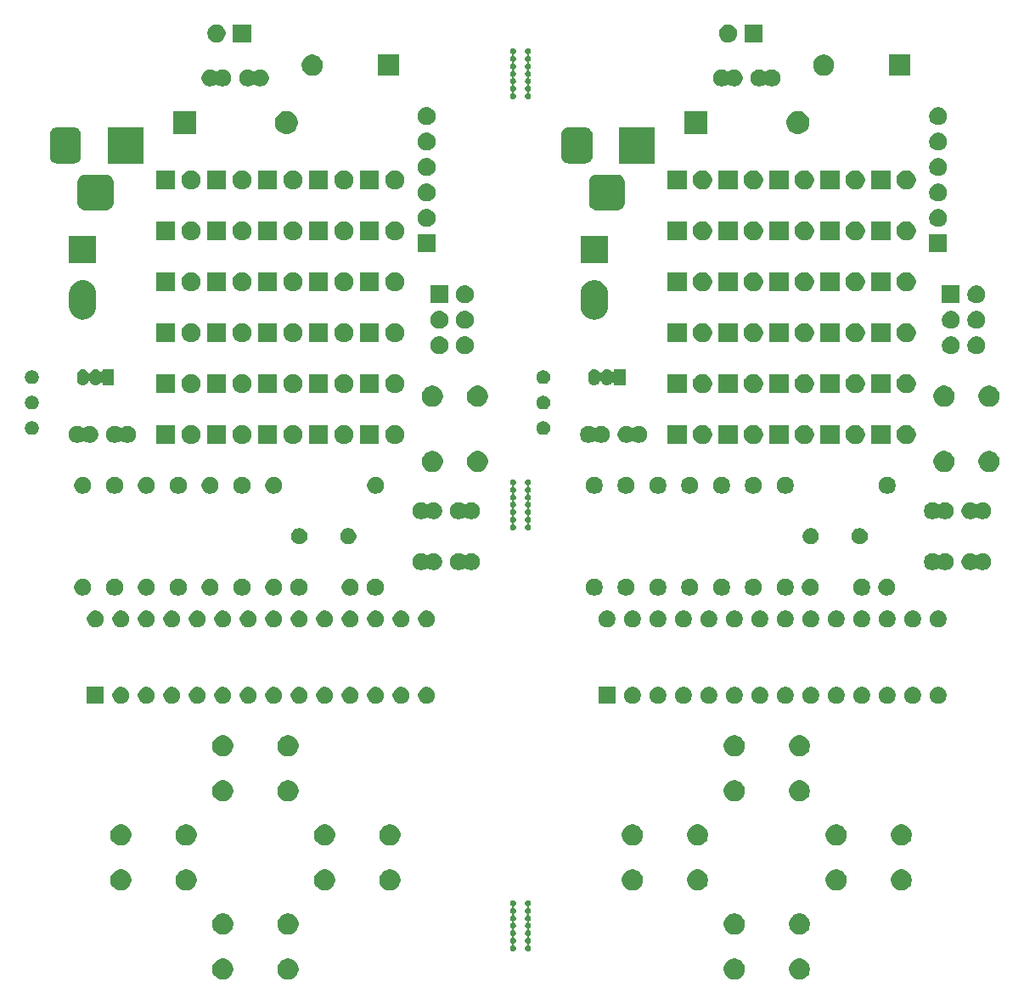
<source format=gbs>
G04 #@! TF.GenerationSoftware,KiCad,Pcbnew,(5.1.5)-3*
G04 #@! TF.CreationDate,2020-08-24T21:46:47+02:00*
G04 #@! TF.ProjectId,Panel-Snake_game,50616e65-6c2d-4536-9e61-6b655f67616d,v3.1*
G04 #@! TF.SameCoordinates,Original*
G04 #@! TF.FileFunction,Soldermask,Bot*
G04 #@! TF.FilePolarity,Negative*
%FSLAX46Y46*%
G04 Gerber Fmt 4.6, Leading zero omitted, Abs format (unit mm)*
G04 Created by KiCad (PCBNEW (5.1.5)-3) date 2020-08-24 21:46:47*
%MOMM*%
%LPD*%
G04 APERTURE LIST*
%ADD10C,0.100000*%
G04 APERTURE END LIST*
D10*
G36*
X122126564Y-134814389D02*
G01*
X122317833Y-134893615D01*
X122317835Y-134893616D01*
X122489973Y-135008635D01*
X122636365Y-135155027D01*
X122751385Y-135327167D01*
X122830611Y-135518436D01*
X122871000Y-135721484D01*
X122871000Y-135928516D01*
X122830611Y-136131564D01*
X122751385Y-136322833D01*
X122751384Y-136322835D01*
X122636365Y-136494973D01*
X122489973Y-136641365D01*
X122317835Y-136756384D01*
X122317834Y-136756385D01*
X122317833Y-136756385D01*
X122126564Y-136835611D01*
X121923516Y-136876000D01*
X121716484Y-136876000D01*
X121513436Y-136835611D01*
X121322167Y-136756385D01*
X121322166Y-136756385D01*
X121322165Y-136756384D01*
X121150027Y-136641365D01*
X121003635Y-136494973D01*
X120888616Y-136322835D01*
X120888615Y-136322833D01*
X120809389Y-136131564D01*
X120769000Y-135928516D01*
X120769000Y-135721484D01*
X120809389Y-135518436D01*
X120888615Y-135327167D01*
X121003635Y-135155027D01*
X121150027Y-135008635D01*
X121322165Y-134893616D01*
X121322167Y-134893615D01*
X121513436Y-134814389D01*
X121716484Y-134774000D01*
X121923516Y-134774000D01*
X122126564Y-134814389D01*
G37*
G36*
X115626564Y-134814389D02*
G01*
X115817833Y-134893615D01*
X115817835Y-134893616D01*
X115989973Y-135008635D01*
X116136365Y-135155027D01*
X116251385Y-135327167D01*
X116330611Y-135518436D01*
X116371000Y-135721484D01*
X116371000Y-135928516D01*
X116330611Y-136131564D01*
X116251385Y-136322833D01*
X116251384Y-136322835D01*
X116136365Y-136494973D01*
X115989973Y-136641365D01*
X115817835Y-136756384D01*
X115817834Y-136756385D01*
X115817833Y-136756385D01*
X115626564Y-136835611D01*
X115423516Y-136876000D01*
X115216484Y-136876000D01*
X115013436Y-136835611D01*
X114822167Y-136756385D01*
X114822166Y-136756385D01*
X114822165Y-136756384D01*
X114650027Y-136641365D01*
X114503635Y-136494973D01*
X114388616Y-136322835D01*
X114388615Y-136322833D01*
X114309389Y-136131564D01*
X114269000Y-135928516D01*
X114269000Y-135721484D01*
X114309389Y-135518436D01*
X114388615Y-135327167D01*
X114503635Y-135155027D01*
X114650027Y-135008635D01*
X114822165Y-134893616D01*
X114822167Y-134893615D01*
X115013436Y-134814389D01*
X115216484Y-134774000D01*
X115423516Y-134774000D01*
X115626564Y-134814389D01*
G37*
G36*
X173126564Y-134814389D02*
G01*
X173317833Y-134893615D01*
X173317835Y-134893616D01*
X173489973Y-135008635D01*
X173636365Y-135155027D01*
X173751385Y-135327167D01*
X173830611Y-135518436D01*
X173871000Y-135721484D01*
X173871000Y-135928516D01*
X173830611Y-136131564D01*
X173751385Y-136322833D01*
X173751384Y-136322835D01*
X173636365Y-136494973D01*
X173489973Y-136641365D01*
X173317835Y-136756384D01*
X173317834Y-136756385D01*
X173317833Y-136756385D01*
X173126564Y-136835611D01*
X172923516Y-136876000D01*
X172716484Y-136876000D01*
X172513436Y-136835611D01*
X172322167Y-136756385D01*
X172322166Y-136756385D01*
X172322165Y-136756384D01*
X172150027Y-136641365D01*
X172003635Y-136494973D01*
X171888616Y-136322835D01*
X171888615Y-136322833D01*
X171809389Y-136131564D01*
X171769000Y-135928516D01*
X171769000Y-135721484D01*
X171809389Y-135518436D01*
X171888615Y-135327167D01*
X172003635Y-135155027D01*
X172150027Y-135008635D01*
X172322165Y-134893616D01*
X172322167Y-134893615D01*
X172513436Y-134814389D01*
X172716484Y-134774000D01*
X172923516Y-134774000D01*
X173126564Y-134814389D01*
G37*
G36*
X166626564Y-134814389D02*
G01*
X166817833Y-134893615D01*
X166817835Y-134893616D01*
X166989973Y-135008635D01*
X167136365Y-135155027D01*
X167251385Y-135327167D01*
X167330611Y-135518436D01*
X167371000Y-135721484D01*
X167371000Y-135928516D01*
X167330611Y-136131564D01*
X167251385Y-136322833D01*
X167251384Y-136322835D01*
X167136365Y-136494973D01*
X166989973Y-136641365D01*
X166817835Y-136756384D01*
X166817834Y-136756385D01*
X166817833Y-136756385D01*
X166626564Y-136835611D01*
X166423516Y-136876000D01*
X166216484Y-136876000D01*
X166013436Y-136835611D01*
X165822167Y-136756385D01*
X165822166Y-136756385D01*
X165822165Y-136756384D01*
X165650027Y-136641365D01*
X165503635Y-136494973D01*
X165388616Y-136322835D01*
X165388615Y-136322833D01*
X165309389Y-136131564D01*
X165269000Y-135928516D01*
X165269000Y-135721484D01*
X165309389Y-135518436D01*
X165388615Y-135327167D01*
X165503635Y-135155027D01*
X165650027Y-135008635D01*
X165822165Y-134893616D01*
X165822167Y-134893615D01*
X166013436Y-134814389D01*
X166216484Y-134774000D01*
X166423516Y-134774000D01*
X166626564Y-134814389D01*
G37*
G36*
X145837797Y-128960567D02*
G01*
X145892575Y-128983257D01*
X145892577Y-128983258D01*
X145941876Y-129016198D01*
X145983802Y-129058124D01*
X146016742Y-129107423D01*
X146016743Y-129107425D01*
X146039433Y-129162203D01*
X146051000Y-129220353D01*
X146051000Y-129279647D01*
X146039433Y-129337797D01*
X146016743Y-129392575D01*
X146016742Y-129392577D01*
X145983802Y-129441876D01*
X145941876Y-129483802D01*
X145892577Y-129516742D01*
X145886104Y-129521067D01*
X145867162Y-129536612D01*
X145851617Y-129555554D01*
X145840066Y-129577165D01*
X145832953Y-129600614D01*
X145830551Y-129625000D01*
X145832953Y-129649386D01*
X145840066Y-129672835D01*
X145851617Y-129694446D01*
X145867162Y-129713388D01*
X145886104Y-129728933D01*
X145892577Y-129733258D01*
X145941876Y-129766198D01*
X145983802Y-129808124D01*
X146016742Y-129857423D01*
X146016743Y-129857425D01*
X146039433Y-129912203D01*
X146051000Y-129970353D01*
X146051000Y-130029647D01*
X146039433Y-130087797D01*
X146016743Y-130142575D01*
X146016742Y-130142577D01*
X145983802Y-130191876D01*
X145941876Y-130233802D01*
X145892577Y-130266742D01*
X145886104Y-130271067D01*
X145867162Y-130286612D01*
X145851617Y-130305554D01*
X145840066Y-130327165D01*
X145832953Y-130350614D01*
X145830551Y-130375000D01*
X145832953Y-130399386D01*
X145840066Y-130422835D01*
X145851617Y-130444446D01*
X145867162Y-130463388D01*
X145886104Y-130478933D01*
X145892577Y-130483258D01*
X145941876Y-130516198D01*
X145983802Y-130558124D01*
X146016742Y-130607423D01*
X146016743Y-130607425D01*
X146039433Y-130662203D01*
X146051000Y-130720353D01*
X146051000Y-130779647D01*
X146039433Y-130837797D01*
X146016743Y-130892575D01*
X146016742Y-130892577D01*
X145983802Y-130941876D01*
X145941876Y-130983802D01*
X145892577Y-131016742D01*
X145886104Y-131021067D01*
X145867162Y-131036612D01*
X145851617Y-131055554D01*
X145840066Y-131077165D01*
X145832953Y-131100614D01*
X145830551Y-131125000D01*
X145832953Y-131149386D01*
X145840066Y-131172835D01*
X145851617Y-131194446D01*
X145867162Y-131213388D01*
X145886104Y-131228933D01*
X145892577Y-131233258D01*
X145941876Y-131266198D01*
X145983802Y-131308124D01*
X146016742Y-131357423D01*
X146016743Y-131357425D01*
X146039433Y-131412203D01*
X146051000Y-131470353D01*
X146051000Y-131529647D01*
X146039433Y-131587797D01*
X146016743Y-131642575D01*
X146016742Y-131642577D01*
X145983802Y-131691876D01*
X145941876Y-131733802D01*
X145892577Y-131766742D01*
X145886104Y-131771067D01*
X145867162Y-131786612D01*
X145851617Y-131805554D01*
X145840066Y-131827165D01*
X145832953Y-131850614D01*
X145830551Y-131875000D01*
X145832953Y-131899386D01*
X145840066Y-131922835D01*
X145851617Y-131944446D01*
X145867162Y-131963388D01*
X145886104Y-131978933D01*
X145892577Y-131983258D01*
X145941876Y-132016198D01*
X145983802Y-132058124D01*
X146016742Y-132107423D01*
X146016743Y-132107425D01*
X146039433Y-132162203D01*
X146051000Y-132220353D01*
X146051000Y-132279647D01*
X146039433Y-132337797D01*
X146016743Y-132392575D01*
X146016742Y-132392577D01*
X145983802Y-132441876D01*
X145941876Y-132483802D01*
X145892577Y-132516742D01*
X145886104Y-132521067D01*
X145867162Y-132536612D01*
X145851617Y-132555554D01*
X145840066Y-132577165D01*
X145832953Y-132600614D01*
X145830551Y-132625000D01*
X145832953Y-132649386D01*
X145840066Y-132672835D01*
X145851617Y-132694446D01*
X145867162Y-132713388D01*
X145886104Y-132728933D01*
X145892577Y-132733258D01*
X145941876Y-132766198D01*
X145983802Y-132808124D01*
X146016742Y-132857423D01*
X146016743Y-132857425D01*
X146039433Y-132912203D01*
X146051000Y-132970353D01*
X146051000Y-133029647D01*
X146039433Y-133087797D01*
X146016743Y-133142575D01*
X146016742Y-133142577D01*
X145983802Y-133191876D01*
X145941876Y-133233802D01*
X145892577Y-133266742D01*
X145886104Y-133271067D01*
X145867162Y-133286612D01*
X145851617Y-133305554D01*
X145840066Y-133327165D01*
X145832953Y-133350614D01*
X145830551Y-133375000D01*
X145832953Y-133399386D01*
X145840066Y-133422835D01*
X145851617Y-133444446D01*
X145867162Y-133463388D01*
X145886104Y-133478933D01*
X145892577Y-133483258D01*
X145941876Y-133516198D01*
X145983802Y-133558124D01*
X146016742Y-133607423D01*
X146016743Y-133607425D01*
X146039433Y-133662203D01*
X146051000Y-133720353D01*
X146051000Y-133779647D01*
X146039433Y-133837797D01*
X146016743Y-133892575D01*
X146016742Y-133892577D01*
X145983802Y-133941876D01*
X145941876Y-133983802D01*
X145892577Y-134016742D01*
X145892576Y-134016743D01*
X145892575Y-134016743D01*
X145837797Y-134039433D01*
X145779647Y-134051000D01*
X145720353Y-134051000D01*
X145662203Y-134039433D01*
X145607425Y-134016743D01*
X145607424Y-134016743D01*
X145607423Y-134016742D01*
X145558124Y-133983802D01*
X145516198Y-133941876D01*
X145483258Y-133892577D01*
X145483257Y-133892575D01*
X145460567Y-133837797D01*
X145449000Y-133779647D01*
X145449000Y-133720353D01*
X145460567Y-133662203D01*
X145483257Y-133607425D01*
X145483258Y-133607423D01*
X145516198Y-133558124D01*
X145558124Y-133516198D01*
X145607423Y-133483258D01*
X145613896Y-133478933D01*
X145632838Y-133463388D01*
X145648383Y-133444446D01*
X145659934Y-133422835D01*
X145667047Y-133399386D01*
X145669449Y-133375000D01*
X145667047Y-133350614D01*
X145659934Y-133327165D01*
X145648383Y-133305554D01*
X145632838Y-133286612D01*
X145613896Y-133271067D01*
X145607423Y-133266742D01*
X145558124Y-133233802D01*
X145516198Y-133191876D01*
X145483258Y-133142577D01*
X145483257Y-133142575D01*
X145460567Y-133087797D01*
X145449000Y-133029647D01*
X145449000Y-132970353D01*
X145460567Y-132912203D01*
X145483257Y-132857425D01*
X145483258Y-132857423D01*
X145516198Y-132808124D01*
X145558124Y-132766198D01*
X145607423Y-132733258D01*
X145613896Y-132728933D01*
X145632838Y-132713388D01*
X145648383Y-132694446D01*
X145659934Y-132672835D01*
X145667047Y-132649386D01*
X145669449Y-132625000D01*
X145667047Y-132600614D01*
X145659934Y-132577165D01*
X145648383Y-132555554D01*
X145632838Y-132536612D01*
X145613896Y-132521067D01*
X145607423Y-132516742D01*
X145558124Y-132483802D01*
X145516198Y-132441876D01*
X145483258Y-132392577D01*
X145483257Y-132392575D01*
X145460567Y-132337797D01*
X145449000Y-132279647D01*
X145449000Y-132220353D01*
X145460567Y-132162203D01*
X145483257Y-132107425D01*
X145483258Y-132107423D01*
X145516198Y-132058124D01*
X145558124Y-132016198D01*
X145607423Y-131983258D01*
X145613896Y-131978933D01*
X145632838Y-131963388D01*
X145648383Y-131944446D01*
X145659934Y-131922835D01*
X145667047Y-131899386D01*
X145669449Y-131875000D01*
X145667047Y-131850614D01*
X145659934Y-131827165D01*
X145648383Y-131805554D01*
X145632838Y-131786612D01*
X145613896Y-131771067D01*
X145607423Y-131766742D01*
X145558124Y-131733802D01*
X145516198Y-131691876D01*
X145483258Y-131642577D01*
X145483257Y-131642575D01*
X145460567Y-131587797D01*
X145449000Y-131529647D01*
X145449000Y-131470353D01*
X145460567Y-131412203D01*
X145483257Y-131357425D01*
X145483258Y-131357423D01*
X145516198Y-131308124D01*
X145558124Y-131266198D01*
X145607423Y-131233258D01*
X145613896Y-131228933D01*
X145632838Y-131213388D01*
X145648383Y-131194446D01*
X145659934Y-131172835D01*
X145667047Y-131149386D01*
X145669449Y-131125000D01*
X145667047Y-131100614D01*
X145659934Y-131077165D01*
X145648383Y-131055554D01*
X145632838Y-131036612D01*
X145613896Y-131021067D01*
X145607423Y-131016742D01*
X145558124Y-130983802D01*
X145516198Y-130941876D01*
X145483258Y-130892577D01*
X145483257Y-130892575D01*
X145460567Y-130837797D01*
X145449000Y-130779647D01*
X145449000Y-130720353D01*
X145460567Y-130662203D01*
X145483257Y-130607425D01*
X145483258Y-130607423D01*
X145516198Y-130558124D01*
X145558124Y-130516198D01*
X145607423Y-130483258D01*
X145613896Y-130478933D01*
X145632838Y-130463388D01*
X145648383Y-130444446D01*
X145659934Y-130422835D01*
X145667047Y-130399386D01*
X145669449Y-130375000D01*
X145667047Y-130350614D01*
X145659934Y-130327165D01*
X145648383Y-130305554D01*
X145632838Y-130286612D01*
X145613896Y-130271067D01*
X145607423Y-130266742D01*
X145558124Y-130233802D01*
X145516198Y-130191876D01*
X145483258Y-130142577D01*
X145483257Y-130142575D01*
X145460567Y-130087797D01*
X145449000Y-130029647D01*
X145449000Y-129970353D01*
X145460567Y-129912203D01*
X145483257Y-129857425D01*
X145483258Y-129857423D01*
X145516198Y-129808124D01*
X145558124Y-129766198D01*
X145607423Y-129733258D01*
X145613896Y-129728933D01*
X145632838Y-129713388D01*
X145648383Y-129694446D01*
X145659934Y-129672835D01*
X145667047Y-129649386D01*
X145669449Y-129625000D01*
X145667047Y-129600614D01*
X145659934Y-129577165D01*
X145648383Y-129555554D01*
X145632838Y-129536612D01*
X145613896Y-129521067D01*
X145607423Y-129516742D01*
X145558124Y-129483802D01*
X145516198Y-129441876D01*
X145483258Y-129392577D01*
X145483257Y-129392575D01*
X145460567Y-129337797D01*
X145449000Y-129279647D01*
X145449000Y-129220353D01*
X145460567Y-129162203D01*
X145483257Y-129107425D01*
X145483258Y-129107423D01*
X145516198Y-129058124D01*
X145558124Y-129016198D01*
X145607423Y-128983258D01*
X145607425Y-128983257D01*
X145662203Y-128960567D01*
X145720353Y-128949000D01*
X145779647Y-128949000D01*
X145837797Y-128960567D01*
G37*
G36*
X144337797Y-128960567D02*
G01*
X144392575Y-128983257D01*
X144392577Y-128983258D01*
X144441876Y-129016198D01*
X144483802Y-129058124D01*
X144516742Y-129107423D01*
X144516743Y-129107425D01*
X144539433Y-129162203D01*
X144551000Y-129220353D01*
X144551000Y-129279647D01*
X144539433Y-129337797D01*
X144516743Y-129392575D01*
X144516742Y-129392577D01*
X144483802Y-129441876D01*
X144441876Y-129483802D01*
X144392577Y-129516742D01*
X144386104Y-129521067D01*
X144367162Y-129536612D01*
X144351617Y-129555554D01*
X144340066Y-129577165D01*
X144332953Y-129600614D01*
X144330551Y-129625000D01*
X144332953Y-129649386D01*
X144340066Y-129672835D01*
X144351617Y-129694446D01*
X144367162Y-129713388D01*
X144386104Y-129728933D01*
X144392577Y-129733258D01*
X144441876Y-129766198D01*
X144483802Y-129808124D01*
X144516742Y-129857423D01*
X144516743Y-129857425D01*
X144539433Y-129912203D01*
X144551000Y-129970353D01*
X144551000Y-130029647D01*
X144539433Y-130087797D01*
X144516743Y-130142575D01*
X144516742Y-130142577D01*
X144483802Y-130191876D01*
X144441876Y-130233802D01*
X144392577Y-130266742D01*
X144386104Y-130271067D01*
X144367162Y-130286612D01*
X144351617Y-130305554D01*
X144340066Y-130327165D01*
X144332953Y-130350614D01*
X144330551Y-130375000D01*
X144332953Y-130399386D01*
X144340066Y-130422835D01*
X144351617Y-130444446D01*
X144367162Y-130463388D01*
X144386104Y-130478933D01*
X144392577Y-130483258D01*
X144441876Y-130516198D01*
X144483802Y-130558124D01*
X144516742Y-130607423D01*
X144516743Y-130607425D01*
X144539433Y-130662203D01*
X144551000Y-130720353D01*
X144551000Y-130779647D01*
X144539433Y-130837797D01*
X144516743Y-130892575D01*
X144516742Y-130892577D01*
X144483802Y-130941876D01*
X144441876Y-130983802D01*
X144392577Y-131016742D01*
X144386104Y-131021067D01*
X144367162Y-131036612D01*
X144351617Y-131055554D01*
X144340066Y-131077165D01*
X144332953Y-131100614D01*
X144330551Y-131125000D01*
X144332953Y-131149386D01*
X144340066Y-131172835D01*
X144351617Y-131194446D01*
X144367162Y-131213388D01*
X144386104Y-131228933D01*
X144392577Y-131233258D01*
X144441876Y-131266198D01*
X144483802Y-131308124D01*
X144516742Y-131357423D01*
X144516743Y-131357425D01*
X144539433Y-131412203D01*
X144551000Y-131470353D01*
X144551000Y-131529647D01*
X144539433Y-131587797D01*
X144516743Y-131642575D01*
X144516742Y-131642577D01*
X144483802Y-131691876D01*
X144441876Y-131733802D01*
X144392577Y-131766742D01*
X144386104Y-131771067D01*
X144367162Y-131786612D01*
X144351617Y-131805554D01*
X144340066Y-131827165D01*
X144332953Y-131850614D01*
X144330551Y-131875000D01*
X144332953Y-131899386D01*
X144340066Y-131922835D01*
X144351617Y-131944446D01*
X144367162Y-131963388D01*
X144386104Y-131978933D01*
X144392577Y-131983258D01*
X144441876Y-132016198D01*
X144483802Y-132058124D01*
X144516742Y-132107423D01*
X144516743Y-132107425D01*
X144539433Y-132162203D01*
X144551000Y-132220353D01*
X144551000Y-132279647D01*
X144539433Y-132337797D01*
X144516743Y-132392575D01*
X144516742Y-132392577D01*
X144483802Y-132441876D01*
X144441876Y-132483802D01*
X144392577Y-132516742D01*
X144386104Y-132521067D01*
X144367162Y-132536612D01*
X144351617Y-132555554D01*
X144340066Y-132577165D01*
X144332953Y-132600614D01*
X144330551Y-132625000D01*
X144332953Y-132649386D01*
X144340066Y-132672835D01*
X144351617Y-132694446D01*
X144367162Y-132713388D01*
X144386104Y-132728933D01*
X144392577Y-132733258D01*
X144441876Y-132766198D01*
X144483802Y-132808124D01*
X144516742Y-132857423D01*
X144516743Y-132857425D01*
X144539433Y-132912203D01*
X144551000Y-132970353D01*
X144551000Y-133029647D01*
X144539433Y-133087797D01*
X144516743Y-133142575D01*
X144516742Y-133142577D01*
X144483802Y-133191876D01*
X144441876Y-133233802D01*
X144392577Y-133266742D01*
X144386104Y-133271067D01*
X144367162Y-133286612D01*
X144351617Y-133305554D01*
X144340066Y-133327165D01*
X144332953Y-133350614D01*
X144330551Y-133375000D01*
X144332953Y-133399386D01*
X144340066Y-133422835D01*
X144351617Y-133444446D01*
X144367162Y-133463388D01*
X144386104Y-133478933D01*
X144392577Y-133483258D01*
X144441876Y-133516198D01*
X144483802Y-133558124D01*
X144516742Y-133607423D01*
X144516743Y-133607425D01*
X144539433Y-133662203D01*
X144551000Y-133720353D01*
X144551000Y-133779647D01*
X144539433Y-133837797D01*
X144516743Y-133892575D01*
X144516742Y-133892577D01*
X144483802Y-133941876D01*
X144441876Y-133983802D01*
X144392577Y-134016742D01*
X144392576Y-134016743D01*
X144392575Y-134016743D01*
X144337797Y-134039433D01*
X144279647Y-134051000D01*
X144220353Y-134051000D01*
X144162203Y-134039433D01*
X144107425Y-134016743D01*
X144107424Y-134016743D01*
X144107423Y-134016742D01*
X144058124Y-133983802D01*
X144016198Y-133941876D01*
X143983258Y-133892577D01*
X143983257Y-133892575D01*
X143960567Y-133837797D01*
X143949000Y-133779647D01*
X143949000Y-133720353D01*
X143960567Y-133662203D01*
X143983257Y-133607425D01*
X143983258Y-133607423D01*
X144016198Y-133558124D01*
X144058124Y-133516198D01*
X144107423Y-133483258D01*
X144113896Y-133478933D01*
X144132838Y-133463388D01*
X144148383Y-133444446D01*
X144159934Y-133422835D01*
X144167047Y-133399386D01*
X144169449Y-133375000D01*
X144167047Y-133350614D01*
X144159934Y-133327165D01*
X144148383Y-133305554D01*
X144132838Y-133286612D01*
X144113896Y-133271067D01*
X144107423Y-133266742D01*
X144058124Y-133233802D01*
X144016198Y-133191876D01*
X143983258Y-133142577D01*
X143983257Y-133142575D01*
X143960567Y-133087797D01*
X143949000Y-133029647D01*
X143949000Y-132970353D01*
X143960567Y-132912203D01*
X143983257Y-132857425D01*
X143983258Y-132857423D01*
X144016198Y-132808124D01*
X144058124Y-132766198D01*
X144107423Y-132733258D01*
X144113896Y-132728933D01*
X144132838Y-132713388D01*
X144148383Y-132694446D01*
X144159934Y-132672835D01*
X144167047Y-132649386D01*
X144169449Y-132625000D01*
X144167047Y-132600614D01*
X144159934Y-132577165D01*
X144148383Y-132555554D01*
X144132838Y-132536612D01*
X144113896Y-132521067D01*
X144107423Y-132516742D01*
X144058124Y-132483802D01*
X144016198Y-132441876D01*
X143983258Y-132392577D01*
X143983257Y-132392575D01*
X143960567Y-132337797D01*
X143949000Y-132279647D01*
X143949000Y-132220353D01*
X143960567Y-132162203D01*
X143983257Y-132107425D01*
X143983258Y-132107423D01*
X144016198Y-132058124D01*
X144058124Y-132016198D01*
X144107423Y-131983258D01*
X144113896Y-131978933D01*
X144132838Y-131963388D01*
X144148383Y-131944446D01*
X144159934Y-131922835D01*
X144167047Y-131899386D01*
X144169449Y-131875000D01*
X144167047Y-131850614D01*
X144159934Y-131827165D01*
X144148383Y-131805554D01*
X144132838Y-131786612D01*
X144113896Y-131771067D01*
X144107423Y-131766742D01*
X144058124Y-131733802D01*
X144016198Y-131691876D01*
X143983258Y-131642577D01*
X143983257Y-131642575D01*
X143960567Y-131587797D01*
X143949000Y-131529647D01*
X143949000Y-131470353D01*
X143960567Y-131412203D01*
X143983257Y-131357425D01*
X143983258Y-131357423D01*
X144016198Y-131308124D01*
X144058124Y-131266198D01*
X144107423Y-131233258D01*
X144113896Y-131228933D01*
X144132838Y-131213388D01*
X144148383Y-131194446D01*
X144159934Y-131172835D01*
X144167047Y-131149386D01*
X144169449Y-131125000D01*
X144167047Y-131100614D01*
X144159934Y-131077165D01*
X144148383Y-131055554D01*
X144132838Y-131036612D01*
X144113896Y-131021067D01*
X144107423Y-131016742D01*
X144058124Y-130983802D01*
X144016198Y-130941876D01*
X143983258Y-130892577D01*
X143983257Y-130892575D01*
X143960567Y-130837797D01*
X143949000Y-130779647D01*
X143949000Y-130720353D01*
X143960567Y-130662203D01*
X143983257Y-130607425D01*
X143983258Y-130607423D01*
X144016198Y-130558124D01*
X144058124Y-130516198D01*
X144107423Y-130483258D01*
X144113896Y-130478933D01*
X144132838Y-130463388D01*
X144148383Y-130444446D01*
X144159934Y-130422835D01*
X144167047Y-130399386D01*
X144169449Y-130375000D01*
X144167047Y-130350614D01*
X144159934Y-130327165D01*
X144148383Y-130305554D01*
X144132838Y-130286612D01*
X144113896Y-130271067D01*
X144107423Y-130266742D01*
X144058124Y-130233802D01*
X144016198Y-130191876D01*
X143983258Y-130142577D01*
X143983257Y-130142575D01*
X143960567Y-130087797D01*
X143949000Y-130029647D01*
X143949000Y-129970353D01*
X143960567Y-129912203D01*
X143983257Y-129857425D01*
X143983258Y-129857423D01*
X144016198Y-129808124D01*
X144058124Y-129766198D01*
X144107423Y-129733258D01*
X144113896Y-129728933D01*
X144132838Y-129713388D01*
X144148383Y-129694446D01*
X144159934Y-129672835D01*
X144167047Y-129649386D01*
X144169449Y-129625000D01*
X144167047Y-129600614D01*
X144159934Y-129577165D01*
X144148383Y-129555554D01*
X144132838Y-129536612D01*
X144113896Y-129521067D01*
X144107423Y-129516742D01*
X144058124Y-129483802D01*
X144016198Y-129441876D01*
X143983258Y-129392577D01*
X143983257Y-129392575D01*
X143960567Y-129337797D01*
X143949000Y-129279647D01*
X143949000Y-129220353D01*
X143960567Y-129162203D01*
X143983257Y-129107425D01*
X143983258Y-129107423D01*
X144016198Y-129058124D01*
X144058124Y-129016198D01*
X144107423Y-128983258D01*
X144107425Y-128983257D01*
X144162203Y-128960567D01*
X144220353Y-128949000D01*
X144279647Y-128949000D01*
X144337797Y-128960567D01*
G37*
G36*
X115626564Y-130314389D02*
G01*
X115772892Y-130375000D01*
X115817835Y-130393616D01*
X115922256Y-130463388D01*
X115989973Y-130508635D01*
X116136365Y-130655027D01*
X116251385Y-130827167D01*
X116330611Y-131018436D01*
X116371000Y-131221484D01*
X116371000Y-131428516D01*
X116330611Y-131631564D01*
X116258542Y-131805554D01*
X116251384Y-131822835D01*
X116136365Y-131994973D01*
X115989973Y-132141365D01*
X115817835Y-132256384D01*
X115817834Y-132256385D01*
X115817833Y-132256385D01*
X115626564Y-132335611D01*
X115423516Y-132376000D01*
X115216484Y-132376000D01*
X115013436Y-132335611D01*
X114822167Y-132256385D01*
X114822166Y-132256385D01*
X114822165Y-132256384D01*
X114650027Y-132141365D01*
X114503635Y-131994973D01*
X114388616Y-131822835D01*
X114381458Y-131805554D01*
X114309389Y-131631564D01*
X114269000Y-131428516D01*
X114269000Y-131221484D01*
X114309389Y-131018436D01*
X114388615Y-130827167D01*
X114503635Y-130655027D01*
X114650027Y-130508635D01*
X114717744Y-130463388D01*
X114822165Y-130393616D01*
X114867108Y-130375000D01*
X115013436Y-130314389D01*
X115216484Y-130274000D01*
X115423516Y-130274000D01*
X115626564Y-130314389D01*
G37*
G36*
X173126564Y-130314389D02*
G01*
X173272892Y-130375000D01*
X173317835Y-130393616D01*
X173422256Y-130463388D01*
X173489973Y-130508635D01*
X173636365Y-130655027D01*
X173751385Y-130827167D01*
X173830611Y-131018436D01*
X173871000Y-131221484D01*
X173871000Y-131428516D01*
X173830611Y-131631564D01*
X173758542Y-131805554D01*
X173751384Y-131822835D01*
X173636365Y-131994973D01*
X173489973Y-132141365D01*
X173317835Y-132256384D01*
X173317834Y-132256385D01*
X173317833Y-132256385D01*
X173126564Y-132335611D01*
X172923516Y-132376000D01*
X172716484Y-132376000D01*
X172513436Y-132335611D01*
X172322167Y-132256385D01*
X172322166Y-132256385D01*
X172322165Y-132256384D01*
X172150027Y-132141365D01*
X172003635Y-131994973D01*
X171888616Y-131822835D01*
X171881458Y-131805554D01*
X171809389Y-131631564D01*
X171769000Y-131428516D01*
X171769000Y-131221484D01*
X171809389Y-131018436D01*
X171888615Y-130827167D01*
X172003635Y-130655027D01*
X172150027Y-130508635D01*
X172217744Y-130463388D01*
X172322165Y-130393616D01*
X172367108Y-130375000D01*
X172513436Y-130314389D01*
X172716484Y-130274000D01*
X172923516Y-130274000D01*
X173126564Y-130314389D01*
G37*
G36*
X122126564Y-130314389D02*
G01*
X122272892Y-130375000D01*
X122317835Y-130393616D01*
X122422256Y-130463388D01*
X122489973Y-130508635D01*
X122636365Y-130655027D01*
X122751385Y-130827167D01*
X122830611Y-131018436D01*
X122871000Y-131221484D01*
X122871000Y-131428516D01*
X122830611Y-131631564D01*
X122758542Y-131805554D01*
X122751384Y-131822835D01*
X122636365Y-131994973D01*
X122489973Y-132141365D01*
X122317835Y-132256384D01*
X122317834Y-132256385D01*
X122317833Y-132256385D01*
X122126564Y-132335611D01*
X121923516Y-132376000D01*
X121716484Y-132376000D01*
X121513436Y-132335611D01*
X121322167Y-132256385D01*
X121322166Y-132256385D01*
X121322165Y-132256384D01*
X121150027Y-132141365D01*
X121003635Y-131994973D01*
X120888616Y-131822835D01*
X120881458Y-131805554D01*
X120809389Y-131631564D01*
X120769000Y-131428516D01*
X120769000Y-131221484D01*
X120809389Y-131018436D01*
X120888615Y-130827167D01*
X121003635Y-130655027D01*
X121150027Y-130508635D01*
X121217744Y-130463388D01*
X121322165Y-130393616D01*
X121367108Y-130375000D01*
X121513436Y-130314389D01*
X121716484Y-130274000D01*
X121923516Y-130274000D01*
X122126564Y-130314389D01*
G37*
G36*
X166626564Y-130314389D02*
G01*
X166772892Y-130375000D01*
X166817835Y-130393616D01*
X166922256Y-130463388D01*
X166989973Y-130508635D01*
X167136365Y-130655027D01*
X167251385Y-130827167D01*
X167330611Y-131018436D01*
X167371000Y-131221484D01*
X167371000Y-131428516D01*
X167330611Y-131631564D01*
X167258542Y-131805554D01*
X167251384Y-131822835D01*
X167136365Y-131994973D01*
X166989973Y-132141365D01*
X166817835Y-132256384D01*
X166817834Y-132256385D01*
X166817833Y-132256385D01*
X166626564Y-132335611D01*
X166423516Y-132376000D01*
X166216484Y-132376000D01*
X166013436Y-132335611D01*
X165822167Y-132256385D01*
X165822166Y-132256385D01*
X165822165Y-132256384D01*
X165650027Y-132141365D01*
X165503635Y-131994973D01*
X165388616Y-131822835D01*
X165381458Y-131805554D01*
X165309389Y-131631564D01*
X165269000Y-131428516D01*
X165269000Y-131221484D01*
X165309389Y-131018436D01*
X165388615Y-130827167D01*
X165503635Y-130655027D01*
X165650027Y-130508635D01*
X165717744Y-130463388D01*
X165822165Y-130393616D01*
X165867108Y-130375000D01*
X166013436Y-130314389D01*
X166216484Y-130274000D01*
X166423516Y-130274000D01*
X166626564Y-130314389D01*
G37*
G36*
X183286564Y-125924389D02*
G01*
X183477833Y-126003615D01*
X183477835Y-126003616D01*
X183649973Y-126118635D01*
X183796365Y-126265027D01*
X183911385Y-126437167D01*
X183990611Y-126628436D01*
X184031000Y-126831484D01*
X184031000Y-127038516D01*
X183990611Y-127241564D01*
X183911385Y-127432833D01*
X183911384Y-127432835D01*
X183796365Y-127604973D01*
X183649973Y-127751365D01*
X183477835Y-127866384D01*
X183477834Y-127866385D01*
X183477833Y-127866385D01*
X183286564Y-127945611D01*
X183083516Y-127986000D01*
X182876484Y-127986000D01*
X182673436Y-127945611D01*
X182482167Y-127866385D01*
X182482166Y-127866385D01*
X182482165Y-127866384D01*
X182310027Y-127751365D01*
X182163635Y-127604973D01*
X182048616Y-127432835D01*
X182048615Y-127432833D01*
X181969389Y-127241564D01*
X181929000Y-127038516D01*
X181929000Y-126831484D01*
X181969389Y-126628436D01*
X182048615Y-126437167D01*
X182163635Y-126265027D01*
X182310027Y-126118635D01*
X182482165Y-126003616D01*
X182482167Y-126003615D01*
X182673436Y-125924389D01*
X182876484Y-125884000D01*
X183083516Y-125884000D01*
X183286564Y-125924389D01*
G37*
G36*
X105466564Y-125924389D02*
G01*
X105657833Y-126003615D01*
X105657835Y-126003616D01*
X105829973Y-126118635D01*
X105976365Y-126265027D01*
X106091385Y-126437167D01*
X106170611Y-126628436D01*
X106211000Y-126831484D01*
X106211000Y-127038516D01*
X106170611Y-127241564D01*
X106091385Y-127432833D01*
X106091384Y-127432835D01*
X105976365Y-127604973D01*
X105829973Y-127751365D01*
X105657835Y-127866384D01*
X105657834Y-127866385D01*
X105657833Y-127866385D01*
X105466564Y-127945611D01*
X105263516Y-127986000D01*
X105056484Y-127986000D01*
X104853436Y-127945611D01*
X104662167Y-127866385D01*
X104662166Y-127866385D01*
X104662165Y-127866384D01*
X104490027Y-127751365D01*
X104343635Y-127604973D01*
X104228616Y-127432835D01*
X104228615Y-127432833D01*
X104149389Y-127241564D01*
X104109000Y-127038516D01*
X104109000Y-126831484D01*
X104149389Y-126628436D01*
X104228615Y-126437167D01*
X104343635Y-126265027D01*
X104490027Y-126118635D01*
X104662165Y-126003616D01*
X104662167Y-126003615D01*
X104853436Y-125924389D01*
X105056484Y-125884000D01*
X105263516Y-125884000D01*
X105466564Y-125924389D01*
G37*
G36*
X111966564Y-125924389D02*
G01*
X112157833Y-126003615D01*
X112157835Y-126003616D01*
X112329973Y-126118635D01*
X112476365Y-126265027D01*
X112591385Y-126437167D01*
X112670611Y-126628436D01*
X112711000Y-126831484D01*
X112711000Y-127038516D01*
X112670611Y-127241564D01*
X112591385Y-127432833D01*
X112591384Y-127432835D01*
X112476365Y-127604973D01*
X112329973Y-127751365D01*
X112157835Y-127866384D01*
X112157834Y-127866385D01*
X112157833Y-127866385D01*
X111966564Y-127945611D01*
X111763516Y-127986000D01*
X111556484Y-127986000D01*
X111353436Y-127945611D01*
X111162167Y-127866385D01*
X111162166Y-127866385D01*
X111162165Y-127866384D01*
X110990027Y-127751365D01*
X110843635Y-127604973D01*
X110728616Y-127432835D01*
X110728615Y-127432833D01*
X110649389Y-127241564D01*
X110609000Y-127038516D01*
X110609000Y-126831484D01*
X110649389Y-126628436D01*
X110728615Y-126437167D01*
X110843635Y-126265027D01*
X110990027Y-126118635D01*
X111162165Y-126003616D01*
X111162167Y-126003615D01*
X111353436Y-125924389D01*
X111556484Y-125884000D01*
X111763516Y-125884000D01*
X111966564Y-125924389D01*
G37*
G36*
X162966564Y-125924389D02*
G01*
X163157833Y-126003615D01*
X163157835Y-126003616D01*
X163329973Y-126118635D01*
X163476365Y-126265027D01*
X163591385Y-126437167D01*
X163670611Y-126628436D01*
X163711000Y-126831484D01*
X163711000Y-127038516D01*
X163670611Y-127241564D01*
X163591385Y-127432833D01*
X163591384Y-127432835D01*
X163476365Y-127604973D01*
X163329973Y-127751365D01*
X163157835Y-127866384D01*
X163157834Y-127866385D01*
X163157833Y-127866385D01*
X162966564Y-127945611D01*
X162763516Y-127986000D01*
X162556484Y-127986000D01*
X162353436Y-127945611D01*
X162162167Y-127866385D01*
X162162166Y-127866385D01*
X162162165Y-127866384D01*
X161990027Y-127751365D01*
X161843635Y-127604973D01*
X161728616Y-127432835D01*
X161728615Y-127432833D01*
X161649389Y-127241564D01*
X161609000Y-127038516D01*
X161609000Y-126831484D01*
X161649389Y-126628436D01*
X161728615Y-126437167D01*
X161843635Y-126265027D01*
X161990027Y-126118635D01*
X162162165Y-126003616D01*
X162162167Y-126003615D01*
X162353436Y-125924389D01*
X162556484Y-125884000D01*
X162763516Y-125884000D01*
X162966564Y-125924389D01*
G37*
G36*
X132286564Y-125924389D02*
G01*
X132477833Y-126003615D01*
X132477835Y-126003616D01*
X132649973Y-126118635D01*
X132796365Y-126265027D01*
X132911385Y-126437167D01*
X132990611Y-126628436D01*
X133031000Y-126831484D01*
X133031000Y-127038516D01*
X132990611Y-127241564D01*
X132911385Y-127432833D01*
X132911384Y-127432835D01*
X132796365Y-127604973D01*
X132649973Y-127751365D01*
X132477835Y-127866384D01*
X132477834Y-127866385D01*
X132477833Y-127866385D01*
X132286564Y-127945611D01*
X132083516Y-127986000D01*
X131876484Y-127986000D01*
X131673436Y-127945611D01*
X131482167Y-127866385D01*
X131482166Y-127866385D01*
X131482165Y-127866384D01*
X131310027Y-127751365D01*
X131163635Y-127604973D01*
X131048616Y-127432835D01*
X131048615Y-127432833D01*
X130969389Y-127241564D01*
X130929000Y-127038516D01*
X130929000Y-126831484D01*
X130969389Y-126628436D01*
X131048615Y-126437167D01*
X131163635Y-126265027D01*
X131310027Y-126118635D01*
X131482165Y-126003616D01*
X131482167Y-126003615D01*
X131673436Y-125924389D01*
X131876484Y-125884000D01*
X132083516Y-125884000D01*
X132286564Y-125924389D01*
G37*
G36*
X156466564Y-125924389D02*
G01*
X156657833Y-126003615D01*
X156657835Y-126003616D01*
X156829973Y-126118635D01*
X156976365Y-126265027D01*
X157091385Y-126437167D01*
X157170611Y-126628436D01*
X157211000Y-126831484D01*
X157211000Y-127038516D01*
X157170611Y-127241564D01*
X157091385Y-127432833D01*
X157091384Y-127432835D01*
X156976365Y-127604973D01*
X156829973Y-127751365D01*
X156657835Y-127866384D01*
X156657834Y-127866385D01*
X156657833Y-127866385D01*
X156466564Y-127945611D01*
X156263516Y-127986000D01*
X156056484Y-127986000D01*
X155853436Y-127945611D01*
X155662167Y-127866385D01*
X155662166Y-127866385D01*
X155662165Y-127866384D01*
X155490027Y-127751365D01*
X155343635Y-127604973D01*
X155228616Y-127432835D01*
X155228615Y-127432833D01*
X155149389Y-127241564D01*
X155109000Y-127038516D01*
X155109000Y-126831484D01*
X155149389Y-126628436D01*
X155228615Y-126437167D01*
X155343635Y-126265027D01*
X155490027Y-126118635D01*
X155662165Y-126003616D01*
X155662167Y-126003615D01*
X155853436Y-125924389D01*
X156056484Y-125884000D01*
X156263516Y-125884000D01*
X156466564Y-125924389D01*
G37*
G36*
X176786564Y-125924389D02*
G01*
X176977833Y-126003615D01*
X176977835Y-126003616D01*
X177149973Y-126118635D01*
X177296365Y-126265027D01*
X177411385Y-126437167D01*
X177490611Y-126628436D01*
X177531000Y-126831484D01*
X177531000Y-127038516D01*
X177490611Y-127241564D01*
X177411385Y-127432833D01*
X177411384Y-127432835D01*
X177296365Y-127604973D01*
X177149973Y-127751365D01*
X176977835Y-127866384D01*
X176977834Y-127866385D01*
X176977833Y-127866385D01*
X176786564Y-127945611D01*
X176583516Y-127986000D01*
X176376484Y-127986000D01*
X176173436Y-127945611D01*
X175982167Y-127866385D01*
X175982166Y-127866385D01*
X175982165Y-127866384D01*
X175810027Y-127751365D01*
X175663635Y-127604973D01*
X175548616Y-127432835D01*
X175548615Y-127432833D01*
X175469389Y-127241564D01*
X175429000Y-127038516D01*
X175429000Y-126831484D01*
X175469389Y-126628436D01*
X175548615Y-126437167D01*
X175663635Y-126265027D01*
X175810027Y-126118635D01*
X175982165Y-126003616D01*
X175982167Y-126003615D01*
X176173436Y-125924389D01*
X176376484Y-125884000D01*
X176583516Y-125884000D01*
X176786564Y-125924389D01*
G37*
G36*
X125786564Y-125924389D02*
G01*
X125977833Y-126003615D01*
X125977835Y-126003616D01*
X126149973Y-126118635D01*
X126296365Y-126265027D01*
X126411385Y-126437167D01*
X126490611Y-126628436D01*
X126531000Y-126831484D01*
X126531000Y-127038516D01*
X126490611Y-127241564D01*
X126411385Y-127432833D01*
X126411384Y-127432835D01*
X126296365Y-127604973D01*
X126149973Y-127751365D01*
X125977835Y-127866384D01*
X125977834Y-127866385D01*
X125977833Y-127866385D01*
X125786564Y-127945611D01*
X125583516Y-127986000D01*
X125376484Y-127986000D01*
X125173436Y-127945611D01*
X124982167Y-127866385D01*
X124982166Y-127866385D01*
X124982165Y-127866384D01*
X124810027Y-127751365D01*
X124663635Y-127604973D01*
X124548616Y-127432835D01*
X124548615Y-127432833D01*
X124469389Y-127241564D01*
X124429000Y-127038516D01*
X124429000Y-126831484D01*
X124469389Y-126628436D01*
X124548615Y-126437167D01*
X124663635Y-126265027D01*
X124810027Y-126118635D01*
X124982165Y-126003616D01*
X124982167Y-126003615D01*
X125173436Y-125924389D01*
X125376484Y-125884000D01*
X125583516Y-125884000D01*
X125786564Y-125924389D01*
G37*
G36*
X176786564Y-121424389D02*
G01*
X176977833Y-121503615D01*
X176977835Y-121503616D01*
X177149973Y-121618635D01*
X177296365Y-121765027D01*
X177411385Y-121937167D01*
X177490611Y-122128436D01*
X177531000Y-122331484D01*
X177531000Y-122538516D01*
X177490611Y-122741564D01*
X177411385Y-122932833D01*
X177411384Y-122932835D01*
X177296365Y-123104973D01*
X177149973Y-123251365D01*
X176977835Y-123366384D01*
X176977834Y-123366385D01*
X176977833Y-123366385D01*
X176786564Y-123445611D01*
X176583516Y-123486000D01*
X176376484Y-123486000D01*
X176173436Y-123445611D01*
X175982167Y-123366385D01*
X175982166Y-123366385D01*
X175982165Y-123366384D01*
X175810027Y-123251365D01*
X175663635Y-123104973D01*
X175548616Y-122932835D01*
X175548615Y-122932833D01*
X175469389Y-122741564D01*
X175429000Y-122538516D01*
X175429000Y-122331484D01*
X175469389Y-122128436D01*
X175548615Y-121937167D01*
X175663635Y-121765027D01*
X175810027Y-121618635D01*
X175982165Y-121503616D01*
X175982167Y-121503615D01*
X176173436Y-121424389D01*
X176376484Y-121384000D01*
X176583516Y-121384000D01*
X176786564Y-121424389D01*
G37*
G36*
X162966564Y-121424389D02*
G01*
X163157833Y-121503615D01*
X163157835Y-121503616D01*
X163329973Y-121618635D01*
X163476365Y-121765027D01*
X163591385Y-121937167D01*
X163670611Y-122128436D01*
X163711000Y-122331484D01*
X163711000Y-122538516D01*
X163670611Y-122741564D01*
X163591385Y-122932833D01*
X163591384Y-122932835D01*
X163476365Y-123104973D01*
X163329973Y-123251365D01*
X163157835Y-123366384D01*
X163157834Y-123366385D01*
X163157833Y-123366385D01*
X162966564Y-123445611D01*
X162763516Y-123486000D01*
X162556484Y-123486000D01*
X162353436Y-123445611D01*
X162162167Y-123366385D01*
X162162166Y-123366385D01*
X162162165Y-123366384D01*
X161990027Y-123251365D01*
X161843635Y-123104973D01*
X161728616Y-122932835D01*
X161728615Y-122932833D01*
X161649389Y-122741564D01*
X161609000Y-122538516D01*
X161609000Y-122331484D01*
X161649389Y-122128436D01*
X161728615Y-121937167D01*
X161843635Y-121765027D01*
X161990027Y-121618635D01*
X162162165Y-121503616D01*
X162162167Y-121503615D01*
X162353436Y-121424389D01*
X162556484Y-121384000D01*
X162763516Y-121384000D01*
X162966564Y-121424389D01*
G37*
G36*
X156466564Y-121424389D02*
G01*
X156657833Y-121503615D01*
X156657835Y-121503616D01*
X156829973Y-121618635D01*
X156976365Y-121765027D01*
X157091385Y-121937167D01*
X157170611Y-122128436D01*
X157211000Y-122331484D01*
X157211000Y-122538516D01*
X157170611Y-122741564D01*
X157091385Y-122932833D01*
X157091384Y-122932835D01*
X156976365Y-123104973D01*
X156829973Y-123251365D01*
X156657835Y-123366384D01*
X156657834Y-123366385D01*
X156657833Y-123366385D01*
X156466564Y-123445611D01*
X156263516Y-123486000D01*
X156056484Y-123486000D01*
X155853436Y-123445611D01*
X155662167Y-123366385D01*
X155662166Y-123366385D01*
X155662165Y-123366384D01*
X155490027Y-123251365D01*
X155343635Y-123104973D01*
X155228616Y-122932835D01*
X155228615Y-122932833D01*
X155149389Y-122741564D01*
X155109000Y-122538516D01*
X155109000Y-122331484D01*
X155149389Y-122128436D01*
X155228615Y-121937167D01*
X155343635Y-121765027D01*
X155490027Y-121618635D01*
X155662165Y-121503616D01*
X155662167Y-121503615D01*
X155853436Y-121424389D01*
X156056484Y-121384000D01*
X156263516Y-121384000D01*
X156466564Y-121424389D01*
G37*
G36*
X105466564Y-121424389D02*
G01*
X105657833Y-121503615D01*
X105657835Y-121503616D01*
X105829973Y-121618635D01*
X105976365Y-121765027D01*
X106091385Y-121937167D01*
X106170611Y-122128436D01*
X106211000Y-122331484D01*
X106211000Y-122538516D01*
X106170611Y-122741564D01*
X106091385Y-122932833D01*
X106091384Y-122932835D01*
X105976365Y-123104973D01*
X105829973Y-123251365D01*
X105657835Y-123366384D01*
X105657834Y-123366385D01*
X105657833Y-123366385D01*
X105466564Y-123445611D01*
X105263516Y-123486000D01*
X105056484Y-123486000D01*
X104853436Y-123445611D01*
X104662167Y-123366385D01*
X104662166Y-123366385D01*
X104662165Y-123366384D01*
X104490027Y-123251365D01*
X104343635Y-123104973D01*
X104228616Y-122932835D01*
X104228615Y-122932833D01*
X104149389Y-122741564D01*
X104109000Y-122538516D01*
X104109000Y-122331484D01*
X104149389Y-122128436D01*
X104228615Y-121937167D01*
X104343635Y-121765027D01*
X104490027Y-121618635D01*
X104662165Y-121503616D01*
X104662167Y-121503615D01*
X104853436Y-121424389D01*
X105056484Y-121384000D01*
X105263516Y-121384000D01*
X105466564Y-121424389D01*
G37*
G36*
X125786564Y-121424389D02*
G01*
X125977833Y-121503615D01*
X125977835Y-121503616D01*
X126149973Y-121618635D01*
X126296365Y-121765027D01*
X126411385Y-121937167D01*
X126490611Y-122128436D01*
X126531000Y-122331484D01*
X126531000Y-122538516D01*
X126490611Y-122741564D01*
X126411385Y-122932833D01*
X126411384Y-122932835D01*
X126296365Y-123104973D01*
X126149973Y-123251365D01*
X125977835Y-123366384D01*
X125977834Y-123366385D01*
X125977833Y-123366385D01*
X125786564Y-123445611D01*
X125583516Y-123486000D01*
X125376484Y-123486000D01*
X125173436Y-123445611D01*
X124982167Y-123366385D01*
X124982166Y-123366385D01*
X124982165Y-123366384D01*
X124810027Y-123251365D01*
X124663635Y-123104973D01*
X124548616Y-122932835D01*
X124548615Y-122932833D01*
X124469389Y-122741564D01*
X124429000Y-122538516D01*
X124429000Y-122331484D01*
X124469389Y-122128436D01*
X124548615Y-121937167D01*
X124663635Y-121765027D01*
X124810027Y-121618635D01*
X124982165Y-121503616D01*
X124982167Y-121503615D01*
X125173436Y-121424389D01*
X125376484Y-121384000D01*
X125583516Y-121384000D01*
X125786564Y-121424389D01*
G37*
G36*
X111966564Y-121424389D02*
G01*
X112157833Y-121503615D01*
X112157835Y-121503616D01*
X112329973Y-121618635D01*
X112476365Y-121765027D01*
X112591385Y-121937167D01*
X112670611Y-122128436D01*
X112711000Y-122331484D01*
X112711000Y-122538516D01*
X112670611Y-122741564D01*
X112591385Y-122932833D01*
X112591384Y-122932835D01*
X112476365Y-123104973D01*
X112329973Y-123251365D01*
X112157835Y-123366384D01*
X112157834Y-123366385D01*
X112157833Y-123366385D01*
X111966564Y-123445611D01*
X111763516Y-123486000D01*
X111556484Y-123486000D01*
X111353436Y-123445611D01*
X111162167Y-123366385D01*
X111162166Y-123366385D01*
X111162165Y-123366384D01*
X110990027Y-123251365D01*
X110843635Y-123104973D01*
X110728616Y-122932835D01*
X110728615Y-122932833D01*
X110649389Y-122741564D01*
X110609000Y-122538516D01*
X110609000Y-122331484D01*
X110649389Y-122128436D01*
X110728615Y-121937167D01*
X110843635Y-121765027D01*
X110990027Y-121618635D01*
X111162165Y-121503616D01*
X111162167Y-121503615D01*
X111353436Y-121424389D01*
X111556484Y-121384000D01*
X111763516Y-121384000D01*
X111966564Y-121424389D01*
G37*
G36*
X132286564Y-121424389D02*
G01*
X132477833Y-121503615D01*
X132477835Y-121503616D01*
X132649973Y-121618635D01*
X132796365Y-121765027D01*
X132911385Y-121937167D01*
X132990611Y-122128436D01*
X133031000Y-122331484D01*
X133031000Y-122538516D01*
X132990611Y-122741564D01*
X132911385Y-122932833D01*
X132911384Y-122932835D01*
X132796365Y-123104973D01*
X132649973Y-123251365D01*
X132477835Y-123366384D01*
X132477834Y-123366385D01*
X132477833Y-123366385D01*
X132286564Y-123445611D01*
X132083516Y-123486000D01*
X131876484Y-123486000D01*
X131673436Y-123445611D01*
X131482167Y-123366385D01*
X131482166Y-123366385D01*
X131482165Y-123366384D01*
X131310027Y-123251365D01*
X131163635Y-123104973D01*
X131048616Y-122932835D01*
X131048615Y-122932833D01*
X130969389Y-122741564D01*
X130929000Y-122538516D01*
X130929000Y-122331484D01*
X130969389Y-122128436D01*
X131048615Y-121937167D01*
X131163635Y-121765027D01*
X131310027Y-121618635D01*
X131482165Y-121503616D01*
X131482167Y-121503615D01*
X131673436Y-121424389D01*
X131876484Y-121384000D01*
X132083516Y-121384000D01*
X132286564Y-121424389D01*
G37*
G36*
X183286564Y-121424389D02*
G01*
X183477833Y-121503615D01*
X183477835Y-121503616D01*
X183649973Y-121618635D01*
X183796365Y-121765027D01*
X183911385Y-121937167D01*
X183990611Y-122128436D01*
X184031000Y-122331484D01*
X184031000Y-122538516D01*
X183990611Y-122741564D01*
X183911385Y-122932833D01*
X183911384Y-122932835D01*
X183796365Y-123104973D01*
X183649973Y-123251365D01*
X183477835Y-123366384D01*
X183477834Y-123366385D01*
X183477833Y-123366385D01*
X183286564Y-123445611D01*
X183083516Y-123486000D01*
X182876484Y-123486000D01*
X182673436Y-123445611D01*
X182482167Y-123366385D01*
X182482166Y-123366385D01*
X182482165Y-123366384D01*
X182310027Y-123251365D01*
X182163635Y-123104973D01*
X182048616Y-122932835D01*
X182048615Y-122932833D01*
X181969389Y-122741564D01*
X181929000Y-122538516D01*
X181929000Y-122331484D01*
X181969389Y-122128436D01*
X182048615Y-121937167D01*
X182163635Y-121765027D01*
X182310027Y-121618635D01*
X182482165Y-121503616D01*
X182482167Y-121503615D01*
X182673436Y-121424389D01*
X182876484Y-121384000D01*
X183083516Y-121384000D01*
X183286564Y-121424389D01*
G37*
G36*
X166626564Y-117034389D02*
G01*
X166817833Y-117113615D01*
X166817835Y-117113616D01*
X166989973Y-117228635D01*
X167136365Y-117375027D01*
X167251385Y-117547167D01*
X167330611Y-117738436D01*
X167371000Y-117941484D01*
X167371000Y-118148516D01*
X167330611Y-118351564D01*
X167251385Y-118542833D01*
X167251384Y-118542835D01*
X167136365Y-118714973D01*
X166989973Y-118861365D01*
X166817835Y-118976384D01*
X166817834Y-118976385D01*
X166817833Y-118976385D01*
X166626564Y-119055611D01*
X166423516Y-119096000D01*
X166216484Y-119096000D01*
X166013436Y-119055611D01*
X165822167Y-118976385D01*
X165822166Y-118976385D01*
X165822165Y-118976384D01*
X165650027Y-118861365D01*
X165503635Y-118714973D01*
X165388616Y-118542835D01*
X165388615Y-118542833D01*
X165309389Y-118351564D01*
X165269000Y-118148516D01*
X165269000Y-117941484D01*
X165309389Y-117738436D01*
X165388615Y-117547167D01*
X165503635Y-117375027D01*
X165650027Y-117228635D01*
X165822165Y-117113616D01*
X165822167Y-117113615D01*
X166013436Y-117034389D01*
X166216484Y-116994000D01*
X166423516Y-116994000D01*
X166626564Y-117034389D01*
G37*
G36*
X173126564Y-117034389D02*
G01*
X173317833Y-117113615D01*
X173317835Y-117113616D01*
X173489973Y-117228635D01*
X173636365Y-117375027D01*
X173751385Y-117547167D01*
X173830611Y-117738436D01*
X173871000Y-117941484D01*
X173871000Y-118148516D01*
X173830611Y-118351564D01*
X173751385Y-118542833D01*
X173751384Y-118542835D01*
X173636365Y-118714973D01*
X173489973Y-118861365D01*
X173317835Y-118976384D01*
X173317834Y-118976385D01*
X173317833Y-118976385D01*
X173126564Y-119055611D01*
X172923516Y-119096000D01*
X172716484Y-119096000D01*
X172513436Y-119055611D01*
X172322167Y-118976385D01*
X172322166Y-118976385D01*
X172322165Y-118976384D01*
X172150027Y-118861365D01*
X172003635Y-118714973D01*
X171888616Y-118542835D01*
X171888615Y-118542833D01*
X171809389Y-118351564D01*
X171769000Y-118148516D01*
X171769000Y-117941484D01*
X171809389Y-117738436D01*
X171888615Y-117547167D01*
X172003635Y-117375027D01*
X172150027Y-117228635D01*
X172322165Y-117113616D01*
X172322167Y-117113615D01*
X172513436Y-117034389D01*
X172716484Y-116994000D01*
X172923516Y-116994000D01*
X173126564Y-117034389D01*
G37*
G36*
X115626564Y-117034389D02*
G01*
X115817833Y-117113615D01*
X115817835Y-117113616D01*
X115989973Y-117228635D01*
X116136365Y-117375027D01*
X116251385Y-117547167D01*
X116330611Y-117738436D01*
X116371000Y-117941484D01*
X116371000Y-118148516D01*
X116330611Y-118351564D01*
X116251385Y-118542833D01*
X116251384Y-118542835D01*
X116136365Y-118714973D01*
X115989973Y-118861365D01*
X115817835Y-118976384D01*
X115817834Y-118976385D01*
X115817833Y-118976385D01*
X115626564Y-119055611D01*
X115423516Y-119096000D01*
X115216484Y-119096000D01*
X115013436Y-119055611D01*
X114822167Y-118976385D01*
X114822166Y-118976385D01*
X114822165Y-118976384D01*
X114650027Y-118861365D01*
X114503635Y-118714973D01*
X114388616Y-118542835D01*
X114388615Y-118542833D01*
X114309389Y-118351564D01*
X114269000Y-118148516D01*
X114269000Y-117941484D01*
X114309389Y-117738436D01*
X114388615Y-117547167D01*
X114503635Y-117375027D01*
X114650027Y-117228635D01*
X114822165Y-117113616D01*
X114822167Y-117113615D01*
X115013436Y-117034389D01*
X115216484Y-116994000D01*
X115423516Y-116994000D01*
X115626564Y-117034389D01*
G37*
G36*
X122126564Y-117034389D02*
G01*
X122317833Y-117113615D01*
X122317835Y-117113616D01*
X122489973Y-117228635D01*
X122636365Y-117375027D01*
X122751385Y-117547167D01*
X122830611Y-117738436D01*
X122871000Y-117941484D01*
X122871000Y-118148516D01*
X122830611Y-118351564D01*
X122751385Y-118542833D01*
X122751384Y-118542835D01*
X122636365Y-118714973D01*
X122489973Y-118861365D01*
X122317835Y-118976384D01*
X122317834Y-118976385D01*
X122317833Y-118976385D01*
X122126564Y-119055611D01*
X121923516Y-119096000D01*
X121716484Y-119096000D01*
X121513436Y-119055611D01*
X121322167Y-118976385D01*
X121322166Y-118976385D01*
X121322165Y-118976384D01*
X121150027Y-118861365D01*
X121003635Y-118714973D01*
X120888616Y-118542835D01*
X120888615Y-118542833D01*
X120809389Y-118351564D01*
X120769000Y-118148516D01*
X120769000Y-117941484D01*
X120809389Y-117738436D01*
X120888615Y-117547167D01*
X121003635Y-117375027D01*
X121150027Y-117228635D01*
X121322165Y-117113616D01*
X121322167Y-117113615D01*
X121513436Y-117034389D01*
X121716484Y-116994000D01*
X121923516Y-116994000D01*
X122126564Y-117034389D01*
G37*
G36*
X166626564Y-112534389D02*
G01*
X166817833Y-112613615D01*
X166817835Y-112613616D01*
X166989973Y-112728635D01*
X167136365Y-112875027D01*
X167251385Y-113047167D01*
X167330611Y-113238436D01*
X167371000Y-113441484D01*
X167371000Y-113648516D01*
X167330611Y-113851564D01*
X167251385Y-114042833D01*
X167251384Y-114042835D01*
X167136365Y-114214973D01*
X166989973Y-114361365D01*
X166817835Y-114476384D01*
X166817834Y-114476385D01*
X166817833Y-114476385D01*
X166626564Y-114555611D01*
X166423516Y-114596000D01*
X166216484Y-114596000D01*
X166013436Y-114555611D01*
X165822167Y-114476385D01*
X165822166Y-114476385D01*
X165822165Y-114476384D01*
X165650027Y-114361365D01*
X165503635Y-114214973D01*
X165388616Y-114042835D01*
X165388615Y-114042833D01*
X165309389Y-113851564D01*
X165269000Y-113648516D01*
X165269000Y-113441484D01*
X165309389Y-113238436D01*
X165388615Y-113047167D01*
X165503635Y-112875027D01*
X165650027Y-112728635D01*
X165822165Y-112613616D01*
X165822167Y-112613615D01*
X166013436Y-112534389D01*
X166216484Y-112494000D01*
X166423516Y-112494000D01*
X166626564Y-112534389D01*
G37*
G36*
X115626564Y-112534389D02*
G01*
X115817833Y-112613615D01*
X115817835Y-112613616D01*
X115989973Y-112728635D01*
X116136365Y-112875027D01*
X116251385Y-113047167D01*
X116330611Y-113238436D01*
X116371000Y-113441484D01*
X116371000Y-113648516D01*
X116330611Y-113851564D01*
X116251385Y-114042833D01*
X116251384Y-114042835D01*
X116136365Y-114214973D01*
X115989973Y-114361365D01*
X115817835Y-114476384D01*
X115817834Y-114476385D01*
X115817833Y-114476385D01*
X115626564Y-114555611D01*
X115423516Y-114596000D01*
X115216484Y-114596000D01*
X115013436Y-114555611D01*
X114822167Y-114476385D01*
X114822166Y-114476385D01*
X114822165Y-114476384D01*
X114650027Y-114361365D01*
X114503635Y-114214973D01*
X114388616Y-114042835D01*
X114388615Y-114042833D01*
X114309389Y-113851564D01*
X114269000Y-113648516D01*
X114269000Y-113441484D01*
X114309389Y-113238436D01*
X114388615Y-113047167D01*
X114503635Y-112875027D01*
X114650027Y-112728635D01*
X114822165Y-112613616D01*
X114822167Y-112613615D01*
X115013436Y-112534389D01*
X115216484Y-112494000D01*
X115423516Y-112494000D01*
X115626564Y-112534389D01*
G37*
G36*
X122126564Y-112534389D02*
G01*
X122317833Y-112613615D01*
X122317835Y-112613616D01*
X122489973Y-112728635D01*
X122636365Y-112875027D01*
X122751385Y-113047167D01*
X122830611Y-113238436D01*
X122871000Y-113441484D01*
X122871000Y-113648516D01*
X122830611Y-113851564D01*
X122751385Y-114042833D01*
X122751384Y-114042835D01*
X122636365Y-114214973D01*
X122489973Y-114361365D01*
X122317835Y-114476384D01*
X122317834Y-114476385D01*
X122317833Y-114476385D01*
X122126564Y-114555611D01*
X121923516Y-114596000D01*
X121716484Y-114596000D01*
X121513436Y-114555611D01*
X121322167Y-114476385D01*
X121322166Y-114476385D01*
X121322165Y-114476384D01*
X121150027Y-114361365D01*
X121003635Y-114214973D01*
X120888616Y-114042835D01*
X120888615Y-114042833D01*
X120809389Y-113851564D01*
X120769000Y-113648516D01*
X120769000Y-113441484D01*
X120809389Y-113238436D01*
X120888615Y-113047167D01*
X121003635Y-112875027D01*
X121150027Y-112728635D01*
X121322165Y-112613616D01*
X121322167Y-112613615D01*
X121513436Y-112534389D01*
X121716484Y-112494000D01*
X121923516Y-112494000D01*
X122126564Y-112534389D01*
G37*
G36*
X173126564Y-112534389D02*
G01*
X173317833Y-112613615D01*
X173317835Y-112613616D01*
X173489973Y-112728635D01*
X173636365Y-112875027D01*
X173751385Y-113047167D01*
X173830611Y-113238436D01*
X173871000Y-113441484D01*
X173871000Y-113648516D01*
X173830611Y-113851564D01*
X173751385Y-114042833D01*
X173751384Y-114042835D01*
X173636365Y-114214973D01*
X173489973Y-114361365D01*
X173317835Y-114476384D01*
X173317834Y-114476385D01*
X173317833Y-114476385D01*
X173126564Y-114555611D01*
X172923516Y-114596000D01*
X172716484Y-114596000D01*
X172513436Y-114555611D01*
X172322167Y-114476385D01*
X172322166Y-114476385D01*
X172322165Y-114476384D01*
X172150027Y-114361365D01*
X172003635Y-114214973D01*
X171888616Y-114042835D01*
X171888615Y-114042833D01*
X171809389Y-113851564D01*
X171769000Y-113648516D01*
X171769000Y-113441484D01*
X171809389Y-113238436D01*
X171888615Y-113047167D01*
X172003635Y-112875027D01*
X172150027Y-112728635D01*
X172322165Y-112613616D01*
X172322167Y-112613615D01*
X172513436Y-112534389D01*
X172716484Y-112494000D01*
X172923516Y-112494000D01*
X173126564Y-112534389D01*
G37*
G36*
X161488228Y-107701703D02*
G01*
X161643100Y-107765853D01*
X161782481Y-107858985D01*
X161901015Y-107977519D01*
X161994147Y-108116900D01*
X162058297Y-108271772D01*
X162091000Y-108436184D01*
X162091000Y-108603816D01*
X162058297Y-108768228D01*
X161994147Y-108923100D01*
X161901015Y-109062481D01*
X161782481Y-109181015D01*
X161643100Y-109274147D01*
X161488228Y-109338297D01*
X161323816Y-109371000D01*
X161156184Y-109371000D01*
X160991772Y-109338297D01*
X160836900Y-109274147D01*
X160697519Y-109181015D01*
X160578985Y-109062481D01*
X160485853Y-108923100D01*
X160421703Y-108768228D01*
X160389000Y-108603816D01*
X160389000Y-108436184D01*
X160421703Y-108271772D01*
X160485853Y-108116900D01*
X160578985Y-107977519D01*
X160697519Y-107858985D01*
X160836900Y-107765853D01*
X160991772Y-107701703D01*
X161156184Y-107669000D01*
X161323816Y-107669000D01*
X161488228Y-107701703D01*
G37*
G36*
X164028228Y-107701703D02*
G01*
X164183100Y-107765853D01*
X164322481Y-107858985D01*
X164441015Y-107977519D01*
X164534147Y-108116900D01*
X164598297Y-108271772D01*
X164631000Y-108436184D01*
X164631000Y-108603816D01*
X164598297Y-108768228D01*
X164534147Y-108923100D01*
X164441015Y-109062481D01*
X164322481Y-109181015D01*
X164183100Y-109274147D01*
X164028228Y-109338297D01*
X163863816Y-109371000D01*
X163696184Y-109371000D01*
X163531772Y-109338297D01*
X163376900Y-109274147D01*
X163237519Y-109181015D01*
X163118985Y-109062481D01*
X163025853Y-108923100D01*
X162961703Y-108768228D01*
X162929000Y-108603816D01*
X162929000Y-108436184D01*
X162961703Y-108271772D01*
X163025853Y-108116900D01*
X163118985Y-107977519D01*
X163237519Y-107858985D01*
X163376900Y-107765853D01*
X163531772Y-107701703D01*
X163696184Y-107669000D01*
X163863816Y-107669000D01*
X164028228Y-107701703D01*
G37*
G36*
X123188228Y-107701703D02*
G01*
X123343100Y-107765853D01*
X123482481Y-107858985D01*
X123601015Y-107977519D01*
X123694147Y-108116900D01*
X123758297Y-108271772D01*
X123791000Y-108436184D01*
X123791000Y-108603816D01*
X123758297Y-108768228D01*
X123694147Y-108923100D01*
X123601015Y-109062481D01*
X123482481Y-109181015D01*
X123343100Y-109274147D01*
X123188228Y-109338297D01*
X123023816Y-109371000D01*
X122856184Y-109371000D01*
X122691772Y-109338297D01*
X122536900Y-109274147D01*
X122397519Y-109181015D01*
X122278985Y-109062481D01*
X122185853Y-108923100D01*
X122121703Y-108768228D01*
X122089000Y-108603816D01*
X122089000Y-108436184D01*
X122121703Y-108271772D01*
X122185853Y-108116900D01*
X122278985Y-107977519D01*
X122397519Y-107858985D01*
X122536900Y-107765853D01*
X122691772Y-107701703D01*
X122856184Y-107669000D01*
X123023816Y-107669000D01*
X123188228Y-107701703D01*
G37*
G36*
X171648228Y-107701703D02*
G01*
X171803100Y-107765853D01*
X171942481Y-107858985D01*
X172061015Y-107977519D01*
X172154147Y-108116900D01*
X172218297Y-108271772D01*
X172251000Y-108436184D01*
X172251000Y-108603816D01*
X172218297Y-108768228D01*
X172154147Y-108923100D01*
X172061015Y-109062481D01*
X171942481Y-109181015D01*
X171803100Y-109274147D01*
X171648228Y-109338297D01*
X171483816Y-109371000D01*
X171316184Y-109371000D01*
X171151772Y-109338297D01*
X170996900Y-109274147D01*
X170857519Y-109181015D01*
X170738985Y-109062481D01*
X170645853Y-108923100D01*
X170581703Y-108768228D01*
X170549000Y-108603816D01*
X170549000Y-108436184D01*
X170581703Y-108271772D01*
X170645853Y-108116900D01*
X170738985Y-107977519D01*
X170857519Y-107858985D01*
X170996900Y-107765853D01*
X171151772Y-107701703D01*
X171316184Y-107669000D01*
X171483816Y-107669000D01*
X171648228Y-107701703D01*
G37*
G36*
X174188228Y-107701703D02*
G01*
X174343100Y-107765853D01*
X174482481Y-107858985D01*
X174601015Y-107977519D01*
X174694147Y-108116900D01*
X174758297Y-108271772D01*
X174791000Y-108436184D01*
X174791000Y-108603816D01*
X174758297Y-108768228D01*
X174694147Y-108923100D01*
X174601015Y-109062481D01*
X174482481Y-109181015D01*
X174343100Y-109274147D01*
X174188228Y-109338297D01*
X174023816Y-109371000D01*
X173856184Y-109371000D01*
X173691772Y-109338297D01*
X173536900Y-109274147D01*
X173397519Y-109181015D01*
X173278985Y-109062481D01*
X173185853Y-108923100D01*
X173121703Y-108768228D01*
X173089000Y-108603816D01*
X173089000Y-108436184D01*
X173121703Y-108271772D01*
X173185853Y-108116900D01*
X173278985Y-107977519D01*
X173397519Y-107858985D01*
X173536900Y-107765853D01*
X173691772Y-107701703D01*
X173856184Y-107669000D01*
X174023816Y-107669000D01*
X174188228Y-107701703D01*
G37*
G36*
X176728228Y-107701703D02*
G01*
X176883100Y-107765853D01*
X177022481Y-107858985D01*
X177141015Y-107977519D01*
X177234147Y-108116900D01*
X177298297Y-108271772D01*
X177331000Y-108436184D01*
X177331000Y-108603816D01*
X177298297Y-108768228D01*
X177234147Y-108923100D01*
X177141015Y-109062481D01*
X177022481Y-109181015D01*
X176883100Y-109274147D01*
X176728228Y-109338297D01*
X176563816Y-109371000D01*
X176396184Y-109371000D01*
X176231772Y-109338297D01*
X176076900Y-109274147D01*
X175937519Y-109181015D01*
X175818985Y-109062481D01*
X175725853Y-108923100D01*
X175661703Y-108768228D01*
X175629000Y-108603816D01*
X175629000Y-108436184D01*
X175661703Y-108271772D01*
X175725853Y-108116900D01*
X175818985Y-107977519D01*
X175937519Y-107858985D01*
X176076900Y-107765853D01*
X176231772Y-107701703D01*
X176396184Y-107669000D01*
X176563816Y-107669000D01*
X176728228Y-107701703D01*
G37*
G36*
X179268228Y-107701703D02*
G01*
X179423100Y-107765853D01*
X179562481Y-107858985D01*
X179681015Y-107977519D01*
X179774147Y-108116900D01*
X179838297Y-108271772D01*
X179871000Y-108436184D01*
X179871000Y-108603816D01*
X179838297Y-108768228D01*
X179774147Y-108923100D01*
X179681015Y-109062481D01*
X179562481Y-109181015D01*
X179423100Y-109274147D01*
X179268228Y-109338297D01*
X179103816Y-109371000D01*
X178936184Y-109371000D01*
X178771772Y-109338297D01*
X178616900Y-109274147D01*
X178477519Y-109181015D01*
X178358985Y-109062481D01*
X178265853Y-108923100D01*
X178201703Y-108768228D01*
X178169000Y-108603816D01*
X178169000Y-108436184D01*
X178201703Y-108271772D01*
X178265853Y-108116900D01*
X178358985Y-107977519D01*
X178477519Y-107858985D01*
X178616900Y-107765853D01*
X178771772Y-107701703D01*
X178936184Y-107669000D01*
X179103816Y-107669000D01*
X179268228Y-107701703D01*
G37*
G36*
X181808228Y-107701703D02*
G01*
X181963100Y-107765853D01*
X182102481Y-107858985D01*
X182221015Y-107977519D01*
X182314147Y-108116900D01*
X182378297Y-108271772D01*
X182411000Y-108436184D01*
X182411000Y-108603816D01*
X182378297Y-108768228D01*
X182314147Y-108923100D01*
X182221015Y-109062481D01*
X182102481Y-109181015D01*
X181963100Y-109274147D01*
X181808228Y-109338297D01*
X181643816Y-109371000D01*
X181476184Y-109371000D01*
X181311772Y-109338297D01*
X181156900Y-109274147D01*
X181017519Y-109181015D01*
X180898985Y-109062481D01*
X180805853Y-108923100D01*
X180741703Y-108768228D01*
X180709000Y-108603816D01*
X180709000Y-108436184D01*
X180741703Y-108271772D01*
X180805853Y-108116900D01*
X180898985Y-107977519D01*
X181017519Y-107858985D01*
X181156900Y-107765853D01*
X181311772Y-107701703D01*
X181476184Y-107669000D01*
X181643816Y-107669000D01*
X181808228Y-107701703D01*
G37*
G36*
X184348228Y-107701703D02*
G01*
X184503100Y-107765853D01*
X184642481Y-107858985D01*
X184761015Y-107977519D01*
X184854147Y-108116900D01*
X184918297Y-108271772D01*
X184951000Y-108436184D01*
X184951000Y-108603816D01*
X184918297Y-108768228D01*
X184854147Y-108923100D01*
X184761015Y-109062481D01*
X184642481Y-109181015D01*
X184503100Y-109274147D01*
X184348228Y-109338297D01*
X184183816Y-109371000D01*
X184016184Y-109371000D01*
X183851772Y-109338297D01*
X183696900Y-109274147D01*
X183557519Y-109181015D01*
X183438985Y-109062481D01*
X183345853Y-108923100D01*
X183281703Y-108768228D01*
X183249000Y-108603816D01*
X183249000Y-108436184D01*
X183281703Y-108271772D01*
X183345853Y-108116900D01*
X183438985Y-107977519D01*
X183557519Y-107858985D01*
X183696900Y-107765853D01*
X183851772Y-107701703D01*
X184016184Y-107669000D01*
X184183816Y-107669000D01*
X184348228Y-107701703D01*
G37*
G36*
X186888228Y-107701703D02*
G01*
X187043100Y-107765853D01*
X187182481Y-107858985D01*
X187301015Y-107977519D01*
X187394147Y-108116900D01*
X187458297Y-108271772D01*
X187491000Y-108436184D01*
X187491000Y-108603816D01*
X187458297Y-108768228D01*
X187394147Y-108923100D01*
X187301015Y-109062481D01*
X187182481Y-109181015D01*
X187043100Y-109274147D01*
X186888228Y-109338297D01*
X186723816Y-109371000D01*
X186556184Y-109371000D01*
X186391772Y-109338297D01*
X186236900Y-109274147D01*
X186097519Y-109181015D01*
X185978985Y-109062481D01*
X185885853Y-108923100D01*
X185821703Y-108768228D01*
X185789000Y-108603816D01*
X185789000Y-108436184D01*
X185821703Y-108271772D01*
X185885853Y-108116900D01*
X185978985Y-107977519D01*
X186097519Y-107858985D01*
X186236900Y-107765853D01*
X186391772Y-107701703D01*
X186556184Y-107669000D01*
X186723816Y-107669000D01*
X186888228Y-107701703D01*
G37*
G36*
X115568228Y-107701703D02*
G01*
X115723100Y-107765853D01*
X115862481Y-107858985D01*
X115981015Y-107977519D01*
X116074147Y-108116900D01*
X116138297Y-108271772D01*
X116171000Y-108436184D01*
X116171000Y-108603816D01*
X116138297Y-108768228D01*
X116074147Y-108923100D01*
X115981015Y-109062481D01*
X115862481Y-109181015D01*
X115723100Y-109274147D01*
X115568228Y-109338297D01*
X115403816Y-109371000D01*
X115236184Y-109371000D01*
X115071772Y-109338297D01*
X114916900Y-109274147D01*
X114777519Y-109181015D01*
X114658985Y-109062481D01*
X114565853Y-108923100D01*
X114501703Y-108768228D01*
X114469000Y-108603816D01*
X114469000Y-108436184D01*
X114501703Y-108271772D01*
X114565853Y-108116900D01*
X114658985Y-107977519D01*
X114777519Y-107858985D01*
X114916900Y-107765853D01*
X115071772Y-107701703D01*
X115236184Y-107669000D01*
X115403816Y-107669000D01*
X115568228Y-107701703D01*
G37*
G36*
X118108228Y-107701703D02*
G01*
X118263100Y-107765853D01*
X118402481Y-107858985D01*
X118521015Y-107977519D01*
X118614147Y-108116900D01*
X118678297Y-108271772D01*
X118711000Y-108436184D01*
X118711000Y-108603816D01*
X118678297Y-108768228D01*
X118614147Y-108923100D01*
X118521015Y-109062481D01*
X118402481Y-109181015D01*
X118263100Y-109274147D01*
X118108228Y-109338297D01*
X117943816Y-109371000D01*
X117776184Y-109371000D01*
X117611772Y-109338297D01*
X117456900Y-109274147D01*
X117317519Y-109181015D01*
X117198985Y-109062481D01*
X117105853Y-108923100D01*
X117041703Y-108768228D01*
X117009000Y-108603816D01*
X117009000Y-108436184D01*
X117041703Y-108271772D01*
X117105853Y-108116900D01*
X117198985Y-107977519D01*
X117317519Y-107858985D01*
X117456900Y-107765853D01*
X117611772Y-107701703D01*
X117776184Y-107669000D01*
X117943816Y-107669000D01*
X118108228Y-107701703D01*
G37*
G36*
X120648228Y-107701703D02*
G01*
X120803100Y-107765853D01*
X120942481Y-107858985D01*
X121061015Y-107977519D01*
X121154147Y-108116900D01*
X121218297Y-108271772D01*
X121251000Y-108436184D01*
X121251000Y-108603816D01*
X121218297Y-108768228D01*
X121154147Y-108923100D01*
X121061015Y-109062481D01*
X120942481Y-109181015D01*
X120803100Y-109274147D01*
X120648228Y-109338297D01*
X120483816Y-109371000D01*
X120316184Y-109371000D01*
X120151772Y-109338297D01*
X119996900Y-109274147D01*
X119857519Y-109181015D01*
X119738985Y-109062481D01*
X119645853Y-108923100D01*
X119581703Y-108768228D01*
X119549000Y-108603816D01*
X119549000Y-108436184D01*
X119581703Y-108271772D01*
X119645853Y-108116900D01*
X119738985Y-107977519D01*
X119857519Y-107858985D01*
X119996900Y-107765853D01*
X120151772Y-107701703D01*
X120316184Y-107669000D01*
X120483816Y-107669000D01*
X120648228Y-107701703D01*
G37*
G36*
X166568228Y-107701703D02*
G01*
X166723100Y-107765853D01*
X166862481Y-107858985D01*
X166981015Y-107977519D01*
X167074147Y-108116900D01*
X167138297Y-108271772D01*
X167171000Y-108436184D01*
X167171000Y-108603816D01*
X167138297Y-108768228D01*
X167074147Y-108923100D01*
X166981015Y-109062481D01*
X166862481Y-109181015D01*
X166723100Y-109274147D01*
X166568228Y-109338297D01*
X166403816Y-109371000D01*
X166236184Y-109371000D01*
X166071772Y-109338297D01*
X165916900Y-109274147D01*
X165777519Y-109181015D01*
X165658985Y-109062481D01*
X165565853Y-108923100D01*
X165501703Y-108768228D01*
X165469000Y-108603816D01*
X165469000Y-108436184D01*
X165501703Y-108271772D01*
X165565853Y-108116900D01*
X165658985Y-107977519D01*
X165777519Y-107858985D01*
X165916900Y-107765853D01*
X166071772Y-107701703D01*
X166236184Y-107669000D01*
X166403816Y-107669000D01*
X166568228Y-107701703D01*
G37*
G36*
X156408228Y-107701703D02*
G01*
X156563100Y-107765853D01*
X156702481Y-107858985D01*
X156821015Y-107977519D01*
X156914147Y-108116900D01*
X156978297Y-108271772D01*
X157011000Y-108436184D01*
X157011000Y-108603816D01*
X156978297Y-108768228D01*
X156914147Y-108923100D01*
X156821015Y-109062481D01*
X156702481Y-109181015D01*
X156563100Y-109274147D01*
X156408228Y-109338297D01*
X156243816Y-109371000D01*
X156076184Y-109371000D01*
X155911772Y-109338297D01*
X155756900Y-109274147D01*
X155617519Y-109181015D01*
X155498985Y-109062481D01*
X155405853Y-108923100D01*
X155341703Y-108768228D01*
X155309000Y-108603816D01*
X155309000Y-108436184D01*
X155341703Y-108271772D01*
X155405853Y-108116900D01*
X155498985Y-107977519D01*
X155617519Y-107858985D01*
X155756900Y-107765853D01*
X155911772Y-107701703D01*
X156076184Y-107669000D01*
X156243816Y-107669000D01*
X156408228Y-107701703D01*
G37*
G36*
X158948228Y-107701703D02*
G01*
X159103100Y-107765853D01*
X159242481Y-107858985D01*
X159361015Y-107977519D01*
X159454147Y-108116900D01*
X159518297Y-108271772D01*
X159551000Y-108436184D01*
X159551000Y-108603816D01*
X159518297Y-108768228D01*
X159454147Y-108923100D01*
X159361015Y-109062481D01*
X159242481Y-109181015D01*
X159103100Y-109274147D01*
X158948228Y-109338297D01*
X158783816Y-109371000D01*
X158616184Y-109371000D01*
X158451772Y-109338297D01*
X158296900Y-109274147D01*
X158157519Y-109181015D01*
X158038985Y-109062481D01*
X157945853Y-108923100D01*
X157881703Y-108768228D01*
X157849000Y-108603816D01*
X157849000Y-108436184D01*
X157881703Y-108271772D01*
X157945853Y-108116900D01*
X158038985Y-107977519D01*
X158157519Y-107858985D01*
X158296900Y-107765853D01*
X158451772Y-107701703D01*
X158616184Y-107669000D01*
X158783816Y-107669000D01*
X158948228Y-107701703D01*
G37*
G36*
X135888228Y-107701703D02*
G01*
X136043100Y-107765853D01*
X136182481Y-107858985D01*
X136301015Y-107977519D01*
X136394147Y-108116900D01*
X136458297Y-108271772D01*
X136491000Y-108436184D01*
X136491000Y-108603816D01*
X136458297Y-108768228D01*
X136394147Y-108923100D01*
X136301015Y-109062481D01*
X136182481Y-109181015D01*
X136043100Y-109274147D01*
X135888228Y-109338297D01*
X135723816Y-109371000D01*
X135556184Y-109371000D01*
X135391772Y-109338297D01*
X135236900Y-109274147D01*
X135097519Y-109181015D01*
X134978985Y-109062481D01*
X134885853Y-108923100D01*
X134821703Y-108768228D01*
X134789000Y-108603816D01*
X134789000Y-108436184D01*
X134821703Y-108271772D01*
X134885853Y-108116900D01*
X134978985Y-107977519D01*
X135097519Y-107858985D01*
X135236900Y-107765853D01*
X135391772Y-107701703D01*
X135556184Y-107669000D01*
X135723816Y-107669000D01*
X135888228Y-107701703D01*
G37*
G36*
X130808228Y-107701703D02*
G01*
X130963100Y-107765853D01*
X131102481Y-107858985D01*
X131221015Y-107977519D01*
X131314147Y-108116900D01*
X131378297Y-108271772D01*
X131411000Y-108436184D01*
X131411000Y-108603816D01*
X131378297Y-108768228D01*
X131314147Y-108923100D01*
X131221015Y-109062481D01*
X131102481Y-109181015D01*
X130963100Y-109274147D01*
X130808228Y-109338297D01*
X130643816Y-109371000D01*
X130476184Y-109371000D01*
X130311772Y-109338297D01*
X130156900Y-109274147D01*
X130017519Y-109181015D01*
X129898985Y-109062481D01*
X129805853Y-108923100D01*
X129741703Y-108768228D01*
X129709000Y-108603816D01*
X129709000Y-108436184D01*
X129741703Y-108271772D01*
X129805853Y-108116900D01*
X129898985Y-107977519D01*
X130017519Y-107858985D01*
X130156900Y-107765853D01*
X130311772Y-107701703D01*
X130476184Y-107669000D01*
X130643816Y-107669000D01*
X130808228Y-107701703D01*
G37*
G36*
X128268228Y-107701703D02*
G01*
X128423100Y-107765853D01*
X128562481Y-107858985D01*
X128681015Y-107977519D01*
X128774147Y-108116900D01*
X128838297Y-108271772D01*
X128871000Y-108436184D01*
X128871000Y-108603816D01*
X128838297Y-108768228D01*
X128774147Y-108923100D01*
X128681015Y-109062481D01*
X128562481Y-109181015D01*
X128423100Y-109274147D01*
X128268228Y-109338297D01*
X128103816Y-109371000D01*
X127936184Y-109371000D01*
X127771772Y-109338297D01*
X127616900Y-109274147D01*
X127477519Y-109181015D01*
X127358985Y-109062481D01*
X127265853Y-108923100D01*
X127201703Y-108768228D01*
X127169000Y-108603816D01*
X127169000Y-108436184D01*
X127201703Y-108271772D01*
X127265853Y-108116900D01*
X127358985Y-107977519D01*
X127477519Y-107858985D01*
X127616900Y-107765853D01*
X127771772Y-107701703D01*
X127936184Y-107669000D01*
X128103816Y-107669000D01*
X128268228Y-107701703D01*
G37*
G36*
X125728228Y-107701703D02*
G01*
X125883100Y-107765853D01*
X126022481Y-107858985D01*
X126141015Y-107977519D01*
X126234147Y-108116900D01*
X126298297Y-108271772D01*
X126331000Y-108436184D01*
X126331000Y-108603816D01*
X126298297Y-108768228D01*
X126234147Y-108923100D01*
X126141015Y-109062481D01*
X126022481Y-109181015D01*
X125883100Y-109274147D01*
X125728228Y-109338297D01*
X125563816Y-109371000D01*
X125396184Y-109371000D01*
X125231772Y-109338297D01*
X125076900Y-109274147D01*
X124937519Y-109181015D01*
X124818985Y-109062481D01*
X124725853Y-108923100D01*
X124661703Y-108768228D01*
X124629000Y-108603816D01*
X124629000Y-108436184D01*
X124661703Y-108271772D01*
X124725853Y-108116900D01*
X124818985Y-107977519D01*
X124937519Y-107858985D01*
X125076900Y-107765853D01*
X125231772Y-107701703D01*
X125396184Y-107669000D01*
X125563816Y-107669000D01*
X125728228Y-107701703D01*
G37*
G36*
X169108228Y-107701703D02*
G01*
X169263100Y-107765853D01*
X169402481Y-107858985D01*
X169521015Y-107977519D01*
X169614147Y-108116900D01*
X169678297Y-108271772D01*
X169711000Y-108436184D01*
X169711000Y-108603816D01*
X169678297Y-108768228D01*
X169614147Y-108923100D01*
X169521015Y-109062481D01*
X169402481Y-109181015D01*
X169263100Y-109274147D01*
X169108228Y-109338297D01*
X168943816Y-109371000D01*
X168776184Y-109371000D01*
X168611772Y-109338297D01*
X168456900Y-109274147D01*
X168317519Y-109181015D01*
X168198985Y-109062481D01*
X168105853Y-108923100D01*
X168041703Y-108768228D01*
X168009000Y-108603816D01*
X168009000Y-108436184D01*
X168041703Y-108271772D01*
X168105853Y-108116900D01*
X168198985Y-107977519D01*
X168317519Y-107858985D01*
X168456900Y-107765853D01*
X168611772Y-107701703D01*
X168776184Y-107669000D01*
X168943816Y-107669000D01*
X169108228Y-107701703D01*
G37*
G36*
X103471000Y-109371000D02*
G01*
X101769000Y-109371000D01*
X101769000Y-107669000D01*
X103471000Y-107669000D01*
X103471000Y-109371000D01*
G37*
G36*
X105408228Y-107701703D02*
G01*
X105563100Y-107765853D01*
X105702481Y-107858985D01*
X105821015Y-107977519D01*
X105914147Y-108116900D01*
X105978297Y-108271772D01*
X106011000Y-108436184D01*
X106011000Y-108603816D01*
X105978297Y-108768228D01*
X105914147Y-108923100D01*
X105821015Y-109062481D01*
X105702481Y-109181015D01*
X105563100Y-109274147D01*
X105408228Y-109338297D01*
X105243816Y-109371000D01*
X105076184Y-109371000D01*
X104911772Y-109338297D01*
X104756900Y-109274147D01*
X104617519Y-109181015D01*
X104498985Y-109062481D01*
X104405853Y-108923100D01*
X104341703Y-108768228D01*
X104309000Y-108603816D01*
X104309000Y-108436184D01*
X104341703Y-108271772D01*
X104405853Y-108116900D01*
X104498985Y-107977519D01*
X104617519Y-107858985D01*
X104756900Y-107765853D01*
X104911772Y-107701703D01*
X105076184Y-107669000D01*
X105243816Y-107669000D01*
X105408228Y-107701703D01*
G37*
G36*
X107948228Y-107701703D02*
G01*
X108103100Y-107765853D01*
X108242481Y-107858985D01*
X108361015Y-107977519D01*
X108454147Y-108116900D01*
X108518297Y-108271772D01*
X108551000Y-108436184D01*
X108551000Y-108603816D01*
X108518297Y-108768228D01*
X108454147Y-108923100D01*
X108361015Y-109062481D01*
X108242481Y-109181015D01*
X108103100Y-109274147D01*
X107948228Y-109338297D01*
X107783816Y-109371000D01*
X107616184Y-109371000D01*
X107451772Y-109338297D01*
X107296900Y-109274147D01*
X107157519Y-109181015D01*
X107038985Y-109062481D01*
X106945853Y-108923100D01*
X106881703Y-108768228D01*
X106849000Y-108603816D01*
X106849000Y-108436184D01*
X106881703Y-108271772D01*
X106945853Y-108116900D01*
X107038985Y-107977519D01*
X107157519Y-107858985D01*
X107296900Y-107765853D01*
X107451772Y-107701703D01*
X107616184Y-107669000D01*
X107783816Y-107669000D01*
X107948228Y-107701703D01*
G37*
G36*
X110488228Y-107701703D02*
G01*
X110643100Y-107765853D01*
X110782481Y-107858985D01*
X110901015Y-107977519D01*
X110994147Y-108116900D01*
X111058297Y-108271772D01*
X111091000Y-108436184D01*
X111091000Y-108603816D01*
X111058297Y-108768228D01*
X110994147Y-108923100D01*
X110901015Y-109062481D01*
X110782481Y-109181015D01*
X110643100Y-109274147D01*
X110488228Y-109338297D01*
X110323816Y-109371000D01*
X110156184Y-109371000D01*
X109991772Y-109338297D01*
X109836900Y-109274147D01*
X109697519Y-109181015D01*
X109578985Y-109062481D01*
X109485853Y-108923100D01*
X109421703Y-108768228D01*
X109389000Y-108603816D01*
X109389000Y-108436184D01*
X109421703Y-108271772D01*
X109485853Y-108116900D01*
X109578985Y-107977519D01*
X109697519Y-107858985D01*
X109836900Y-107765853D01*
X109991772Y-107701703D01*
X110156184Y-107669000D01*
X110323816Y-107669000D01*
X110488228Y-107701703D01*
G37*
G36*
X113028228Y-107701703D02*
G01*
X113183100Y-107765853D01*
X113322481Y-107858985D01*
X113441015Y-107977519D01*
X113534147Y-108116900D01*
X113598297Y-108271772D01*
X113631000Y-108436184D01*
X113631000Y-108603816D01*
X113598297Y-108768228D01*
X113534147Y-108923100D01*
X113441015Y-109062481D01*
X113322481Y-109181015D01*
X113183100Y-109274147D01*
X113028228Y-109338297D01*
X112863816Y-109371000D01*
X112696184Y-109371000D01*
X112531772Y-109338297D01*
X112376900Y-109274147D01*
X112237519Y-109181015D01*
X112118985Y-109062481D01*
X112025853Y-108923100D01*
X111961703Y-108768228D01*
X111929000Y-108603816D01*
X111929000Y-108436184D01*
X111961703Y-108271772D01*
X112025853Y-108116900D01*
X112118985Y-107977519D01*
X112237519Y-107858985D01*
X112376900Y-107765853D01*
X112531772Y-107701703D01*
X112696184Y-107669000D01*
X112863816Y-107669000D01*
X113028228Y-107701703D01*
G37*
G36*
X154471000Y-109371000D02*
G01*
X152769000Y-109371000D01*
X152769000Y-107669000D01*
X154471000Y-107669000D01*
X154471000Y-109371000D01*
G37*
G36*
X133348228Y-107701703D02*
G01*
X133503100Y-107765853D01*
X133642481Y-107858985D01*
X133761015Y-107977519D01*
X133854147Y-108116900D01*
X133918297Y-108271772D01*
X133951000Y-108436184D01*
X133951000Y-108603816D01*
X133918297Y-108768228D01*
X133854147Y-108923100D01*
X133761015Y-109062481D01*
X133642481Y-109181015D01*
X133503100Y-109274147D01*
X133348228Y-109338297D01*
X133183816Y-109371000D01*
X133016184Y-109371000D01*
X132851772Y-109338297D01*
X132696900Y-109274147D01*
X132557519Y-109181015D01*
X132438985Y-109062481D01*
X132345853Y-108923100D01*
X132281703Y-108768228D01*
X132249000Y-108603816D01*
X132249000Y-108436184D01*
X132281703Y-108271772D01*
X132345853Y-108116900D01*
X132438985Y-107977519D01*
X132557519Y-107858985D01*
X132696900Y-107765853D01*
X132851772Y-107701703D01*
X133016184Y-107669000D01*
X133183816Y-107669000D01*
X133348228Y-107701703D01*
G37*
G36*
X120648228Y-100081703D02*
G01*
X120803100Y-100145853D01*
X120942481Y-100238985D01*
X121061015Y-100357519D01*
X121154147Y-100496900D01*
X121218297Y-100651772D01*
X121251000Y-100816184D01*
X121251000Y-100983816D01*
X121218297Y-101148228D01*
X121154147Y-101303100D01*
X121061015Y-101442481D01*
X120942481Y-101561015D01*
X120803100Y-101654147D01*
X120648228Y-101718297D01*
X120483816Y-101751000D01*
X120316184Y-101751000D01*
X120151772Y-101718297D01*
X119996900Y-101654147D01*
X119857519Y-101561015D01*
X119738985Y-101442481D01*
X119645853Y-101303100D01*
X119581703Y-101148228D01*
X119549000Y-100983816D01*
X119549000Y-100816184D01*
X119581703Y-100651772D01*
X119645853Y-100496900D01*
X119738985Y-100357519D01*
X119857519Y-100238985D01*
X119996900Y-100145853D01*
X120151772Y-100081703D01*
X120316184Y-100049000D01*
X120483816Y-100049000D01*
X120648228Y-100081703D01*
G37*
G36*
X179268228Y-100081703D02*
G01*
X179423100Y-100145853D01*
X179562481Y-100238985D01*
X179681015Y-100357519D01*
X179774147Y-100496900D01*
X179838297Y-100651772D01*
X179871000Y-100816184D01*
X179871000Y-100983816D01*
X179838297Y-101148228D01*
X179774147Y-101303100D01*
X179681015Y-101442481D01*
X179562481Y-101561015D01*
X179423100Y-101654147D01*
X179268228Y-101718297D01*
X179103816Y-101751000D01*
X178936184Y-101751000D01*
X178771772Y-101718297D01*
X178616900Y-101654147D01*
X178477519Y-101561015D01*
X178358985Y-101442481D01*
X178265853Y-101303100D01*
X178201703Y-101148228D01*
X178169000Y-100983816D01*
X178169000Y-100816184D01*
X178201703Y-100651772D01*
X178265853Y-100496900D01*
X178358985Y-100357519D01*
X178477519Y-100238985D01*
X178616900Y-100145853D01*
X178771772Y-100081703D01*
X178936184Y-100049000D01*
X179103816Y-100049000D01*
X179268228Y-100081703D01*
G37*
G36*
X164028228Y-100081703D02*
G01*
X164183100Y-100145853D01*
X164322481Y-100238985D01*
X164441015Y-100357519D01*
X164534147Y-100496900D01*
X164598297Y-100651772D01*
X164631000Y-100816184D01*
X164631000Y-100983816D01*
X164598297Y-101148228D01*
X164534147Y-101303100D01*
X164441015Y-101442481D01*
X164322481Y-101561015D01*
X164183100Y-101654147D01*
X164028228Y-101718297D01*
X163863816Y-101751000D01*
X163696184Y-101751000D01*
X163531772Y-101718297D01*
X163376900Y-101654147D01*
X163237519Y-101561015D01*
X163118985Y-101442481D01*
X163025853Y-101303100D01*
X162961703Y-101148228D01*
X162929000Y-100983816D01*
X162929000Y-100816184D01*
X162961703Y-100651772D01*
X163025853Y-100496900D01*
X163118985Y-100357519D01*
X163237519Y-100238985D01*
X163376900Y-100145853D01*
X163531772Y-100081703D01*
X163696184Y-100049000D01*
X163863816Y-100049000D01*
X164028228Y-100081703D01*
G37*
G36*
X176728228Y-100081703D02*
G01*
X176883100Y-100145853D01*
X177022481Y-100238985D01*
X177141015Y-100357519D01*
X177234147Y-100496900D01*
X177298297Y-100651772D01*
X177331000Y-100816184D01*
X177331000Y-100983816D01*
X177298297Y-101148228D01*
X177234147Y-101303100D01*
X177141015Y-101442481D01*
X177022481Y-101561015D01*
X176883100Y-101654147D01*
X176728228Y-101718297D01*
X176563816Y-101751000D01*
X176396184Y-101751000D01*
X176231772Y-101718297D01*
X176076900Y-101654147D01*
X175937519Y-101561015D01*
X175818985Y-101442481D01*
X175725853Y-101303100D01*
X175661703Y-101148228D01*
X175629000Y-100983816D01*
X175629000Y-100816184D01*
X175661703Y-100651772D01*
X175725853Y-100496900D01*
X175818985Y-100357519D01*
X175937519Y-100238985D01*
X176076900Y-100145853D01*
X176231772Y-100081703D01*
X176396184Y-100049000D01*
X176563816Y-100049000D01*
X176728228Y-100081703D01*
G37*
G36*
X161488228Y-100081703D02*
G01*
X161643100Y-100145853D01*
X161782481Y-100238985D01*
X161901015Y-100357519D01*
X161994147Y-100496900D01*
X162058297Y-100651772D01*
X162091000Y-100816184D01*
X162091000Y-100983816D01*
X162058297Y-101148228D01*
X161994147Y-101303100D01*
X161901015Y-101442481D01*
X161782481Y-101561015D01*
X161643100Y-101654147D01*
X161488228Y-101718297D01*
X161323816Y-101751000D01*
X161156184Y-101751000D01*
X160991772Y-101718297D01*
X160836900Y-101654147D01*
X160697519Y-101561015D01*
X160578985Y-101442481D01*
X160485853Y-101303100D01*
X160421703Y-101148228D01*
X160389000Y-100983816D01*
X160389000Y-100816184D01*
X160421703Y-100651772D01*
X160485853Y-100496900D01*
X160578985Y-100357519D01*
X160697519Y-100238985D01*
X160836900Y-100145853D01*
X160991772Y-100081703D01*
X161156184Y-100049000D01*
X161323816Y-100049000D01*
X161488228Y-100081703D01*
G37*
G36*
X158948228Y-100081703D02*
G01*
X159103100Y-100145853D01*
X159242481Y-100238985D01*
X159361015Y-100357519D01*
X159454147Y-100496900D01*
X159518297Y-100651772D01*
X159551000Y-100816184D01*
X159551000Y-100983816D01*
X159518297Y-101148228D01*
X159454147Y-101303100D01*
X159361015Y-101442481D01*
X159242481Y-101561015D01*
X159103100Y-101654147D01*
X158948228Y-101718297D01*
X158783816Y-101751000D01*
X158616184Y-101751000D01*
X158451772Y-101718297D01*
X158296900Y-101654147D01*
X158157519Y-101561015D01*
X158038985Y-101442481D01*
X157945853Y-101303100D01*
X157881703Y-101148228D01*
X157849000Y-100983816D01*
X157849000Y-100816184D01*
X157881703Y-100651772D01*
X157945853Y-100496900D01*
X158038985Y-100357519D01*
X158157519Y-100238985D01*
X158296900Y-100145853D01*
X158451772Y-100081703D01*
X158616184Y-100049000D01*
X158783816Y-100049000D01*
X158948228Y-100081703D01*
G37*
G36*
X156408228Y-100081703D02*
G01*
X156563100Y-100145853D01*
X156702481Y-100238985D01*
X156821015Y-100357519D01*
X156914147Y-100496900D01*
X156978297Y-100651772D01*
X157011000Y-100816184D01*
X157011000Y-100983816D01*
X156978297Y-101148228D01*
X156914147Y-101303100D01*
X156821015Y-101442481D01*
X156702481Y-101561015D01*
X156563100Y-101654147D01*
X156408228Y-101718297D01*
X156243816Y-101751000D01*
X156076184Y-101751000D01*
X155911772Y-101718297D01*
X155756900Y-101654147D01*
X155617519Y-101561015D01*
X155498985Y-101442481D01*
X155405853Y-101303100D01*
X155341703Y-101148228D01*
X155309000Y-100983816D01*
X155309000Y-100816184D01*
X155341703Y-100651772D01*
X155405853Y-100496900D01*
X155498985Y-100357519D01*
X155617519Y-100238985D01*
X155756900Y-100145853D01*
X155911772Y-100081703D01*
X156076184Y-100049000D01*
X156243816Y-100049000D01*
X156408228Y-100081703D01*
G37*
G36*
X105408228Y-100081703D02*
G01*
X105563100Y-100145853D01*
X105702481Y-100238985D01*
X105821015Y-100357519D01*
X105914147Y-100496900D01*
X105978297Y-100651772D01*
X106011000Y-100816184D01*
X106011000Y-100983816D01*
X105978297Y-101148228D01*
X105914147Y-101303100D01*
X105821015Y-101442481D01*
X105702481Y-101561015D01*
X105563100Y-101654147D01*
X105408228Y-101718297D01*
X105243816Y-101751000D01*
X105076184Y-101751000D01*
X104911772Y-101718297D01*
X104756900Y-101654147D01*
X104617519Y-101561015D01*
X104498985Y-101442481D01*
X104405853Y-101303100D01*
X104341703Y-101148228D01*
X104309000Y-100983816D01*
X104309000Y-100816184D01*
X104341703Y-100651772D01*
X104405853Y-100496900D01*
X104498985Y-100357519D01*
X104617519Y-100238985D01*
X104756900Y-100145853D01*
X104911772Y-100081703D01*
X105076184Y-100049000D01*
X105243816Y-100049000D01*
X105408228Y-100081703D01*
G37*
G36*
X118108228Y-100081703D02*
G01*
X118263100Y-100145853D01*
X118402481Y-100238985D01*
X118521015Y-100357519D01*
X118614147Y-100496900D01*
X118678297Y-100651772D01*
X118711000Y-100816184D01*
X118711000Y-100983816D01*
X118678297Y-101148228D01*
X118614147Y-101303100D01*
X118521015Y-101442481D01*
X118402481Y-101561015D01*
X118263100Y-101654147D01*
X118108228Y-101718297D01*
X117943816Y-101751000D01*
X117776184Y-101751000D01*
X117611772Y-101718297D01*
X117456900Y-101654147D01*
X117317519Y-101561015D01*
X117198985Y-101442481D01*
X117105853Y-101303100D01*
X117041703Y-101148228D01*
X117009000Y-100983816D01*
X117009000Y-100816184D01*
X117041703Y-100651772D01*
X117105853Y-100496900D01*
X117198985Y-100357519D01*
X117317519Y-100238985D01*
X117456900Y-100145853D01*
X117611772Y-100081703D01*
X117776184Y-100049000D01*
X117943816Y-100049000D01*
X118108228Y-100081703D01*
G37*
G36*
X102868228Y-100081703D02*
G01*
X103023100Y-100145853D01*
X103162481Y-100238985D01*
X103281015Y-100357519D01*
X103374147Y-100496900D01*
X103438297Y-100651772D01*
X103471000Y-100816184D01*
X103471000Y-100983816D01*
X103438297Y-101148228D01*
X103374147Y-101303100D01*
X103281015Y-101442481D01*
X103162481Y-101561015D01*
X103023100Y-101654147D01*
X102868228Y-101718297D01*
X102703816Y-101751000D01*
X102536184Y-101751000D01*
X102371772Y-101718297D01*
X102216900Y-101654147D01*
X102077519Y-101561015D01*
X101958985Y-101442481D01*
X101865853Y-101303100D01*
X101801703Y-101148228D01*
X101769000Y-100983816D01*
X101769000Y-100816184D01*
X101801703Y-100651772D01*
X101865853Y-100496900D01*
X101958985Y-100357519D01*
X102077519Y-100238985D01*
X102216900Y-100145853D01*
X102371772Y-100081703D01*
X102536184Y-100049000D01*
X102703816Y-100049000D01*
X102868228Y-100081703D01*
G37*
G36*
X107948228Y-100081703D02*
G01*
X108103100Y-100145853D01*
X108242481Y-100238985D01*
X108361015Y-100357519D01*
X108454147Y-100496900D01*
X108518297Y-100651772D01*
X108551000Y-100816184D01*
X108551000Y-100983816D01*
X108518297Y-101148228D01*
X108454147Y-101303100D01*
X108361015Y-101442481D01*
X108242481Y-101561015D01*
X108103100Y-101654147D01*
X107948228Y-101718297D01*
X107783816Y-101751000D01*
X107616184Y-101751000D01*
X107451772Y-101718297D01*
X107296900Y-101654147D01*
X107157519Y-101561015D01*
X107038985Y-101442481D01*
X106945853Y-101303100D01*
X106881703Y-101148228D01*
X106849000Y-100983816D01*
X106849000Y-100816184D01*
X106881703Y-100651772D01*
X106945853Y-100496900D01*
X107038985Y-100357519D01*
X107157519Y-100238985D01*
X107296900Y-100145853D01*
X107451772Y-100081703D01*
X107616184Y-100049000D01*
X107783816Y-100049000D01*
X107948228Y-100081703D01*
G37*
G36*
X110488228Y-100081703D02*
G01*
X110643100Y-100145853D01*
X110782481Y-100238985D01*
X110901015Y-100357519D01*
X110994147Y-100496900D01*
X111058297Y-100651772D01*
X111091000Y-100816184D01*
X111091000Y-100983816D01*
X111058297Y-101148228D01*
X110994147Y-101303100D01*
X110901015Y-101442481D01*
X110782481Y-101561015D01*
X110643100Y-101654147D01*
X110488228Y-101718297D01*
X110323816Y-101751000D01*
X110156184Y-101751000D01*
X109991772Y-101718297D01*
X109836900Y-101654147D01*
X109697519Y-101561015D01*
X109578985Y-101442481D01*
X109485853Y-101303100D01*
X109421703Y-101148228D01*
X109389000Y-100983816D01*
X109389000Y-100816184D01*
X109421703Y-100651772D01*
X109485853Y-100496900D01*
X109578985Y-100357519D01*
X109697519Y-100238985D01*
X109836900Y-100145853D01*
X109991772Y-100081703D01*
X110156184Y-100049000D01*
X110323816Y-100049000D01*
X110488228Y-100081703D01*
G37*
G36*
X115568228Y-100081703D02*
G01*
X115723100Y-100145853D01*
X115862481Y-100238985D01*
X115981015Y-100357519D01*
X116074147Y-100496900D01*
X116138297Y-100651772D01*
X116171000Y-100816184D01*
X116171000Y-100983816D01*
X116138297Y-101148228D01*
X116074147Y-101303100D01*
X115981015Y-101442481D01*
X115862481Y-101561015D01*
X115723100Y-101654147D01*
X115568228Y-101718297D01*
X115403816Y-101751000D01*
X115236184Y-101751000D01*
X115071772Y-101718297D01*
X114916900Y-101654147D01*
X114777519Y-101561015D01*
X114658985Y-101442481D01*
X114565853Y-101303100D01*
X114501703Y-101148228D01*
X114469000Y-100983816D01*
X114469000Y-100816184D01*
X114501703Y-100651772D01*
X114565853Y-100496900D01*
X114658985Y-100357519D01*
X114777519Y-100238985D01*
X114916900Y-100145853D01*
X115071772Y-100081703D01*
X115236184Y-100049000D01*
X115403816Y-100049000D01*
X115568228Y-100081703D01*
G37*
G36*
X113028228Y-100081703D02*
G01*
X113183100Y-100145853D01*
X113322481Y-100238985D01*
X113441015Y-100357519D01*
X113534147Y-100496900D01*
X113598297Y-100651772D01*
X113631000Y-100816184D01*
X113631000Y-100983816D01*
X113598297Y-101148228D01*
X113534147Y-101303100D01*
X113441015Y-101442481D01*
X113322481Y-101561015D01*
X113183100Y-101654147D01*
X113028228Y-101718297D01*
X112863816Y-101751000D01*
X112696184Y-101751000D01*
X112531772Y-101718297D01*
X112376900Y-101654147D01*
X112237519Y-101561015D01*
X112118985Y-101442481D01*
X112025853Y-101303100D01*
X111961703Y-101148228D01*
X111929000Y-100983816D01*
X111929000Y-100816184D01*
X111961703Y-100651772D01*
X112025853Y-100496900D01*
X112118985Y-100357519D01*
X112237519Y-100238985D01*
X112376900Y-100145853D01*
X112531772Y-100081703D01*
X112696184Y-100049000D01*
X112863816Y-100049000D01*
X113028228Y-100081703D01*
G37*
G36*
X181808228Y-100081703D02*
G01*
X181963100Y-100145853D01*
X182102481Y-100238985D01*
X182221015Y-100357519D01*
X182314147Y-100496900D01*
X182378297Y-100651772D01*
X182411000Y-100816184D01*
X182411000Y-100983816D01*
X182378297Y-101148228D01*
X182314147Y-101303100D01*
X182221015Y-101442481D01*
X182102481Y-101561015D01*
X181963100Y-101654147D01*
X181808228Y-101718297D01*
X181643816Y-101751000D01*
X181476184Y-101751000D01*
X181311772Y-101718297D01*
X181156900Y-101654147D01*
X181017519Y-101561015D01*
X180898985Y-101442481D01*
X180805853Y-101303100D01*
X180741703Y-101148228D01*
X180709000Y-100983816D01*
X180709000Y-100816184D01*
X180741703Y-100651772D01*
X180805853Y-100496900D01*
X180898985Y-100357519D01*
X181017519Y-100238985D01*
X181156900Y-100145853D01*
X181311772Y-100081703D01*
X181476184Y-100049000D01*
X181643816Y-100049000D01*
X181808228Y-100081703D01*
G37*
G36*
X186888228Y-100081703D02*
G01*
X187043100Y-100145853D01*
X187182481Y-100238985D01*
X187301015Y-100357519D01*
X187394147Y-100496900D01*
X187458297Y-100651772D01*
X187491000Y-100816184D01*
X187491000Y-100983816D01*
X187458297Y-101148228D01*
X187394147Y-101303100D01*
X187301015Y-101442481D01*
X187182481Y-101561015D01*
X187043100Y-101654147D01*
X186888228Y-101718297D01*
X186723816Y-101751000D01*
X186556184Y-101751000D01*
X186391772Y-101718297D01*
X186236900Y-101654147D01*
X186097519Y-101561015D01*
X185978985Y-101442481D01*
X185885853Y-101303100D01*
X185821703Y-101148228D01*
X185789000Y-100983816D01*
X185789000Y-100816184D01*
X185821703Y-100651772D01*
X185885853Y-100496900D01*
X185978985Y-100357519D01*
X186097519Y-100238985D01*
X186236900Y-100145853D01*
X186391772Y-100081703D01*
X186556184Y-100049000D01*
X186723816Y-100049000D01*
X186888228Y-100081703D01*
G37*
G36*
X153868228Y-100081703D02*
G01*
X154023100Y-100145853D01*
X154162481Y-100238985D01*
X154281015Y-100357519D01*
X154374147Y-100496900D01*
X154438297Y-100651772D01*
X154471000Y-100816184D01*
X154471000Y-100983816D01*
X154438297Y-101148228D01*
X154374147Y-101303100D01*
X154281015Y-101442481D01*
X154162481Y-101561015D01*
X154023100Y-101654147D01*
X153868228Y-101718297D01*
X153703816Y-101751000D01*
X153536184Y-101751000D01*
X153371772Y-101718297D01*
X153216900Y-101654147D01*
X153077519Y-101561015D01*
X152958985Y-101442481D01*
X152865853Y-101303100D01*
X152801703Y-101148228D01*
X152769000Y-100983816D01*
X152769000Y-100816184D01*
X152801703Y-100651772D01*
X152865853Y-100496900D01*
X152958985Y-100357519D01*
X153077519Y-100238985D01*
X153216900Y-100145853D01*
X153371772Y-100081703D01*
X153536184Y-100049000D01*
X153703816Y-100049000D01*
X153868228Y-100081703D01*
G37*
G36*
X130808228Y-100081703D02*
G01*
X130963100Y-100145853D01*
X131102481Y-100238985D01*
X131221015Y-100357519D01*
X131314147Y-100496900D01*
X131378297Y-100651772D01*
X131411000Y-100816184D01*
X131411000Y-100983816D01*
X131378297Y-101148228D01*
X131314147Y-101303100D01*
X131221015Y-101442481D01*
X131102481Y-101561015D01*
X130963100Y-101654147D01*
X130808228Y-101718297D01*
X130643816Y-101751000D01*
X130476184Y-101751000D01*
X130311772Y-101718297D01*
X130156900Y-101654147D01*
X130017519Y-101561015D01*
X129898985Y-101442481D01*
X129805853Y-101303100D01*
X129741703Y-101148228D01*
X129709000Y-100983816D01*
X129709000Y-100816184D01*
X129741703Y-100651772D01*
X129805853Y-100496900D01*
X129898985Y-100357519D01*
X130017519Y-100238985D01*
X130156900Y-100145853D01*
X130311772Y-100081703D01*
X130476184Y-100049000D01*
X130643816Y-100049000D01*
X130808228Y-100081703D01*
G37*
G36*
X174188228Y-100081703D02*
G01*
X174343100Y-100145853D01*
X174482481Y-100238985D01*
X174601015Y-100357519D01*
X174694147Y-100496900D01*
X174758297Y-100651772D01*
X174791000Y-100816184D01*
X174791000Y-100983816D01*
X174758297Y-101148228D01*
X174694147Y-101303100D01*
X174601015Y-101442481D01*
X174482481Y-101561015D01*
X174343100Y-101654147D01*
X174188228Y-101718297D01*
X174023816Y-101751000D01*
X173856184Y-101751000D01*
X173691772Y-101718297D01*
X173536900Y-101654147D01*
X173397519Y-101561015D01*
X173278985Y-101442481D01*
X173185853Y-101303100D01*
X173121703Y-101148228D01*
X173089000Y-100983816D01*
X173089000Y-100816184D01*
X173121703Y-100651772D01*
X173185853Y-100496900D01*
X173278985Y-100357519D01*
X173397519Y-100238985D01*
X173536900Y-100145853D01*
X173691772Y-100081703D01*
X173856184Y-100049000D01*
X174023816Y-100049000D01*
X174188228Y-100081703D01*
G37*
G36*
X133348228Y-100081703D02*
G01*
X133503100Y-100145853D01*
X133642481Y-100238985D01*
X133761015Y-100357519D01*
X133854147Y-100496900D01*
X133918297Y-100651772D01*
X133951000Y-100816184D01*
X133951000Y-100983816D01*
X133918297Y-101148228D01*
X133854147Y-101303100D01*
X133761015Y-101442481D01*
X133642481Y-101561015D01*
X133503100Y-101654147D01*
X133348228Y-101718297D01*
X133183816Y-101751000D01*
X133016184Y-101751000D01*
X132851772Y-101718297D01*
X132696900Y-101654147D01*
X132557519Y-101561015D01*
X132438985Y-101442481D01*
X132345853Y-101303100D01*
X132281703Y-101148228D01*
X132249000Y-100983816D01*
X132249000Y-100816184D01*
X132281703Y-100651772D01*
X132345853Y-100496900D01*
X132438985Y-100357519D01*
X132557519Y-100238985D01*
X132696900Y-100145853D01*
X132851772Y-100081703D01*
X133016184Y-100049000D01*
X133183816Y-100049000D01*
X133348228Y-100081703D01*
G37*
G36*
X135888228Y-100081703D02*
G01*
X136043100Y-100145853D01*
X136182481Y-100238985D01*
X136301015Y-100357519D01*
X136394147Y-100496900D01*
X136458297Y-100651772D01*
X136491000Y-100816184D01*
X136491000Y-100983816D01*
X136458297Y-101148228D01*
X136394147Y-101303100D01*
X136301015Y-101442481D01*
X136182481Y-101561015D01*
X136043100Y-101654147D01*
X135888228Y-101718297D01*
X135723816Y-101751000D01*
X135556184Y-101751000D01*
X135391772Y-101718297D01*
X135236900Y-101654147D01*
X135097519Y-101561015D01*
X134978985Y-101442481D01*
X134885853Y-101303100D01*
X134821703Y-101148228D01*
X134789000Y-100983816D01*
X134789000Y-100816184D01*
X134821703Y-100651772D01*
X134885853Y-100496900D01*
X134978985Y-100357519D01*
X135097519Y-100238985D01*
X135236900Y-100145853D01*
X135391772Y-100081703D01*
X135556184Y-100049000D01*
X135723816Y-100049000D01*
X135888228Y-100081703D01*
G37*
G36*
X128268228Y-100081703D02*
G01*
X128423100Y-100145853D01*
X128562481Y-100238985D01*
X128681015Y-100357519D01*
X128774147Y-100496900D01*
X128838297Y-100651772D01*
X128871000Y-100816184D01*
X128871000Y-100983816D01*
X128838297Y-101148228D01*
X128774147Y-101303100D01*
X128681015Y-101442481D01*
X128562481Y-101561015D01*
X128423100Y-101654147D01*
X128268228Y-101718297D01*
X128103816Y-101751000D01*
X127936184Y-101751000D01*
X127771772Y-101718297D01*
X127616900Y-101654147D01*
X127477519Y-101561015D01*
X127358985Y-101442481D01*
X127265853Y-101303100D01*
X127201703Y-101148228D01*
X127169000Y-100983816D01*
X127169000Y-100816184D01*
X127201703Y-100651772D01*
X127265853Y-100496900D01*
X127358985Y-100357519D01*
X127477519Y-100238985D01*
X127616900Y-100145853D01*
X127771772Y-100081703D01*
X127936184Y-100049000D01*
X128103816Y-100049000D01*
X128268228Y-100081703D01*
G37*
G36*
X171648228Y-100081703D02*
G01*
X171803100Y-100145853D01*
X171942481Y-100238985D01*
X172061015Y-100357519D01*
X172154147Y-100496900D01*
X172218297Y-100651772D01*
X172251000Y-100816184D01*
X172251000Y-100983816D01*
X172218297Y-101148228D01*
X172154147Y-101303100D01*
X172061015Y-101442481D01*
X171942481Y-101561015D01*
X171803100Y-101654147D01*
X171648228Y-101718297D01*
X171483816Y-101751000D01*
X171316184Y-101751000D01*
X171151772Y-101718297D01*
X170996900Y-101654147D01*
X170857519Y-101561015D01*
X170738985Y-101442481D01*
X170645853Y-101303100D01*
X170581703Y-101148228D01*
X170549000Y-100983816D01*
X170549000Y-100816184D01*
X170581703Y-100651772D01*
X170645853Y-100496900D01*
X170738985Y-100357519D01*
X170857519Y-100238985D01*
X170996900Y-100145853D01*
X171151772Y-100081703D01*
X171316184Y-100049000D01*
X171483816Y-100049000D01*
X171648228Y-100081703D01*
G37*
G36*
X125728228Y-100081703D02*
G01*
X125883100Y-100145853D01*
X126022481Y-100238985D01*
X126141015Y-100357519D01*
X126234147Y-100496900D01*
X126298297Y-100651772D01*
X126331000Y-100816184D01*
X126331000Y-100983816D01*
X126298297Y-101148228D01*
X126234147Y-101303100D01*
X126141015Y-101442481D01*
X126022481Y-101561015D01*
X125883100Y-101654147D01*
X125728228Y-101718297D01*
X125563816Y-101751000D01*
X125396184Y-101751000D01*
X125231772Y-101718297D01*
X125076900Y-101654147D01*
X124937519Y-101561015D01*
X124818985Y-101442481D01*
X124725853Y-101303100D01*
X124661703Y-101148228D01*
X124629000Y-100983816D01*
X124629000Y-100816184D01*
X124661703Y-100651772D01*
X124725853Y-100496900D01*
X124818985Y-100357519D01*
X124937519Y-100238985D01*
X125076900Y-100145853D01*
X125231772Y-100081703D01*
X125396184Y-100049000D01*
X125563816Y-100049000D01*
X125728228Y-100081703D01*
G37*
G36*
X184348228Y-100081703D02*
G01*
X184503100Y-100145853D01*
X184642481Y-100238985D01*
X184761015Y-100357519D01*
X184854147Y-100496900D01*
X184918297Y-100651772D01*
X184951000Y-100816184D01*
X184951000Y-100983816D01*
X184918297Y-101148228D01*
X184854147Y-101303100D01*
X184761015Y-101442481D01*
X184642481Y-101561015D01*
X184503100Y-101654147D01*
X184348228Y-101718297D01*
X184183816Y-101751000D01*
X184016184Y-101751000D01*
X183851772Y-101718297D01*
X183696900Y-101654147D01*
X183557519Y-101561015D01*
X183438985Y-101442481D01*
X183345853Y-101303100D01*
X183281703Y-101148228D01*
X183249000Y-100983816D01*
X183249000Y-100816184D01*
X183281703Y-100651772D01*
X183345853Y-100496900D01*
X183438985Y-100357519D01*
X183557519Y-100238985D01*
X183696900Y-100145853D01*
X183851772Y-100081703D01*
X184016184Y-100049000D01*
X184183816Y-100049000D01*
X184348228Y-100081703D01*
G37*
G36*
X123188228Y-100081703D02*
G01*
X123343100Y-100145853D01*
X123482481Y-100238985D01*
X123601015Y-100357519D01*
X123694147Y-100496900D01*
X123758297Y-100651772D01*
X123791000Y-100816184D01*
X123791000Y-100983816D01*
X123758297Y-101148228D01*
X123694147Y-101303100D01*
X123601015Y-101442481D01*
X123482481Y-101561015D01*
X123343100Y-101654147D01*
X123188228Y-101718297D01*
X123023816Y-101751000D01*
X122856184Y-101751000D01*
X122691772Y-101718297D01*
X122536900Y-101654147D01*
X122397519Y-101561015D01*
X122278985Y-101442481D01*
X122185853Y-101303100D01*
X122121703Y-101148228D01*
X122089000Y-100983816D01*
X122089000Y-100816184D01*
X122121703Y-100651772D01*
X122185853Y-100496900D01*
X122278985Y-100357519D01*
X122397519Y-100238985D01*
X122536900Y-100145853D01*
X122691772Y-100081703D01*
X122856184Y-100049000D01*
X123023816Y-100049000D01*
X123188228Y-100081703D01*
G37*
G36*
X166568228Y-100081703D02*
G01*
X166723100Y-100145853D01*
X166862481Y-100238985D01*
X166981015Y-100357519D01*
X167074147Y-100496900D01*
X167138297Y-100651772D01*
X167171000Y-100816184D01*
X167171000Y-100983816D01*
X167138297Y-101148228D01*
X167074147Y-101303100D01*
X166981015Y-101442481D01*
X166862481Y-101561015D01*
X166723100Y-101654147D01*
X166568228Y-101718297D01*
X166403816Y-101751000D01*
X166236184Y-101751000D01*
X166071772Y-101718297D01*
X165916900Y-101654147D01*
X165777519Y-101561015D01*
X165658985Y-101442481D01*
X165565853Y-101303100D01*
X165501703Y-101148228D01*
X165469000Y-100983816D01*
X165469000Y-100816184D01*
X165501703Y-100651772D01*
X165565853Y-100496900D01*
X165658985Y-100357519D01*
X165777519Y-100238985D01*
X165916900Y-100145853D01*
X166071772Y-100081703D01*
X166236184Y-100049000D01*
X166403816Y-100049000D01*
X166568228Y-100081703D01*
G37*
G36*
X169108228Y-100081703D02*
G01*
X169263100Y-100145853D01*
X169402481Y-100238985D01*
X169521015Y-100357519D01*
X169614147Y-100496900D01*
X169678297Y-100651772D01*
X169711000Y-100816184D01*
X169711000Y-100983816D01*
X169678297Y-101148228D01*
X169614147Y-101303100D01*
X169521015Y-101442481D01*
X169402481Y-101561015D01*
X169263100Y-101654147D01*
X169108228Y-101718297D01*
X168943816Y-101751000D01*
X168776184Y-101751000D01*
X168611772Y-101718297D01*
X168456900Y-101654147D01*
X168317519Y-101561015D01*
X168198985Y-101442481D01*
X168105853Y-101303100D01*
X168041703Y-101148228D01*
X168009000Y-100983816D01*
X168009000Y-100816184D01*
X168041703Y-100651772D01*
X168105853Y-100496900D01*
X168198985Y-100357519D01*
X168317519Y-100238985D01*
X168456900Y-100145853D01*
X168611772Y-100081703D01*
X168776184Y-100049000D01*
X168943816Y-100049000D01*
X169108228Y-100081703D01*
G37*
G36*
X155773228Y-96906703D02*
G01*
X155928100Y-96970853D01*
X156067481Y-97063985D01*
X156186015Y-97182519D01*
X156279147Y-97321900D01*
X156343297Y-97476772D01*
X156376000Y-97641184D01*
X156376000Y-97808816D01*
X156343297Y-97973228D01*
X156279147Y-98128100D01*
X156186015Y-98267481D01*
X156067481Y-98386015D01*
X155928100Y-98479147D01*
X155773228Y-98543297D01*
X155608816Y-98576000D01*
X155441184Y-98576000D01*
X155276772Y-98543297D01*
X155121900Y-98479147D01*
X154982519Y-98386015D01*
X154863985Y-98267481D01*
X154770853Y-98128100D01*
X154706703Y-97973228D01*
X154674000Y-97808816D01*
X154674000Y-97641184D01*
X154706703Y-97476772D01*
X154770853Y-97321900D01*
X154863985Y-97182519D01*
X154982519Y-97063985D01*
X155121900Y-96970853D01*
X155276772Y-96906703D01*
X155441184Y-96874000D01*
X155608816Y-96874000D01*
X155773228Y-96906703D01*
G37*
G36*
X152598228Y-96906703D02*
G01*
X152753100Y-96970853D01*
X152892481Y-97063985D01*
X153011015Y-97182519D01*
X153104147Y-97321900D01*
X153168297Y-97476772D01*
X153201000Y-97641184D01*
X153201000Y-97808816D01*
X153168297Y-97973228D01*
X153104147Y-98128100D01*
X153011015Y-98267481D01*
X152892481Y-98386015D01*
X152753100Y-98479147D01*
X152598228Y-98543297D01*
X152433816Y-98576000D01*
X152266184Y-98576000D01*
X152101772Y-98543297D01*
X151946900Y-98479147D01*
X151807519Y-98386015D01*
X151688985Y-98267481D01*
X151595853Y-98128100D01*
X151531703Y-97973228D01*
X151499000Y-97808816D01*
X151499000Y-97641184D01*
X151531703Y-97476772D01*
X151595853Y-97321900D01*
X151688985Y-97182519D01*
X151807519Y-97063985D01*
X151946900Y-96970853D01*
X152101772Y-96906703D01*
X152266184Y-96874000D01*
X152433816Y-96874000D01*
X152598228Y-96906703D01*
G37*
G36*
X130768228Y-96906703D02*
G01*
X130923100Y-96970853D01*
X131062481Y-97063985D01*
X131181015Y-97182519D01*
X131274147Y-97321900D01*
X131338297Y-97476772D01*
X131371000Y-97641184D01*
X131371000Y-97808816D01*
X131338297Y-97973228D01*
X131274147Y-98128100D01*
X131181015Y-98267481D01*
X131062481Y-98386015D01*
X130923100Y-98479147D01*
X130768228Y-98543297D01*
X130603816Y-98576000D01*
X130436184Y-98576000D01*
X130271772Y-98543297D01*
X130116900Y-98479147D01*
X129977519Y-98386015D01*
X129858985Y-98267481D01*
X129765853Y-98128100D01*
X129701703Y-97973228D01*
X129669000Y-97808816D01*
X129669000Y-97641184D01*
X129701703Y-97476772D01*
X129765853Y-97321900D01*
X129858985Y-97182519D01*
X129977519Y-97063985D01*
X130116900Y-96970853D01*
X130271772Y-96906703D01*
X130436184Y-96874000D01*
X130603816Y-96874000D01*
X130768228Y-96906703D01*
G37*
G36*
X128268228Y-96906703D02*
G01*
X128423100Y-96970853D01*
X128562481Y-97063985D01*
X128681015Y-97182519D01*
X128774147Y-97321900D01*
X128838297Y-97476772D01*
X128871000Y-97641184D01*
X128871000Y-97808816D01*
X128838297Y-97973228D01*
X128774147Y-98128100D01*
X128681015Y-98267481D01*
X128562481Y-98386015D01*
X128423100Y-98479147D01*
X128268228Y-98543297D01*
X128103816Y-98576000D01*
X127936184Y-98576000D01*
X127771772Y-98543297D01*
X127616900Y-98479147D01*
X127477519Y-98386015D01*
X127358985Y-98267481D01*
X127265853Y-98128100D01*
X127201703Y-97973228D01*
X127169000Y-97808816D01*
X127169000Y-97641184D01*
X127201703Y-97476772D01*
X127265853Y-97321900D01*
X127358985Y-97182519D01*
X127477519Y-97063985D01*
X127616900Y-96970853D01*
X127771772Y-96906703D01*
X127936184Y-96874000D01*
X128103816Y-96874000D01*
X128268228Y-96906703D01*
G37*
G36*
X123148228Y-96906703D02*
G01*
X123303100Y-96970853D01*
X123442481Y-97063985D01*
X123561015Y-97182519D01*
X123654147Y-97321900D01*
X123718297Y-97476772D01*
X123751000Y-97641184D01*
X123751000Y-97808816D01*
X123718297Y-97973228D01*
X123654147Y-98128100D01*
X123561015Y-98267481D01*
X123442481Y-98386015D01*
X123303100Y-98479147D01*
X123148228Y-98543297D01*
X122983816Y-98576000D01*
X122816184Y-98576000D01*
X122651772Y-98543297D01*
X122496900Y-98479147D01*
X122357519Y-98386015D01*
X122238985Y-98267481D01*
X122145853Y-98128100D01*
X122081703Y-97973228D01*
X122049000Y-97808816D01*
X122049000Y-97641184D01*
X122081703Y-97476772D01*
X122145853Y-97321900D01*
X122238985Y-97182519D01*
X122357519Y-97063985D01*
X122496900Y-96970853D01*
X122651772Y-96906703D01*
X122816184Y-96874000D01*
X122983816Y-96874000D01*
X123148228Y-96906703D01*
G37*
G36*
X120648228Y-96906703D02*
G01*
X120803100Y-96970853D01*
X120942481Y-97063985D01*
X121061015Y-97182519D01*
X121154147Y-97321900D01*
X121218297Y-97476772D01*
X121251000Y-97641184D01*
X121251000Y-97808816D01*
X121218297Y-97973228D01*
X121154147Y-98128100D01*
X121061015Y-98267481D01*
X120942481Y-98386015D01*
X120803100Y-98479147D01*
X120648228Y-98543297D01*
X120483816Y-98576000D01*
X120316184Y-98576000D01*
X120151772Y-98543297D01*
X119996900Y-98479147D01*
X119857519Y-98386015D01*
X119738985Y-98267481D01*
X119645853Y-98128100D01*
X119581703Y-97973228D01*
X119549000Y-97808816D01*
X119549000Y-97641184D01*
X119581703Y-97476772D01*
X119645853Y-97321900D01*
X119738985Y-97182519D01*
X119857519Y-97063985D01*
X119996900Y-96970853D01*
X120151772Y-96906703D01*
X120316184Y-96874000D01*
X120483816Y-96874000D01*
X120648228Y-96906703D01*
G37*
G36*
X168473228Y-96906703D02*
G01*
X168628100Y-96970853D01*
X168767481Y-97063985D01*
X168886015Y-97182519D01*
X168979147Y-97321900D01*
X169043297Y-97476772D01*
X169076000Y-97641184D01*
X169076000Y-97808816D01*
X169043297Y-97973228D01*
X168979147Y-98128100D01*
X168886015Y-98267481D01*
X168767481Y-98386015D01*
X168628100Y-98479147D01*
X168473228Y-98543297D01*
X168308816Y-98576000D01*
X168141184Y-98576000D01*
X167976772Y-98543297D01*
X167821900Y-98479147D01*
X167682519Y-98386015D01*
X167563985Y-98267481D01*
X167470853Y-98128100D01*
X167406703Y-97973228D01*
X167374000Y-97808816D01*
X167374000Y-97641184D01*
X167406703Y-97476772D01*
X167470853Y-97321900D01*
X167563985Y-97182519D01*
X167682519Y-97063985D01*
X167821900Y-96970853D01*
X167976772Y-96906703D01*
X168141184Y-96874000D01*
X168308816Y-96874000D01*
X168473228Y-96906703D01*
G37*
G36*
X179268228Y-96906703D02*
G01*
X179423100Y-96970853D01*
X179562481Y-97063985D01*
X179681015Y-97182519D01*
X179774147Y-97321900D01*
X179838297Y-97476772D01*
X179871000Y-97641184D01*
X179871000Y-97808816D01*
X179838297Y-97973228D01*
X179774147Y-98128100D01*
X179681015Y-98267481D01*
X179562481Y-98386015D01*
X179423100Y-98479147D01*
X179268228Y-98543297D01*
X179103816Y-98576000D01*
X178936184Y-98576000D01*
X178771772Y-98543297D01*
X178616900Y-98479147D01*
X178477519Y-98386015D01*
X178358985Y-98267481D01*
X178265853Y-98128100D01*
X178201703Y-97973228D01*
X178169000Y-97808816D01*
X178169000Y-97641184D01*
X178201703Y-97476772D01*
X178265853Y-97321900D01*
X178358985Y-97182519D01*
X178477519Y-97063985D01*
X178616900Y-96970853D01*
X178771772Y-96906703D01*
X178936184Y-96874000D01*
X179103816Y-96874000D01*
X179268228Y-96906703D01*
G37*
G36*
X181768228Y-96906703D02*
G01*
X181923100Y-96970853D01*
X182062481Y-97063985D01*
X182181015Y-97182519D01*
X182274147Y-97321900D01*
X182338297Y-97476772D01*
X182371000Y-97641184D01*
X182371000Y-97808816D01*
X182338297Y-97973228D01*
X182274147Y-98128100D01*
X182181015Y-98267481D01*
X182062481Y-98386015D01*
X181923100Y-98479147D01*
X181768228Y-98543297D01*
X181603816Y-98576000D01*
X181436184Y-98576000D01*
X181271772Y-98543297D01*
X181116900Y-98479147D01*
X180977519Y-98386015D01*
X180858985Y-98267481D01*
X180765853Y-98128100D01*
X180701703Y-97973228D01*
X180669000Y-97808816D01*
X180669000Y-97641184D01*
X180701703Y-97476772D01*
X180765853Y-97321900D01*
X180858985Y-97182519D01*
X180977519Y-97063985D01*
X181116900Y-96970853D01*
X181271772Y-96906703D01*
X181436184Y-96874000D01*
X181603816Y-96874000D01*
X181768228Y-96906703D01*
G37*
G36*
X101598228Y-96906703D02*
G01*
X101753100Y-96970853D01*
X101892481Y-97063985D01*
X102011015Y-97182519D01*
X102104147Y-97321900D01*
X102168297Y-97476772D01*
X102201000Y-97641184D01*
X102201000Y-97808816D01*
X102168297Y-97973228D01*
X102104147Y-98128100D01*
X102011015Y-98267481D01*
X101892481Y-98386015D01*
X101753100Y-98479147D01*
X101598228Y-98543297D01*
X101433816Y-98576000D01*
X101266184Y-98576000D01*
X101101772Y-98543297D01*
X100946900Y-98479147D01*
X100807519Y-98386015D01*
X100688985Y-98267481D01*
X100595853Y-98128100D01*
X100531703Y-97973228D01*
X100499000Y-97808816D01*
X100499000Y-97641184D01*
X100531703Y-97476772D01*
X100595853Y-97321900D01*
X100688985Y-97182519D01*
X100807519Y-97063985D01*
X100946900Y-96970853D01*
X101101772Y-96906703D01*
X101266184Y-96874000D01*
X101433816Y-96874000D01*
X101598228Y-96906703D01*
G37*
G36*
X162123228Y-96906703D02*
G01*
X162278100Y-96970853D01*
X162417481Y-97063985D01*
X162536015Y-97182519D01*
X162629147Y-97321900D01*
X162693297Y-97476772D01*
X162726000Y-97641184D01*
X162726000Y-97808816D01*
X162693297Y-97973228D01*
X162629147Y-98128100D01*
X162536015Y-98267481D01*
X162417481Y-98386015D01*
X162278100Y-98479147D01*
X162123228Y-98543297D01*
X161958816Y-98576000D01*
X161791184Y-98576000D01*
X161626772Y-98543297D01*
X161471900Y-98479147D01*
X161332519Y-98386015D01*
X161213985Y-98267481D01*
X161120853Y-98128100D01*
X161056703Y-97973228D01*
X161024000Y-97808816D01*
X161024000Y-97641184D01*
X161056703Y-97476772D01*
X161120853Y-97321900D01*
X161213985Y-97182519D01*
X161332519Y-97063985D01*
X161471900Y-96970853D01*
X161626772Y-96906703D01*
X161791184Y-96874000D01*
X161958816Y-96874000D01*
X162123228Y-96906703D01*
G37*
G36*
X165298228Y-96906703D02*
G01*
X165453100Y-96970853D01*
X165592481Y-97063985D01*
X165711015Y-97182519D01*
X165804147Y-97321900D01*
X165868297Y-97476772D01*
X165901000Y-97641184D01*
X165901000Y-97808816D01*
X165868297Y-97973228D01*
X165804147Y-98128100D01*
X165711015Y-98267481D01*
X165592481Y-98386015D01*
X165453100Y-98479147D01*
X165298228Y-98543297D01*
X165133816Y-98576000D01*
X164966184Y-98576000D01*
X164801772Y-98543297D01*
X164646900Y-98479147D01*
X164507519Y-98386015D01*
X164388985Y-98267481D01*
X164295853Y-98128100D01*
X164231703Y-97973228D01*
X164199000Y-97808816D01*
X164199000Y-97641184D01*
X164231703Y-97476772D01*
X164295853Y-97321900D01*
X164388985Y-97182519D01*
X164507519Y-97063985D01*
X164646900Y-96970853D01*
X164801772Y-96906703D01*
X164966184Y-96874000D01*
X165133816Y-96874000D01*
X165298228Y-96906703D01*
G37*
G36*
X104773228Y-96906703D02*
G01*
X104928100Y-96970853D01*
X105067481Y-97063985D01*
X105186015Y-97182519D01*
X105279147Y-97321900D01*
X105343297Y-97476772D01*
X105376000Y-97641184D01*
X105376000Y-97808816D01*
X105343297Y-97973228D01*
X105279147Y-98128100D01*
X105186015Y-98267481D01*
X105067481Y-98386015D01*
X104928100Y-98479147D01*
X104773228Y-98543297D01*
X104608816Y-98576000D01*
X104441184Y-98576000D01*
X104276772Y-98543297D01*
X104121900Y-98479147D01*
X103982519Y-98386015D01*
X103863985Y-98267481D01*
X103770853Y-98128100D01*
X103706703Y-97973228D01*
X103674000Y-97808816D01*
X103674000Y-97641184D01*
X103706703Y-97476772D01*
X103770853Y-97321900D01*
X103863985Y-97182519D01*
X103982519Y-97063985D01*
X104121900Y-96970853D01*
X104276772Y-96906703D01*
X104441184Y-96874000D01*
X104608816Y-96874000D01*
X104773228Y-96906703D01*
G37*
G36*
X107948228Y-96906703D02*
G01*
X108103100Y-96970853D01*
X108242481Y-97063985D01*
X108361015Y-97182519D01*
X108454147Y-97321900D01*
X108518297Y-97476772D01*
X108551000Y-97641184D01*
X108551000Y-97808816D01*
X108518297Y-97973228D01*
X108454147Y-98128100D01*
X108361015Y-98267481D01*
X108242481Y-98386015D01*
X108103100Y-98479147D01*
X107948228Y-98543297D01*
X107783816Y-98576000D01*
X107616184Y-98576000D01*
X107451772Y-98543297D01*
X107296900Y-98479147D01*
X107157519Y-98386015D01*
X107038985Y-98267481D01*
X106945853Y-98128100D01*
X106881703Y-97973228D01*
X106849000Y-97808816D01*
X106849000Y-97641184D01*
X106881703Y-97476772D01*
X106945853Y-97321900D01*
X107038985Y-97182519D01*
X107157519Y-97063985D01*
X107296900Y-96970853D01*
X107451772Y-96906703D01*
X107616184Y-96874000D01*
X107783816Y-96874000D01*
X107948228Y-96906703D01*
G37*
G36*
X111123228Y-96906703D02*
G01*
X111278100Y-96970853D01*
X111417481Y-97063985D01*
X111536015Y-97182519D01*
X111629147Y-97321900D01*
X111693297Y-97476772D01*
X111726000Y-97641184D01*
X111726000Y-97808816D01*
X111693297Y-97973228D01*
X111629147Y-98128100D01*
X111536015Y-98267481D01*
X111417481Y-98386015D01*
X111278100Y-98479147D01*
X111123228Y-98543297D01*
X110958816Y-98576000D01*
X110791184Y-98576000D01*
X110626772Y-98543297D01*
X110471900Y-98479147D01*
X110332519Y-98386015D01*
X110213985Y-98267481D01*
X110120853Y-98128100D01*
X110056703Y-97973228D01*
X110024000Y-97808816D01*
X110024000Y-97641184D01*
X110056703Y-97476772D01*
X110120853Y-97321900D01*
X110213985Y-97182519D01*
X110332519Y-97063985D01*
X110471900Y-96970853D01*
X110626772Y-96906703D01*
X110791184Y-96874000D01*
X110958816Y-96874000D01*
X111123228Y-96906703D01*
G37*
G36*
X114298228Y-96906703D02*
G01*
X114453100Y-96970853D01*
X114592481Y-97063985D01*
X114711015Y-97182519D01*
X114804147Y-97321900D01*
X114868297Y-97476772D01*
X114901000Y-97641184D01*
X114901000Y-97808816D01*
X114868297Y-97973228D01*
X114804147Y-98128100D01*
X114711015Y-98267481D01*
X114592481Y-98386015D01*
X114453100Y-98479147D01*
X114298228Y-98543297D01*
X114133816Y-98576000D01*
X113966184Y-98576000D01*
X113801772Y-98543297D01*
X113646900Y-98479147D01*
X113507519Y-98386015D01*
X113388985Y-98267481D01*
X113295853Y-98128100D01*
X113231703Y-97973228D01*
X113199000Y-97808816D01*
X113199000Y-97641184D01*
X113231703Y-97476772D01*
X113295853Y-97321900D01*
X113388985Y-97182519D01*
X113507519Y-97063985D01*
X113646900Y-96970853D01*
X113801772Y-96906703D01*
X113966184Y-96874000D01*
X114133816Y-96874000D01*
X114298228Y-96906703D01*
G37*
G36*
X117473228Y-96906703D02*
G01*
X117628100Y-96970853D01*
X117767481Y-97063985D01*
X117886015Y-97182519D01*
X117979147Y-97321900D01*
X118043297Y-97476772D01*
X118076000Y-97641184D01*
X118076000Y-97808816D01*
X118043297Y-97973228D01*
X117979147Y-98128100D01*
X117886015Y-98267481D01*
X117767481Y-98386015D01*
X117628100Y-98479147D01*
X117473228Y-98543297D01*
X117308816Y-98576000D01*
X117141184Y-98576000D01*
X116976772Y-98543297D01*
X116821900Y-98479147D01*
X116682519Y-98386015D01*
X116563985Y-98267481D01*
X116470853Y-98128100D01*
X116406703Y-97973228D01*
X116374000Y-97808816D01*
X116374000Y-97641184D01*
X116406703Y-97476772D01*
X116470853Y-97321900D01*
X116563985Y-97182519D01*
X116682519Y-97063985D01*
X116821900Y-96970853D01*
X116976772Y-96906703D01*
X117141184Y-96874000D01*
X117308816Y-96874000D01*
X117473228Y-96906703D01*
G37*
G36*
X171648228Y-96906703D02*
G01*
X171803100Y-96970853D01*
X171942481Y-97063985D01*
X172061015Y-97182519D01*
X172154147Y-97321900D01*
X172218297Y-97476772D01*
X172251000Y-97641184D01*
X172251000Y-97808816D01*
X172218297Y-97973228D01*
X172154147Y-98128100D01*
X172061015Y-98267481D01*
X171942481Y-98386015D01*
X171803100Y-98479147D01*
X171648228Y-98543297D01*
X171483816Y-98576000D01*
X171316184Y-98576000D01*
X171151772Y-98543297D01*
X170996900Y-98479147D01*
X170857519Y-98386015D01*
X170738985Y-98267481D01*
X170645853Y-98128100D01*
X170581703Y-97973228D01*
X170549000Y-97808816D01*
X170549000Y-97641184D01*
X170581703Y-97476772D01*
X170645853Y-97321900D01*
X170738985Y-97182519D01*
X170857519Y-97063985D01*
X170996900Y-96970853D01*
X171151772Y-96906703D01*
X171316184Y-96874000D01*
X171483816Y-96874000D01*
X171648228Y-96906703D01*
G37*
G36*
X174148228Y-96906703D02*
G01*
X174303100Y-96970853D01*
X174442481Y-97063985D01*
X174561015Y-97182519D01*
X174654147Y-97321900D01*
X174718297Y-97476772D01*
X174751000Y-97641184D01*
X174751000Y-97808816D01*
X174718297Y-97973228D01*
X174654147Y-98128100D01*
X174561015Y-98267481D01*
X174442481Y-98386015D01*
X174303100Y-98479147D01*
X174148228Y-98543297D01*
X173983816Y-98576000D01*
X173816184Y-98576000D01*
X173651772Y-98543297D01*
X173496900Y-98479147D01*
X173357519Y-98386015D01*
X173238985Y-98267481D01*
X173145853Y-98128100D01*
X173081703Y-97973228D01*
X173049000Y-97808816D01*
X173049000Y-97641184D01*
X173081703Y-97476772D01*
X173145853Y-97321900D01*
X173238985Y-97182519D01*
X173357519Y-97063985D01*
X173496900Y-96970853D01*
X173651772Y-96906703D01*
X173816184Y-96874000D01*
X173983816Y-96874000D01*
X174148228Y-96906703D01*
G37*
G36*
X158948228Y-96906703D02*
G01*
X159103100Y-96970853D01*
X159242481Y-97063985D01*
X159361015Y-97182519D01*
X159454147Y-97321900D01*
X159518297Y-97476772D01*
X159551000Y-97641184D01*
X159551000Y-97808816D01*
X159518297Y-97973228D01*
X159454147Y-98128100D01*
X159361015Y-98267481D01*
X159242481Y-98386015D01*
X159103100Y-98479147D01*
X158948228Y-98543297D01*
X158783816Y-98576000D01*
X158616184Y-98576000D01*
X158451772Y-98543297D01*
X158296900Y-98479147D01*
X158157519Y-98386015D01*
X158038985Y-98267481D01*
X157945853Y-98128100D01*
X157881703Y-97973228D01*
X157849000Y-97808816D01*
X157849000Y-97641184D01*
X157881703Y-97476772D01*
X157945853Y-97321900D01*
X158038985Y-97182519D01*
X158157519Y-97063985D01*
X158296900Y-96970853D01*
X158451772Y-96906703D01*
X158616184Y-96874000D01*
X158783816Y-96874000D01*
X158948228Y-96906703D01*
G37*
G36*
X139083228Y-94366703D02*
G01*
X139238100Y-94430853D01*
X139377481Y-94523985D01*
X139377485Y-94523989D01*
X139384380Y-94528596D01*
X139390554Y-94533662D01*
X139412165Y-94545213D01*
X139435614Y-94552326D01*
X139460000Y-94554728D01*
X139484386Y-94552326D01*
X139507835Y-94545213D01*
X139529446Y-94533662D01*
X139535620Y-94528596D01*
X139542515Y-94523989D01*
X139542519Y-94523985D01*
X139681900Y-94430853D01*
X139836772Y-94366703D01*
X140001184Y-94334000D01*
X140168816Y-94334000D01*
X140333228Y-94366703D01*
X140488100Y-94430853D01*
X140627481Y-94523985D01*
X140746015Y-94642519D01*
X140839147Y-94781900D01*
X140903297Y-94936772D01*
X140936000Y-95101184D01*
X140936000Y-95268816D01*
X140903297Y-95433228D01*
X140839147Y-95588100D01*
X140746015Y-95727481D01*
X140627481Y-95846015D01*
X140488100Y-95939147D01*
X140333228Y-96003297D01*
X140168816Y-96036000D01*
X140001184Y-96036000D01*
X139836772Y-96003297D01*
X139681900Y-95939147D01*
X139542519Y-95846015D01*
X139542515Y-95846011D01*
X139535620Y-95841404D01*
X139529446Y-95836338D01*
X139507835Y-95824787D01*
X139484386Y-95817674D01*
X139460000Y-95815272D01*
X139435614Y-95817674D01*
X139412165Y-95824787D01*
X139390554Y-95836338D01*
X139384380Y-95841404D01*
X139377485Y-95846011D01*
X139377481Y-95846015D01*
X139238100Y-95939147D01*
X139083228Y-96003297D01*
X138918816Y-96036000D01*
X138751184Y-96036000D01*
X138586772Y-96003297D01*
X138431900Y-95939147D01*
X138292519Y-95846015D01*
X138173985Y-95727481D01*
X138080853Y-95588100D01*
X138016703Y-95433228D01*
X137984000Y-95268816D01*
X137984000Y-95101184D01*
X138016703Y-94936772D01*
X138080853Y-94781900D01*
X138173985Y-94642519D01*
X138292519Y-94523985D01*
X138431900Y-94430853D01*
X138586772Y-94366703D01*
X138751184Y-94334000D01*
X138918816Y-94334000D01*
X139083228Y-94366703D01*
G37*
G36*
X190083228Y-94366703D02*
G01*
X190238100Y-94430853D01*
X190377481Y-94523985D01*
X190377485Y-94523989D01*
X190384380Y-94528596D01*
X190390554Y-94533662D01*
X190412165Y-94545213D01*
X190435614Y-94552326D01*
X190460000Y-94554728D01*
X190484386Y-94552326D01*
X190507835Y-94545213D01*
X190529446Y-94533662D01*
X190535620Y-94528596D01*
X190542515Y-94523989D01*
X190542519Y-94523985D01*
X190681900Y-94430853D01*
X190836772Y-94366703D01*
X191001184Y-94334000D01*
X191168816Y-94334000D01*
X191333228Y-94366703D01*
X191488100Y-94430853D01*
X191627481Y-94523985D01*
X191746015Y-94642519D01*
X191839147Y-94781900D01*
X191903297Y-94936772D01*
X191936000Y-95101184D01*
X191936000Y-95268816D01*
X191903297Y-95433228D01*
X191839147Y-95588100D01*
X191746015Y-95727481D01*
X191627481Y-95846015D01*
X191488100Y-95939147D01*
X191333228Y-96003297D01*
X191168816Y-96036000D01*
X191001184Y-96036000D01*
X190836772Y-96003297D01*
X190681900Y-95939147D01*
X190542519Y-95846015D01*
X190542515Y-95846011D01*
X190535620Y-95841404D01*
X190529446Y-95836338D01*
X190507835Y-95824787D01*
X190484386Y-95817674D01*
X190460000Y-95815272D01*
X190435614Y-95817674D01*
X190412165Y-95824787D01*
X190390554Y-95836338D01*
X190384380Y-95841404D01*
X190377485Y-95846011D01*
X190377481Y-95846015D01*
X190238100Y-95939147D01*
X190083228Y-96003297D01*
X189918816Y-96036000D01*
X189751184Y-96036000D01*
X189586772Y-96003297D01*
X189431900Y-95939147D01*
X189292519Y-95846015D01*
X189173985Y-95727481D01*
X189080853Y-95588100D01*
X189016703Y-95433228D01*
X188984000Y-95268816D01*
X188984000Y-95101184D01*
X189016703Y-94936772D01*
X189080853Y-94781900D01*
X189173985Y-94642519D01*
X189292519Y-94523985D01*
X189431900Y-94430853D01*
X189586772Y-94366703D01*
X189751184Y-94334000D01*
X189918816Y-94334000D01*
X190083228Y-94366703D01*
G37*
G36*
X186333228Y-94366703D02*
G01*
X186488100Y-94430853D01*
X186627481Y-94523985D01*
X186627485Y-94523989D01*
X186634380Y-94528596D01*
X186640554Y-94533662D01*
X186662165Y-94545213D01*
X186685614Y-94552326D01*
X186710000Y-94554728D01*
X186734386Y-94552326D01*
X186757835Y-94545213D01*
X186779446Y-94533662D01*
X186785620Y-94528596D01*
X186792515Y-94523989D01*
X186792519Y-94523985D01*
X186931900Y-94430853D01*
X187086772Y-94366703D01*
X187251184Y-94334000D01*
X187418816Y-94334000D01*
X187583228Y-94366703D01*
X187738100Y-94430853D01*
X187877481Y-94523985D01*
X187996015Y-94642519D01*
X188089147Y-94781900D01*
X188153297Y-94936772D01*
X188186000Y-95101184D01*
X188186000Y-95268816D01*
X188153297Y-95433228D01*
X188089147Y-95588100D01*
X187996015Y-95727481D01*
X187877481Y-95846015D01*
X187738100Y-95939147D01*
X187583228Y-96003297D01*
X187418816Y-96036000D01*
X187251184Y-96036000D01*
X187086772Y-96003297D01*
X186931900Y-95939147D01*
X186792519Y-95846015D01*
X186792515Y-95846011D01*
X186785620Y-95841404D01*
X186779446Y-95836338D01*
X186757835Y-95824787D01*
X186734386Y-95817674D01*
X186710000Y-95815272D01*
X186685614Y-95817674D01*
X186662165Y-95824787D01*
X186640554Y-95836338D01*
X186634380Y-95841404D01*
X186627485Y-95846011D01*
X186627481Y-95846015D01*
X186488100Y-95939147D01*
X186333228Y-96003297D01*
X186168816Y-96036000D01*
X186001184Y-96036000D01*
X185836772Y-96003297D01*
X185681900Y-95939147D01*
X185542519Y-95846015D01*
X185423985Y-95727481D01*
X185330853Y-95588100D01*
X185266703Y-95433228D01*
X185234000Y-95268816D01*
X185234000Y-95101184D01*
X185266703Y-94936772D01*
X185330853Y-94781900D01*
X185423985Y-94642519D01*
X185542519Y-94523985D01*
X185681900Y-94430853D01*
X185836772Y-94366703D01*
X186001184Y-94334000D01*
X186168816Y-94334000D01*
X186333228Y-94366703D01*
G37*
G36*
X135333228Y-94366703D02*
G01*
X135488100Y-94430853D01*
X135627481Y-94523985D01*
X135627485Y-94523989D01*
X135634380Y-94528596D01*
X135640554Y-94533662D01*
X135662165Y-94545213D01*
X135685614Y-94552326D01*
X135710000Y-94554728D01*
X135734386Y-94552326D01*
X135757835Y-94545213D01*
X135779446Y-94533662D01*
X135785620Y-94528596D01*
X135792515Y-94523989D01*
X135792519Y-94523985D01*
X135931900Y-94430853D01*
X136086772Y-94366703D01*
X136251184Y-94334000D01*
X136418816Y-94334000D01*
X136583228Y-94366703D01*
X136738100Y-94430853D01*
X136877481Y-94523985D01*
X136996015Y-94642519D01*
X137089147Y-94781900D01*
X137153297Y-94936772D01*
X137186000Y-95101184D01*
X137186000Y-95268816D01*
X137153297Y-95433228D01*
X137089147Y-95588100D01*
X136996015Y-95727481D01*
X136877481Y-95846015D01*
X136738100Y-95939147D01*
X136583228Y-96003297D01*
X136418816Y-96036000D01*
X136251184Y-96036000D01*
X136086772Y-96003297D01*
X135931900Y-95939147D01*
X135792519Y-95846015D01*
X135792515Y-95846011D01*
X135785620Y-95841404D01*
X135779446Y-95836338D01*
X135757835Y-95824787D01*
X135734386Y-95817674D01*
X135710000Y-95815272D01*
X135685614Y-95817674D01*
X135662165Y-95824787D01*
X135640554Y-95836338D01*
X135634380Y-95841404D01*
X135627485Y-95846011D01*
X135627481Y-95846015D01*
X135488100Y-95939147D01*
X135333228Y-96003297D01*
X135168816Y-96036000D01*
X135001184Y-96036000D01*
X134836772Y-96003297D01*
X134681900Y-95939147D01*
X134542519Y-95846015D01*
X134423985Y-95727481D01*
X134330853Y-95588100D01*
X134266703Y-95433228D01*
X134234000Y-95268816D01*
X134234000Y-95101184D01*
X134266703Y-94936772D01*
X134330853Y-94781900D01*
X134423985Y-94642519D01*
X134542519Y-94523985D01*
X134681900Y-94430853D01*
X134836772Y-94366703D01*
X135001184Y-94334000D01*
X135168816Y-94334000D01*
X135333228Y-94366703D01*
G37*
G36*
X179053642Y-91874781D02*
G01*
X179199414Y-91935162D01*
X179199416Y-91935163D01*
X179330608Y-92022822D01*
X179442178Y-92134392D01*
X179529837Y-92265584D01*
X179529838Y-92265586D01*
X179590219Y-92411358D01*
X179621000Y-92566107D01*
X179621000Y-92723893D01*
X179590219Y-92878642D01*
X179529838Y-93024414D01*
X179529837Y-93024416D01*
X179442178Y-93155608D01*
X179330608Y-93267178D01*
X179199416Y-93354837D01*
X179199415Y-93354838D01*
X179199414Y-93354838D01*
X179053642Y-93415219D01*
X178898893Y-93446000D01*
X178741107Y-93446000D01*
X178586358Y-93415219D01*
X178440586Y-93354838D01*
X178440585Y-93354838D01*
X178440584Y-93354837D01*
X178309392Y-93267178D01*
X178197822Y-93155608D01*
X178110163Y-93024416D01*
X178110162Y-93024414D01*
X178049781Y-92878642D01*
X178019000Y-92723893D01*
X178019000Y-92566107D01*
X178049781Y-92411358D01*
X178110162Y-92265586D01*
X178110163Y-92265584D01*
X178197822Y-92134392D01*
X178309392Y-92022822D01*
X178440584Y-91935163D01*
X178440586Y-91935162D01*
X178586358Y-91874781D01*
X178741107Y-91844000D01*
X178898893Y-91844000D01*
X179053642Y-91874781D01*
G37*
G36*
X174173642Y-91874781D02*
G01*
X174319414Y-91935162D01*
X174319416Y-91935163D01*
X174450608Y-92022822D01*
X174562178Y-92134392D01*
X174649837Y-92265584D01*
X174649838Y-92265586D01*
X174710219Y-92411358D01*
X174741000Y-92566107D01*
X174741000Y-92723893D01*
X174710219Y-92878642D01*
X174649838Y-93024414D01*
X174649837Y-93024416D01*
X174562178Y-93155608D01*
X174450608Y-93267178D01*
X174319416Y-93354837D01*
X174319415Y-93354838D01*
X174319414Y-93354838D01*
X174173642Y-93415219D01*
X174018893Y-93446000D01*
X173861107Y-93446000D01*
X173706358Y-93415219D01*
X173560586Y-93354838D01*
X173560585Y-93354838D01*
X173560584Y-93354837D01*
X173429392Y-93267178D01*
X173317822Y-93155608D01*
X173230163Y-93024416D01*
X173230162Y-93024414D01*
X173169781Y-92878642D01*
X173139000Y-92723893D01*
X173139000Y-92566107D01*
X173169781Y-92411358D01*
X173230162Y-92265586D01*
X173230163Y-92265584D01*
X173317822Y-92134392D01*
X173429392Y-92022822D01*
X173560584Y-91935163D01*
X173560586Y-91935162D01*
X173706358Y-91874781D01*
X173861107Y-91844000D01*
X174018893Y-91844000D01*
X174173642Y-91874781D01*
G37*
G36*
X123173642Y-91874781D02*
G01*
X123319414Y-91935162D01*
X123319416Y-91935163D01*
X123450608Y-92022822D01*
X123562178Y-92134392D01*
X123649837Y-92265584D01*
X123649838Y-92265586D01*
X123710219Y-92411358D01*
X123741000Y-92566107D01*
X123741000Y-92723893D01*
X123710219Y-92878642D01*
X123649838Y-93024414D01*
X123649837Y-93024416D01*
X123562178Y-93155608D01*
X123450608Y-93267178D01*
X123319416Y-93354837D01*
X123319415Y-93354838D01*
X123319414Y-93354838D01*
X123173642Y-93415219D01*
X123018893Y-93446000D01*
X122861107Y-93446000D01*
X122706358Y-93415219D01*
X122560586Y-93354838D01*
X122560585Y-93354838D01*
X122560584Y-93354837D01*
X122429392Y-93267178D01*
X122317822Y-93155608D01*
X122230163Y-93024416D01*
X122230162Y-93024414D01*
X122169781Y-92878642D01*
X122139000Y-92723893D01*
X122139000Y-92566107D01*
X122169781Y-92411358D01*
X122230162Y-92265586D01*
X122230163Y-92265584D01*
X122317822Y-92134392D01*
X122429392Y-92022822D01*
X122560584Y-91935163D01*
X122560586Y-91935162D01*
X122706358Y-91874781D01*
X122861107Y-91844000D01*
X123018893Y-91844000D01*
X123173642Y-91874781D01*
G37*
G36*
X128053642Y-91874781D02*
G01*
X128199414Y-91935162D01*
X128199416Y-91935163D01*
X128330608Y-92022822D01*
X128442178Y-92134392D01*
X128529837Y-92265584D01*
X128529838Y-92265586D01*
X128590219Y-92411358D01*
X128621000Y-92566107D01*
X128621000Y-92723893D01*
X128590219Y-92878642D01*
X128529838Y-93024414D01*
X128529837Y-93024416D01*
X128442178Y-93155608D01*
X128330608Y-93267178D01*
X128199416Y-93354837D01*
X128199415Y-93354838D01*
X128199414Y-93354838D01*
X128053642Y-93415219D01*
X127898893Y-93446000D01*
X127741107Y-93446000D01*
X127586358Y-93415219D01*
X127440586Y-93354838D01*
X127440585Y-93354838D01*
X127440584Y-93354837D01*
X127309392Y-93267178D01*
X127197822Y-93155608D01*
X127110163Y-93024416D01*
X127110162Y-93024414D01*
X127049781Y-92878642D01*
X127019000Y-92723893D01*
X127019000Y-92566107D01*
X127049781Y-92411358D01*
X127110162Y-92265586D01*
X127110163Y-92265584D01*
X127197822Y-92134392D01*
X127309392Y-92022822D01*
X127440584Y-91935163D01*
X127440586Y-91935162D01*
X127586358Y-91874781D01*
X127741107Y-91844000D01*
X127898893Y-91844000D01*
X128053642Y-91874781D01*
G37*
G36*
X145837797Y-86960567D02*
G01*
X145892575Y-86983257D01*
X145892577Y-86983258D01*
X145941876Y-87016198D01*
X145983802Y-87058124D01*
X146016742Y-87107423D01*
X146016743Y-87107425D01*
X146039433Y-87162203D01*
X146051000Y-87220353D01*
X146051000Y-87279647D01*
X146039433Y-87337797D01*
X146016743Y-87392575D01*
X146016742Y-87392577D01*
X145983802Y-87441876D01*
X145941876Y-87483802D01*
X145892577Y-87516742D01*
X145886104Y-87521067D01*
X145867162Y-87536612D01*
X145851617Y-87555554D01*
X145840066Y-87577165D01*
X145832953Y-87600614D01*
X145830551Y-87625000D01*
X145832953Y-87649386D01*
X145840066Y-87672835D01*
X145851617Y-87694446D01*
X145867162Y-87713388D01*
X145886104Y-87728933D01*
X145892577Y-87733258D01*
X145941876Y-87766198D01*
X145983802Y-87808124D01*
X146016742Y-87857423D01*
X146016743Y-87857425D01*
X146039433Y-87912203D01*
X146051000Y-87970353D01*
X146051000Y-88029647D01*
X146039433Y-88087797D01*
X146016743Y-88142575D01*
X146016742Y-88142577D01*
X145983802Y-88191876D01*
X145941876Y-88233802D01*
X145892577Y-88266742D01*
X145886104Y-88271067D01*
X145867162Y-88286612D01*
X145851617Y-88305554D01*
X145840066Y-88327165D01*
X145832953Y-88350614D01*
X145830551Y-88375000D01*
X145832953Y-88399386D01*
X145840066Y-88422835D01*
X145851617Y-88444446D01*
X145867162Y-88463388D01*
X145886104Y-88478933D01*
X145892577Y-88483258D01*
X145941876Y-88516198D01*
X145983802Y-88558124D01*
X146016742Y-88607423D01*
X146016743Y-88607425D01*
X146039433Y-88662203D01*
X146051000Y-88720353D01*
X146051000Y-88779647D01*
X146039433Y-88837797D01*
X146016743Y-88892575D01*
X146016742Y-88892577D01*
X145983802Y-88941876D01*
X145941876Y-88983802D01*
X145892577Y-89016742D01*
X145886104Y-89021067D01*
X145867162Y-89036612D01*
X145851617Y-89055554D01*
X145840066Y-89077165D01*
X145832953Y-89100614D01*
X145830551Y-89125000D01*
X145832953Y-89149386D01*
X145840066Y-89172835D01*
X145851617Y-89194446D01*
X145867162Y-89213388D01*
X145886104Y-89228933D01*
X145892577Y-89233258D01*
X145941876Y-89266198D01*
X145983802Y-89308124D01*
X146012351Y-89350852D01*
X146016743Y-89357425D01*
X146039433Y-89412203D01*
X146051000Y-89470353D01*
X146051000Y-89529647D01*
X146039433Y-89587797D01*
X146016743Y-89642575D01*
X146016742Y-89642577D01*
X145983802Y-89691876D01*
X145941876Y-89733802D01*
X145892577Y-89766742D01*
X145886104Y-89771067D01*
X145867162Y-89786612D01*
X145851617Y-89805554D01*
X145840066Y-89827165D01*
X145832953Y-89850614D01*
X145830551Y-89875000D01*
X145832953Y-89899386D01*
X145840066Y-89922835D01*
X145851617Y-89944446D01*
X145867162Y-89963388D01*
X145886104Y-89978933D01*
X145892577Y-89983258D01*
X145941876Y-90016198D01*
X145983802Y-90058124D01*
X146016742Y-90107423D01*
X146016743Y-90107425D01*
X146039433Y-90162203D01*
X146051000Y-90220353D01*
X146051000Y-90279647D01*
X146039433Y-90337797D01*
X146016743Y-90392575D01*
X146016742Y-90392577D01*
X145983802Y-90441876D01*
X145941876Y-90483802D01*
X145892577Y-90516742D01*
X145886104Y-90521067D01*
X145867162Y-90536612D01*
X145851617Y-90555554D01*
X145840066Y-90577165D01*
X145832953Y-90600614D01*
X145830551Y-90625000D01*
X145832953Y-90649386D01*
X145840066Y-90672835D01*
X145851617Y-90694446D01*
X145867162Y-90713388D01*
X145886104Y-90728933D01*
X145892577Y-90733258D01*
X145941876Y-90766198D01*
X145983802Y-90808124D01*
X146016742Y-90857423D01*
X146016743Y-90857425D01*
X146039433Y-90912203D01*
X146051000Y-90970353D01*
X146051000Y-91029647D01*
X146039433Y-91087797D01*
X146016743Y-91142575D01*
X146016742Y-91142577D01*
X145983802Y-91191876D01*
X145941876Y-91233802D01*
X145892577Y-91266742D01*
X145886104Y-91271067D01*
X145867162Y-91286612D01*
X145851617Y-91305554D01*
X145840066Y-91327165D01*
X145832953Y-91350614D01*
X145830551Y-91375000D01*
X145832953Y-91399386D01*
X145840066Y-91422835D01*
X145851617Y-91444446D01*
X145867162Y-91463388D01*
X145886104Y-91478933D01*
X145892577Y-91483258D01*
X145941876Y-91516198D01*
X145983802Y-91558124D01*
X146016742Y-91607423D01*
X146016743Y-91607425D01*
X146039433Y-91662203D01*
X146051000Y-91720353D01*
X146051000Y-91779647D01*
X146039433Y-91837797D01*
X146024113Y-91874782D01*
X146016742Y-91892577D01*
X145983802Y-91941876D01*
X145941876Y-91983802D01*
X145892577Y-92016742D01*
X145892576Y-92016743D01*
X145892575Y-92016743D01*
X145837797Y-92039433D01*
X145779647Y-92051000D01*
X145720353Y-92051000D01*
X145662203Y-92039433D01*
X145607425Y-92016743D01*
X145607424Y-92016743D01*
X145607423Y-92016742D01*
X145558124Y-91983802D01*
X145516198Y-91941876D01*
X145483258Y-91892577D01*
X145475887Y-91874782D01*
X145460567Y-91837797D01*
X145449000Y-91779647D01*
X145449000Y-91720353D01*
X145460567Y-91662203D01*
X145483257Y-91607425D01*
X145483258Y-91607423D01*
X145516198Y-91558124D01*
X145558124Y-91516198D01*
X145607423Y-91483258D01*
X145613896Y-91478933D01*
X145632838Y-91463388D01*
X145648383Y-91444446D01*
X145659934Y-91422835D01*
X145667047Y-91399386D01*
X145669449Y-91375000D01*
X145667047Y-91350614D01*
X145659934Y-91327165D01*
X145648383Y-91305554D01*
X145632838Y-91286612D01*
X145613896Y-91271067D01*
X145607423Y-91266742D01*
X145558124Y-91233802D01*
X145516198Y-91191876D01*
X145483258Y-91142577D01*
X145483257Y-91142575D01*
X145460567Y-91087797D01*
X145449000Y-91029647D01*
X145449000Y-90970353D01*
X145460567Y-90912203D01*
X145483257Y-90857425D01*
X145483258Y-90857423D01*
X145516198Y-90808124D01*
X145558124Y-90766198D01*
X145607423Y-90733258D01*
X145613896Y-90728933D01*
X145632838Y-90713388D01*
X145648383Y-90694446D01*
X145659934Y-90672835D01*
X145667047Y-90649386D01*
X145669449Y-90625000D01*
X145667047Y-90600614D01*
X145659934Y-90577165D01*
X145648383Y-90555554D01*
X145632838Y-90536612D01*
X145613896Y-90521067D01*
X145607423Y-90516742D01*
X145558124Y-90483802D01*
X145516198Y-90441876D01*
X145483258Y-90392577D01*
X145483257Y-90392575D01*
X145460567Y-90337797D01*
X145449000Y-90279647D01*
X145449000Y-90220353D01*
X145460567Y-90162203D01*
X145483257Y-90107425D01*
X145483258Y-90107423D01*
X145516198Y-90058124D01*
X145558124Y-90016198D01*
X145607423Y-89983258D01*
X145613896Y-89978933D01*
X145632838Y-89963388D01*
X145648383Y-89944446D01*
X145659934Y-89922835D01*
X145667047Y-89899386D01*
X145669449Y-89875000D01*
X145667047Y-89850614D01*
X145659934Y-89827165D01*
X145648383Y-89805554D01*
X145632838Y-89786612D01*
X145613896Y-89771067D01*
X145607423Y-89766742D01*
X145558124Y-89733802D01*
X145516198Y-89691876D01*
X145483258Y-89642577D01*
X145483257Y-89642575D01*
X145460567Y-89587797D01*
X145449000Y-89529647D01*
X145449000Y-89470353D01*
X145460567Y-89412203D01*
X145483257Y-89357425D01*
X145487649Y-89350852D01*
X145516198Y-89308124D01*
X145558124Y-89266198D01*
X145607423Y-89233258D01*
X145613896Y-89228933D01*
X145632838Y-89213388D01*
X145648383Y-89194446D01*
X145659934Y-89172835D01*
X145667047Y-89149386D01*
X145669449Y-89125000D01*
X145667047Y-89100614D01*
X145659934Y-89077165D01*
X145648383Y-89055554D01*
X145632838Y-89036612D01*
X145613896Y-89021067D01*
X145607423Y-89016742D01*
X145558124Y-88983802D01*
X145516198Y-88941876D01*
X145483258Y-88892577D01*
X145483257Y-88892575D01*
X145460567Y-88837797D01*
X145449000Y-88779647D01*
X145449000Y-88720353D01*
X145460567Y-88662203D01*
X145483257Y-88607425D01*
X145483258Y-88607423D01*
X145516198Y-88558124D01*
X145558124Y-88516198D01*
X145607423Y-88483258D01*
X145613896Y-88478933D01*
X145632838Y-88463388D01*
X145648383Y-88444446D01*
X145659934Y-88422835D01*
X145667047Y-88399386D01*
X145669449Y-88375000D01*
X145667047Y-88350614D01*
X145659934Y-88327165D01*
X145648383Y-88305554D01*
X145632838Y-88286612D01*
X145613896Y-88271067D01*
X145607423Y-88266742D01*
X145558124Y-88233802D01*
X145516198Y-88191876D01*
X145483258Y-88142577D01*
X145483257Y-88142575D01*
X145460567Y-88087797D01*
X145449000Y-88029647D01*
X145449000Y-87970353D01*
X145460567Y-87912203D01*
X145483257Y-87857425D01*
X145483258Y-87857423D01*
X145516198Y-87808124D01*
X145558124Y-87766198D01*
X145607423Y-87733258D01*
X145613896Y-87728933D01*
X145632838Y-87713388D01*
X145648383Y-87694446D01*
X145659934Y-87672835D01*
X145667047Y-87649386D01*
X145669449Y-87625000D01*
X145667047Y-87600614D01*
X145659934Y-87577165D01*
X145648383Y-87555554D01*
X145632838Y-87536612D01*
X145613896Y-87521067D01*
X145607423Y-87516742D01*
X145558124Y-87483802D01*
X145516198Y-87441876D01*
X145483258Y-87392577D01*
X145483257Y-87392575D01*
X145460567Y-87337797D01*
X145449000Y-87279647D01*
X145449000Y-87220353D01*
X145460567Y-87162203D01*
X145483257Y-87107425D01*
X145483258Y-87107423D01*
X145516198Y-87058124D01*
X145558124Y-87016198D01*
X145607423Y-86983258D01*
X145607425Y-86983257D01*
X145662203Y-86960567D01*
X145720353Y-86949000D01*
X145779647Y-86949000D01*
X145837797Y-86960567D01*
G37*
G36*
X144337797Y-86960567D02*
G01*
X144392575Y-86983257D01*
X144392577Y-86983258D01*
X144441876Y-87016198D01*
X144483802Y-87058124D01*
X144516742Y-87107423D01*
X144516743Y-87107425D01*
X144539433Y-87162203D01*
X144551000Y-87220353D01*
X144551000Y-87279647D01*
X144539433Y-87337797D01*
X144516743Y-87392575D01*
X144516742Y-87392577D01*
X144483802Y-87441876D01*
X144441876Y-87483802D01*
X144392577Y-87516742D01*
X144386104Y-87521067D01*
X144367162Y-87536612D01*
X144351617Y-87555554D01*
X144340066Y-87577165D01*
X144332953Y-87600614D01*
X144330551Y-87625000D01*
X144332953Y-87649386D01*
X144340066Y-87672835D01*
X144351617Y-87694446D01*
X144367162Y-87713388D01*
X144386104Y-87728933D01*
X144392577Y-87733258D01*
X144441876Y-87766198D01*
X144483802Y-87808124D01*
X144516742Y-87857423D01*
X144516743Y-87857425D01*
X144539433Y-87912203D01*
X144551000Y-87970353D01*
X144551000Y-88029647D01*
X144539433Y-88087797D01*
X144516743Y-88142575D01*
X144516742Y-88142577D01*
X144483802Y-88191876D01*
X144441876Y-88233802D01*
X144392577Y-88266742D01*
X144386104Y-88271067D01*
X144367162Y-88286612D01*
X144351617Y-88305554D01*
X144340066Y-88327165D01*
X144332953Y-88350614D01*
X144330551Y-88375000D01*
X144332953Y-88399386D01*
X144340066Y-88422835D01*
X144351617Y-88444446D01*
X144367162Y-88463388D01*
X144386104Y-88478933D01*
X144392577Y-88483258D01*
X144441876Y-88516198D01*
X144483802Y-88558124D01*
X144516742Y-88607423D01*
X144516743Y-88607425D01*
X144539433Y-88662203D01*
X144551000Y-88720353D01*
X144551000Y-88779647D01*
X144539433Y-88837797D01*
X144516743Y-88892575D01*
X144516742Y-88892577D01*
X144483802Y-88941876D01*
X144441876Y-88983802D01*
X144392577Y-89016742D01*
X144386104Y-89021067D01*
X144367162Y-89036612D01*
X144351617Y-89055554D01*
X144340066Y-89077165D01*
X144332953Y-89100614D01*
X144330551Y-89125000D01*
X144332953Y-89149386D01*
X144340066Y-89172835D01*
X144351617Y-89194446D01*
X144367162Y-89213388D01*
X144386104Y-89228933D01*
X144392577Y-89233258D01*
X144441876Y-89266198D01*
X144483802Y-89308124D01*
X144512351Y-89350852D01*
X144516743Y-89357425D01*
X144539433Y-89412203D01*
X144551000Y-89470353D01*
X144551000Y-89529647D01*
X144539433Y-89587797D01*
X144516743Y-89642575D01*
X144516742Y-89642577D01*
X144483802Y-89691876D01*
X144441876Y-89733802D01*
X144392577Y-89766742D01*
X144386104Y-89771067D01*
X144367162Y-89786612D01*
X144351617Y-89805554D01*
X144340066Y-89827165D01*
X144332953Y-89850614D01*
X144330551Y-89875000D01*
X144332953Y-89899386D01*
X144340066Y-89922835D01*
X144351617Y-89944446D01*
X144367162Y-89963388D01*
X144386104Y-89978933D01*
X144392577Y-89983258D01*
X144441876Y-90016198D01*
X144483802Y-90058124D01*
X144516742Y-90107423D01*
X144516743Y-90107425D01*
X144539433Y-90162203D01*
X144551000Y-90220353D01*
X144551000Y-90279647D01*
X144539433Y-90337797D01*
X144516743Y-90392575D01*
X144516742Y-90392577D01*
X144483802Y-90441876D01*
X144441876Y-90483802D01*
X144392577Y-90516742D01*
X144386104Y-90521067D01*
X144367162Y-90536612D01*
X144351617Y-90555554D01*
X144340066Y-90577165D01*
X144332953Y-90600614D01*
X144330551Y-90625000D01*
X144332953Y-90649386D01*
X144340066Y-90672835D01*
X144351617Y-90694446D01*
X144367162Y-90713388D01*
X144386104Y-90728933D01*
X144392577Y-90733258D01*
X144441876Y-90766198D01*
X144483802Y-90808124D01*
X144516742Y-90857423D01*
X144516743Y-90857425D01*
X144539433Y-90912203D01*
X144551000Y-90970353D01*
X144551000Y-91029647D01*
X144539433Y-91087797D01*
X144516743Y-91142575D01*
X144516742Y-91142577D01*
X144483802Y-91191876D01*
X144441876Y-91233802D01*
X144392577Y-91266742D01*
X144386104Y-91271067D01*
X144367162Y-91286612D01*
X144351617Y-91305554D01*
X144340066Y-91327165D01*
X144332953Y-91350614D01*
X144330551Y-91375000D01*
X144332953Y-91399386D01*
X144340066Y-91422835D01*
X144351617Y-91444446D01*
X144367162Y-91463388D01*
X144386104Y-91478933D01*
X144392577Y-91483258D01*
X144441876Y-91516198D01*
X144483802Y-91558124D01*
X144516742Y-91607423D01*
X144516743Y-91607425D01*
X144539433Y-91662203D01*
X144551000Y-91720353D01*
X144551000Y-91779647D01*
X144539433Y-91837797D01*
X144524113Y-91874782D01*
X144516742Y-91892577D01*
X144483802Y-91941876D01*
X144441876Y-91983802D01*
X144392577Y-92016742D01*
X144392576Y-92016743D01*
X144392575Y-92016743D01*
X144337797Y-92039433D01*
X144279647Y-92051000D01*
X144220353Y-92051000D01*
X144162203Y-92039433D01*
X144107425Y-92016743D01*
X144107424Y-92016743D01*
X144107423Y-92016742D01*
X144058124Y-91983802D01*
X144016198Y-91941876D01*
X143983258Y-91892577D01*
X143975887Y-91874782D01*
X143960567Y-91837797D01*
X143949000Y-91779647D01*
X143949000Y-91720353D01*
X143960567Y-91662203D01*
X143983257Y-91607425D01*
X143983258Y-91607423D01*
X144016198Y-91558124D01*
X144058124Y-91516198D01*
X144107423Y-91483258D01*
X144113896Y-91478933D01*
X144132838Y-91463388D01*
X144148383Y-91444446D01*
X144159934Y-91422835D01*
X144167047Y-91399386D01*
X144169449Y-91375000D01*
X144167047Y-91350614D01*
X144159934Y-91327165D01*
X144148383Y-91305554D01*
X144132838Y-91286612D01*
X144113896Y-91271067D01*
X144107423Y-91266742D01*
X144058124Y-91233802D01*
X144016198Y-91191876D01*
X143983258Y-91142577D01*
X143983257Y-91142575D01*
X143960567Y-91087797D01*
X143949000Y-91029647D01*
X143949000Y-90970353D01*
X143960567Y-90912203D01*
X143983257Y-90857425D01*
X143983258Y-90857423D01*
X144016198Y-90808124D01*
X144058124Y-90766198D01*
X144107423Y-90733258D01*
X144113896Y-90728933D01*
X144132838Y-90713388D01*
X144148383Y-90694446D01*
X144159934Y-90672835D01*
X144167047Y-90649386D01*
X144169449Y-90625000D01*
X144167047Y-90600614D01*
X144159934Y-90577165D01*
X144148383Y-90555554D01*
X144132838Y-90536612D01*
X144113896Y-90521067D01*
X144107423Y-90516742D01*
X144058124Y-90483802D01*
X144016198Y-90441876D01*
X143983258Y-90392577D01*
X143983257Y-90392575D01*
X143960567Y-90337797D01*
X143949000Y-90279647D01*
X143949000Y-90220353D01*
X143960567Y-90162203D01*
X143983257Y-90107425D01*
X143983258Y-90107423D01*
X144016198Y-90058124D01*
X144058124Y-90016198D01*
X144107423Y-89983258D01*
X144113896Y-89978933D01*
X144132838Y-89963388D01*
X144148383Y-89944446D01*
X144159934Y-89922835D01*
X144167047Y-89899386D01*
X144169449Y-89875000D01*
X144167047Y-89850614D01*
X144159934Y-89827165D01*
X144148383Y-89805554D01*
X144132838Y-89786612D01*
X144113896Y-89771067D01*
X144107423Y-89766742D01*
X144058124Y-89733802D01*
X144016198Y-89691876D01*
X143983258Y-89642577D01*
X143983257Y-89642575D01*
X143960567Y-89587797D01*
X143949000Y-89529647D01*
X143949000Y-89470353D01*
X143960567Y-89412203D01*
X143983257Y-89357425D01*
X143987649Y-89350852D01*
X144016198Y-89308124D01*
X144058124Y-89266198D01*
X144107423Y-89233258D01*
X144113896Y-89228933D01*
X144132838Y-89213388D01*
X144148383Y-89194446D01*
X144159934Y-89172835D01*
X144167047Y-89149386D01*
X144169449Y-89125000D01*
X144167047Y-89100614D01*
X144159934Y-89077165D01*
X144148383Y-89055554D01*
X144132838Y-89036612D01*
X144113896Y-89021067D01*
X144107423Y-89016742D01*
X144058124Y-88983802D01*
X144016198Y-88941876D01*
X143983258Y-88892577D01*
X143983257Y-88892575D01*
X143960567Y-88837797D01*
X143949000Y-88779647D01*
X143949000Y-88720353D01*
X143960567Y-88662203D01*
X143983257Y-88607425D01*
X143983258Y-88607423D01*
X144016198Y-88558124D01*
X144058124Y-88516198D01*
X144107423Y-88483258D01*
X144113896Y-88478933D01*
X144132838Y-88463388D01*
X144148383Y-88444446D01*
X144159934Y-88422835D01*
X144167047Y-88399386D01*
X144169449Y-88375000D01*
X144167047Y-88350614D01*
X144159934Y-88327165D01*
X144148383Y-88305554D01*
X144132838Y-88286612D01*
X144113896Y-88271067D01*
X144107423Y-88266742D01*
X144058124Y-88233802D01*
X144016198Y-88191876D01*
X143983258Y-88142577D01*
X143983257Y-88142575D01*
X143960567Y-88087797D01*
X143949000Y-88029647D01*
X143949000Y-87970353D01*
X143960567Y-87912203D01*
X143983257Y-87857425D01*
X143983258Y-87857423D01*
X144016198Y-87808124D01*
X144058124Y-87766198D01*
X144107423Y-87733258D01*
X144113896Y-87728933D01*
X144132838Y-87713388D01*
X144148383Y-87694446D01*
X144159934Y-87672835D01*
X144167047Y-87649386D01*
X144169449Y-87625000D01*
X144167047Y-87600614D01*
X144159934Y-87577165D01*
X144148383Y-87555554D01*
X144132838Y-87536612D01*
X144113896Y-87521067D01*
X144107423Y-87516742D01*
X144058124Y-87483802D01*
X144016198Y-87441876D01*
X143983258Y-87392577D01*
X143983257Y-87392575D01*
X143960567Y-87337797D01*
X143949000Y-87279647D01*
X143949000Y-87220353D01*
X143960567Y-87162203D01*
X143983257Y-87107425D01*
X143983258Y-87107423D01*
X144016198Y-87058124D01*
X144058124Y-87016198D01*
X144107423Y-86983258D01*
X144107425Y-86983257D01*
X144162203Y-86960567D01*
X144220353Y-86949000D01*
X144279647Y-86949000D01*
X144337797Y-86960567D01*
G37*
G36*
X190083228Y-89286703D02*
G01*
X190238100Y-89350853D01*
X190377481Y-89443985D01*
X190377485Y-89443989D01*
X190384380Y-89448596D01*
X190390554Y-89453662D01*
X190412165Y-89465213D01*
X190435614Y-89472326D01*
X190460000Y-89474728D01*
X190484386Y-89472326D01*
X190507835Y-89465213D01*
X190529446Y-89453662D01*
X190535620Y-89448596D01*
X190542515Y-89443989D01*
X190542519Y-89443985D01*
X190681900Y-89350853D01*
X190836772Y-89286703D01*
X191001184Y-89254000D01*
X191168816Y-89254000D01*
X191333228Y-89286703D01*
X191488100Y-89350853D01*
X191627481Y-89443985D01*
X191746015Y-89562519D01*
X191839147Y-89701900D01*
X191903297Y-89856772D01*
X191936000Y-90021184D01*
X191936000Y-90188816D01*
X191903297Y-90353228D01*
X191839147Y-90508100D01*
X191746015Y-90647481D01*
X191627481Y-90766015D01*
X191488100Y-90859147D01*
X191333228Y-90923297D01*
X191168816Y-90956000D01*
X191001184Y-90956000D01*
X190836772Y-90923297D01*
X190681900Y-90859147D01*
X190542519Y-90766015D01*
X190542515Y-90766011D01*
X190535620Y-90761404D01*
X190529446Y-90756338D01*
X190507835Y-90744787D01*
X190484386Y-90737674D01*
X190460000Y-90735272D01*
X190435614Y-90737674D01*
X190412165Y-90744787D01*
X190390554Y-90756338D01*
X190384380Y-90761404D01*
X190377485Y-90766011D01*
X190377481Y-90766015D01*
X190238100Y-90859147D01*
X190083228Y-90923297D01*
X189918816Y-90956000D01*
X189751184Y-90956000D01*
X189586772Y-90923297D01*
X189431900Y-90859147D01*
X189292519Y-90766015D01*
X189173985Y-90647481D01*
X189080853Y-90508100D01*
X189016703Y-90353228D01*
X188984000Y-90188816D01*
X188984000Y-90021184D01*
X189016703Y-89856772D01*
X189080853Y-89701900D01*
X189173985Y-89562519D01*
X189292519Y-89443985D01*
X189431900Y-89350853D01*
X189586772Y-89286703D01*
X189751184Y-89254000D01*
X189918816Y-89254000D01*
X190083228Y-89286703D01*
G37*
G36*
X186333228Y-89286703D02*
G01*
X186488100Y-89350853D01*
X186627481Y-89443985D01*
X186627485Y-89443989D01*
X186634380Y-89448596D01*
X186640554Y-89453662D01*
X186662165Y-89465213D01*
X186685614Y-89472326D01*
X186710000Y-89474728D01*
X186734386Y-89472326D01*
X186757835Y-89465213D01*
X186779446Y-89453662D01*
X186785620Y-89448596D01*
X186792515Y-89443989D01*
X186792519Y-89443985D01*
X186931900Y-89350853D01*
X187086772Y-89286703D01*
X187251184Y-89254000D01*
X187418816Y-89254000D01*
X187583228Y-89286703D01*
X187738100Y-89350853D01*
X187877481Y-89443985D01*
X187996015Y-89562519D01*
X188089147Y-89701900D01*
X188153297Y-89856772D01*
X188186000Y-90021184D01*
X188186000Y-90188816D01*
X188153297Y-90353228D01*
X188089147Y-90508100D01*
X187996015Y-90647481D01*
X187877481Y-90766015D01*
X187738100Y-90859147D01*
X187583228Y-90923297D01*
X187418816Y-90956000D01*
X187251184Y-90956000D01*
X187086772Y-90923297D01*
X186931900Y-90859147D01*
X186792519Y-90766015D01*
X186792515Y-90766011D01*
X186785620Y-90761404D01*
X186779446Y-90756338D01*
X186757835Y-90744787D01*
X186734386Y-90737674D01*
X186710000Y-90735272D01*
X186685614Y-90737674D01*
X186662165Y-90744787D01*
X186640554Y-90756338D01*
X186634380Y-90761404D01*
X186627485Y-90766011D01*
X186627481Y-90766015D01*
X186488100Y-90859147D01*
X186333228Y-90923297D01*
X186168816Y-90956000D01*
X186001184Y-90956000D01*
X185836772Y-90923297D01*
X185681900Y-90859147D01*
X185542519Y-90766015D01*
X185423985Y-90647481D01*
X185330853Y-90508100D01*
X185266703Y-90353228D01*
X185234000Y-90188816D01*
X185234000Y-90021184D01*
X185266703Y-89856772D01*
X185330853Y-89701900D01*
X185423985Y-89562519D01*
X185542519Y-89443985D01*
X185681900Y-89350853D01*
X185836772Y-89286703D01*
X186001184Y-89254000D01*
X186168816Y-89254000D01*
X186333228Y-89286703D01*
G37*
G36*
X135333228Y-89286703D02*
G01*
X135488100Y-89350853D01*
X135627481Y-89443985D01*
X135627485Y-89443989D01*
X135634380Y-89448596D01*
X135640554Y-89453662D01*
X135662165Y-89465213D01*
X135685614Y-89472326D01*
X135710000Y-89474728D01*
X135734386Y-89472326D01*
X135757835Y-89465213D01*
X135779446Y-89453662D01*
X135785620Y-89448596D01*
X135792515Y-89443989D01*
X135792519Y-89443985D01*
X135931900Y-89350853D01*
X136086772Y-89286703D01*
X136251184Y-89254000D01*
X136418816Y-89254000D01*
X136583228Y-89286703D01*
X136738100Y-89350853D01*
X136877481Y-89443985D01*
X136996015Y-89562519D01*
X137089147Y-89701900D01*
X137153297Y-89856772D01*
X137186000Y-90021184D01*
X137186000Y-90188816D01*
X137153297Y-90353228D01*
X137089147Y-90508100D01*
X136996015Y-90647481D01*
X136877481Y-90766015D01*
X136738100Y-90859147D01*
X136583228Y-90923297D01*
X136418816Y-90956000D01*
X136251184Y-90956000D01*
X136086772Y-90923297D01*
X135931900Y-90859147D01*
X135792519Y-90766015D01*
X135792515Y-90766011D01*
X135785620Y-90761404D01*
X135779446Y-90756338D01*
X135757835Y-90744787D01*
X135734386Y-90737674D01*
X135710000Y-90735272D01*
X135685614Y-90737674D01*
X135662165Y-90744787D01*
X135640554Y-90756338D01*
X135634380Y-90761404D01*
X135627485Y-90766011D01*
X135627481Y-90766015D01*
X135488100Y-90859147D01*
X135333228Y-90923297D01*
X135168816Y-90956000D01*
X135001184Y-90956000D01*
X134836772Y-90923297D01*
X134681900Y-90859147D01*
X134542519Y-90766015D01*
X134423985Y-90647481D01*
X134330853Y-90508100D01*
X134266703Y-90353228D01*
X134234000Y-90188816D01*
X134234000Y-90021184D01*
X134266703Y-89856772D01*
X134330853Y-89701900D01*
X134423985Y-89562519D01*
X134542519Y-89443985D01*
X134681900Y-89350853D01*
X134836772Y-89286703D01*
X135001184Y-89254000D01*
X135168816Y-89254000D01*
X135333228Y-89286703D01*
G37*
G36*
X139083228Y-89286703D02*
G01*
X139238100Y-89350853D01*
X139377481Y-89443985D01*
X139377485Y-89443989D01*
X139384380Y-89448596D01*
X139390554Y-89453662D01*
X139412165Y-89465213D01*
X139435614Y-89472326D01*
X139460000Y-89474728D01*
X139484386Y-89472326D01*
X139507835Y-89465213D01*
X139529446Y-89453662D01*
X139535620Y-89448596D01*
X139542515Y-89443989D01*
X139542519Y-89443985D01*
X139681900Y-89350853D01*
X139836772Y-89286703D01*
X140001184Y-89254000D01*
X140168816Y-89254000D01*
X140333228Y-89286703D01*
X140488100Y-89350853D01*
X140627481Y-89443985D01*
X140746015Y-89562519D01*
X140839147Y-89701900D01*
X140903297Y-89856772D01*
X140936000Y-90021184D01*
X140936000Y-90188816D01*
X140903297Y-90353228D01*
X140839147Y-90508100D01*
X140746015Y-90647481D01*
X140627481Y-90766015D01*
X140488100Y-90859147D01*
X140333228Y-90923297D01*
X140168816Y-90956000D01*
X140001184Y-90956000D01*
X139836772Y-90923297D01*
X139681900Y-90859147D01*
X139542519Y-90766015D01*
X139542515Y-90766011D01*
X139535620Y-90761404D01*
X139529446Y-90756338D01*
X139507835Y-90744787D01*
X139484386Y-90737674D01*
X139460000Y-90735272D01*
X139435614Y-90737674D01*
X139412165Y-90744787D01*
X139390554Y-90756338D01*
X139384380Y-90761404D01*
X139377485Y-90766011D01*
X139377481Y-90766015D01*
X139238100Y-90859147D01*
X139083228Y-90923297D01*
X138918816Y-90956000D01*
X138751184Y-90956000D01*
X138586772Y-90923297D01*
X138431900Y-90859147D01*
X138292519Y-90766015D01*
X138173985Y-90647481D01*
X138080853Y-90508100D01*
X138016703Y-90353228D01*
X137984000Y-90188816D01*
X137984000Y-90021184D01*
X138016703Y-89856772D01*
X138080853Y-89701900D01*
X138173985Y-89562519D01*
X138292519Y-89443985D01*
X138431900Y-89350853D01*
X138586772Y-89286703D01*
X138751184Y-89254000D01*
X138918816Y-89254000D01*
X139083228Y-89286703D01*
G37*
G36*
X171648228Y-86746703D02*
G01*
X171803100Y-86810853D01*
X171942481Y-86903985D01*
X172061015Y-87022519D01*
X172154147Y-87161900D01*
X172218297Y-87316772D01*
X172251000Y-87481184D01*
X172251000Y-87648816D01*
X172218297Y-87813228D01*
X172154147Y-87968100D01*
X172061015Y-88107481D01*
X171942481Y-88226015D01*
X171803100Y-88319147D01*
X171648228Y-88383297D01*
X171483816Y-88416000D01*
X171316184Y-88416000D01*
X171151772Y-88383297D01*
X170996900Y-88319147D01*
X170857519Y-88226015D01*
X170738985Y-88107481D01*
X170645853Y-87968100D01*
X170581703Y-87813228D01*
X170549000Y-87648816D01*
X170549000Y-87481184D01*
X170581703Y-87316772D01*
X170645853Y-87161900D01*
X170738985Y-87022519D01*
X170857519Y-86903985D01*
X170996900Y-86810853D01*
X171151772Y-86746703D01*
X171316184Y-86714000D01*
X171483816Y-86714000D01*
X171648228Y-86746703D01*
G37*
G36*
X155773228Y-86746703D02*
G01*
X155928100Y-86810853D01*
X156067481Y-86903985D01*
X156186015Y-87022519D01*
X156279147Y-87161900D01*
X156343297Y-87316772D01*
X156376000Y-87481184D01*
X156376000Y-87648816D01*
X156343297Y-87813228D01*
X156279147Y-87968100D01*
X156186015Y-88107481D01*
X156067481Y-88226015D01*
X155928100Y-88319147D01*
X155773228Y-88383297D01*
X155608816Y-88416000D01*
X155441184Y-88416000D01*
X155276772Y-88383297D01*
X155121900Y-88319147D01*
X154982519Y-88226015D01*
X154863985Y-88107481D01*
X154770853Y-87968100D01*
X154706703Y-87813228D01*
X154674000Y-87648816D01*
X154674000Y-87481184D01*
X154706703Y-87316772D01*
X154770853Y-87161900D01*
X154863985Y-87022519D01*
X154982519Y-86903985D01*
X155121900Y-86810853D01*
X155276772Y-86746703D01*
X155441184Y-86714000D01*
X155608816Y-86714000D01*
X155773228Y-86746703D01*
G37*
G36*
X101598228Y-86746703D02*
G01*
X101753100Y-86810853D01*
X101892481Y-86903985D01*
X102011015Y-87022519D01*
X102104147Y-87161900D01*
X102168297Y-87316772D01*
X102201000Y-87481184D01*
X102201000Y-87648816D01*
X102168297Y-87813228D01*
X102104147Y-87968100D01*
X102011015Y-88107481D01*
X101892481Y-88226015D01*
X101753100Y-88319147D01*
X101598228Y-88383297D01*
X101433816Y-88416000D01*
X101266184Y-88416000D01*
X101101772Y-88383297D01*
X100946900Y-88319147D01*
X100807519Y-88226015D01*
X100688985Y-88107481D01*
X100595853Y-87968100D01*
X100531703Y-87813228D01*
X100499000Y-87648816D01*
X100499000Y-87481184D01*
X100531703Y-87316772D01*
X100595853Y-87161900D01*
X100688985Y-87022519D01*
X100807519Y-86903985D01*
X100946900Y-86810853D01*
X101101772Y-86746703D01*
X101266184Y-86714000D01*
X101433816Y-86714000D01*
X101598228Y-86746703D01*
G37*
G36*
X104773228Y-86746703D02*
G01*
X104928100Y-86810853D01*
X105067481Y-86903985D01*
X105186015Y-87022519D01*
X105279147Y-87161900D01*
X105343297Y-87316772D01*
X105376000Y-87481184D01*
X105376000Y-87648816D01*
X105343297Y-87813228D01*
X105279147Y-87968100D01*
X105186015Y-88107481D01*
X105067481Y-88226015D01*
X104928100Y-88319147D01*
X104773228Y-88383297D01*
X104608816Y-88416000D01*
X104441184Y-88416000D01*
X104276772Y-88383297D01*
X104121900Y-88319147D01*
X103982519Y-88226015D01*
X103863985Y-88107481D01*
X103770853Y-87968100D01*
X103706703Y-87813228D01*
X103674000Y-87648816D01*
X103674000Y-87481184D01*
X103706703Y-87316772D01*
X103770853Y-87161900D01*
X103863985Y-87022519D01*
X103982519Y-86903985D01*
X104121900Y-86810853D01*
X104276772Y-86746703D01*
X104441184Y-86714000D01*
X104608816Y-86714000D01*
X104773228Y-86746703D01*
G37*
G36*
X107948228Y-86746703D02*
G01*
X108103100Y-86810853D01*
X108242481Y-86903985D01*
X108361015Y-87022519D01*
X108454147Y-87161900D01*
X108518297Y-87316772D01*
X108551000Y-87481184D01*
X108551000Y-87648816D01*
X108518297Y-87813228D01*
X108454147Y-87968100D01*
X108361015Y-88107481D01*
X108242481Y-88226015D01*
X108103100Y-88319147D01*
X107948228Y-88383297D01*
X107783816Y-88416000D01*
X107616184Y-88416000D01*
X107451772Y-88383297D01*
X107296900Y-88319147D01*
X107157519Y-88226015D01*
X107038985Y-88107481D01*
X106945853Y-87968100D01*
X106881703Y-87813228D01*
X106849000Y-87648816D01*
X106849000Y-87481184D01*
X106881703Y-87316772D01*
X106945853Y-87161900D01*
X107038985Y-87022519D01*
X107157519Y-86903985D01*
X107296900Y-86810853D01*
X107451772Y-86746703D01*
X107616184Y-86714000D01*
X107783816Y-86714000D01*
X107948228Y-86746703D01*
G37*
G36*
X120648228Y-86746703D02*
G01*
X120803100Y-86810853D01*
X120942481Y-86903985D01*
X121061015Y-87022519D01*
X121154147Y-87161900D01*
X121218297Y-87316772D01*
X121251000Y-87481184D01*
X121251000Y-87648816D01*
X121218297Y-87813228D01*
X121154147Y-87968100D01*
X121061015Y-88107481D01*
X120942481Y-88226015D01*
X120803100Y-88319147D01*
X120648228Y-88383297D01*
X120483816Y-88416000D01*
X120316184Y-88416000D01*
X120151772Y-88383297D01*
X119996900Y-88319147D01*
X119857519Y-88226015D01*
X119738985Y-88107481D01*
X119645853Y-87968100D01*
X119581703Y-87813228D01*
X119549000Y-87648816D01*
X119549000Y-87481184D01*
X119581703Y-87316772D01*
X119645853Y-87161900D01*
X119738985Y-87022519D01*
X119857519Y-86903985D01*
X119996900Y-86810853D01*
X120151772Y-86746703D01*
X120316184Y-86714000D01*
X120483816Y-86714000D01*
X120648228Y-86746703D01*
G37*
G36*
X158948228Y-86746703D02*
G01*
X159103100Y-86810853D01*
X159242481Y-86903985D01*
X159361015Y-87022519D01*
X159454147Y-87161900D01*
X159518297Y-87316772D01*
X159551000Y-87481184D01*
X159551000Y-87648816D01*
X159518297Y-87813228D01*
X159454147Y-87968100D01*
X159361015Y-88107481D01*
X159242481Y-88226015D01*
X159103100Y-88319147D01*
X158948228Y-88383297D01*
X158783816Y-88416000D01*
X158616184Y-88416000D01*
X158451772Y-88383297D01*
X158296900Y-88319147D01*
X158157519Y-88226015D01*
X158038985Y-88107481D01*
X157945853Y-87968100D01*
X157881703Y-87813228D01*
X157849000Y-87648816D01*
X157849000Y-87481184D01*
X157881703Y-87316772D01*
X157945853Y-87161900D01*
X158038985Y-87022519D01*
X158157519Y-86903985D01*
X158296900Y-86810853D01*
X158451772Y-86746703D01*
X158616184Y-86714000D01*
X158783816Y-86714000D01*
X158948228Y-86746703D01*
G37*
G36*
X111123228Y-86746703D02*
G01*
X111278100Y-86810853D01*
X111417481Y-86903985D01*
X111536015Y-87022519D01*
X111629147Y-87161900D01*
X111693297Y-87316772D01*
X111726000Y-87481184D01*
X111726000Y-87648816D01*
X111693297Y-87813228D01*
X111629147Y-87968100D01*
X111536015Y-88107481D01*
X111417481Y-88226015D01*
X111278100Y-88319147D01*
X111123228Y-88383297D01*
X110958816Y-88416000D01*
X110791184Y-88416000D01*
X110626772Y-88383297D01*
X110471900Y-88319147D01*
X110332519Y-88226015D01*
X110213985Y-88107481D01*
X110120853Y-87968100D01*
X110056703Y-87813228D01*
X110024000Y-87648816D01*
X110024000Y-87481184D01*
X110056703Y-87316772D01*
X110120853Y-87161900D01*
X110213985Y-87022519D01*
X110332519Y-86903985D01*
X110471900Y-86810853D01*
X110626772Y-86746703D01*
X110791184Y-86714000D01*
X110958816Y-86714000D01*
X111123228Y-86746703D01*
G37*
G36*
X114298228Y-86746703D02*
G01*
X114453100Y-86810853D01*
X114592481Y-86903985D01*
X114711015Y-87022519D01*
X114804147Y-87161900D01*
X114868297Y-87316772D01*
X114901000Y-87481184D01*
X114901000Y-87648816D01*
X114868297Y-87813228D01*
X114804147Y-87968100D01*
X114711015Y-88107481D01*
X114592481Y-88226015D01*
X114453100Y-88319147D01*
X114298228Y-88383297D01*
X114133816Y-88416000D01*
X113966184Y-88416000D01*
X113801772Y-88383297D01*
X113646900Y-88319147D01*
X113507519Y-88226015D01*
X113388985Y-88107481D01*
X113295853Y-87968100D01*
X113231703Y-87813228D01*
X113199000Y-87648816D01*
X113199000Y-87481184D01*
X113231703Y-87316772D01*
X113295853Y-87161900D01*
X113388985Y-87022519D01*
X113507519Y-86903985D01*
X113646900Y-86810853D01*
X113801772Y-86746703D01*
X113966184Y-86714000D01*
X114133816Y-86714000D01*
X114298228Y-86746703D01*
G37*
G36*
X162123228Y-86746703D02*
G01*
X162278100Y-86810853D01*
X162417481Y-86903985D01*
X162536015Y-87022519D01*
X162629147Y-87161900D01*
X162693297Y-87316772D01*
X162726000Y-87481184D01*
X162726000Y-87648816D01*
X162693297Y-87813228D01*
X162629147Y-87968100D01*
X162536015Y-88107481D01*
X162417481Y-88226015D01*
X162278100Y-88319147D01*
X162123228Y-88383297D01*
X161958816Y-88416000D01*
X161791184Y-88416000D01*
X161626772Y-88383297D01*
X161471900Y-88319147D01*
X161332519Y-88226015D01*
X161213985Y-88107481D01*
X161120853Y-87968100D01*
X161056703Y-87813228D01*
X161024000Y-87648816D01*
X161024000Y-87481184D01*
X161056703Y-87316772D01*
X161120853Y-87161900D01*
X161213985Y-87022519D01*
X161332519Y-86903985D01*
X161471900Y-86810853D01*
X161626772Y-86746703D01*
X161791184Y-86714000D01*
X161958816Y-86714000D01*
X162123228Y-86746703D01*
G37*
G36*
X117473228Y-86746703D02*
G01*
X117628100Y-86810853D01*
X117767481Y-86903985D01*
X117886015Y-87022519D01*
X117979147Y-87161900D01*
X118043297Y-87316772D01*
X118076000Y-87481184D01*
X118076000Y-87648816D01*
X118043297Y-87813228D01*
X117979147Y-87968100D01*
X117886015Y-88107481D01*
X117767481Y-88226015D01*
X117628100Y-88319147D01*
X117473228Y-88383297D01*
X117308816Y-88416000D01*
X117141184Y-88416000D01*
X116976772Y-88383297D01*
X116821900Y-88319147D01*
X116682519Y-88226015D01*
X116563985Y-88107481D01*
X116470853Y-87968100D01*
X116406703Y-87813228D01*
X116374000Y-87648816D01*
X116374000Y-87481184D01*
X116406703Y-87316772D01*
X116470853Y-87161900D01*
X116563985Y-87022519D01*
X116682519Y-86903985D01*
X116821900Y-86810853D01*
X116976772Y-86746703D01*
X117141184Y-86714000D01*
X117308816Y-86714000D01*
X117473228Y-86746703D01*
G37*
G36*
X165298228Y-86746703D02*
G01*
X165453100Y-86810853D01*
X165592481Y-86903985D01*
X165711015Y-87022519D01*
X165804147Y-87161900D01*
X165868297Y-87316772D01*
X165901000Y-87481184D01*
X165901000Y-87648816D01*
X165868297Y-87813228D01*
X165804147Y-87968100D01*
X165711015Y-88107481D01*
X165592481Y-88226015D01*
X165453100Y-88319147D01*
X165298228Y-88383297D01*
X165133816Y-88416000D01*
X164966184Y-88416000D01*
X164801772Y-88383297D01*
X164646900Y-88319147D01*
X164507519Y-88226015D01*
X164388985Y-88107481D01*
X164295853Y-87968100D01*
X164231703Y-87813228D01*
X164199000Y-87648816D01*
X164199000Y-87481184D01*
X164231703Y-87316772D01*
X164295853Y-87161900D01*
X164388985Y-87022519D01*
X164507519Y-86903985D01*
X164646900Y-86810853D01*
X164801772Y-86746703D01*
X164966184Y-86714000D01*
X165133816Y-86714000D01*
X165298228Y-86746703D01*
G37*
G36*
X181808228Y-86746703D02*
G01*
X181963100Y-86810853D01*
X182102481Y-86903985D01*
X182221015Y-87022519D01*
X182314147Y-87161900D01*
X182378297Y-87316772D01*
X182411000Y-87481184D01*
X182411000Y-87648816D01*
X182378297Y-87813228D01*
X182314147Y-87968100D01*
X182221015Y-88107481D01*
X182102481Y-88226015D01*
X181963100Y-88319147D01*
X181808228Y-88383297D01*
X181643816Y-88416000D01*
X181476184Y-88416000D01*
X181311772Y-88383297D01*
X181156900Y-88319147D01*
X181017519Y-88226015D01*
X180898985Y-88107481D01*
X180805853Y-87968100D01*
X180741703Y-87813228D01*
X180709000Y-87648816D01*
X180709000Y-87481184D01*
X180741703Y-87316772D01*
X180805853Y-87161900D01*
X180898985Y-87022519D01*
X181017519Y-86903985D01*
X181156900Y-86810853D01*
X181311772Y-86746703D01*
X181476184Y-86714000D01*
X181643816Y-86714000D01*
X181808228Y-86746703D01*
G37*
G36*
X168473228Y-86746703D02*
G01*
X168628100Y-86810853D01*
X168767481Y-86903985D01*
X168886015Y-87022519D01*
X168979147Y-87161900D01*
X169043297Y-87316772D01*
X169076000Y-87481184D01*
X169076000Y-87648816D01*
X169043297Y-87813228D01*
X168979147Y-87968100D01*
X168886015Y-88107481D01*
X168767481Y-88226015D01*
X168628100Y-88319147D01*
X168473228Y-88383297D01*
X168308816Y-88416000D01*
X168141184Y-88416000D01*
X167976772Y-88383297D01*
X167821900Y-88319147D01*
X167682519Y-88226015D01*
X167563985Y-88107481D01*
X167470853Y-87968100D01*
X167406703Y-87813228D01*
X167374000Y-87648816D01*
X167374000Y-87481184D01*
X167406703Y-87316772D01*
X167470853Y-87161900D01*
X167563985Y-87022519D01*
X167682519Y-86903985D01*
X167821900Y-86810853D01*
X167976772Y-86746703D01*
X168141184Y-86714000D01*
X168308816Y-86714000D01*
X168473228Y-86746703D01*
G37*
G36*
X130808228Y-86746703D02*
G01*
X130963100Y-86810853D01*
X131102481Y-86903985D01*
X131221015Y-87022519D01*
X131314147Y-87161900D01*
X131378297Y-87316772D01*
X131411000Y-87481184D01*
X131411000Y-87648816D01*
X131378297Y-87813228D01*
X131314147Y-87968100D01*
X131221015Y-88107481D01*
X131102481Y-88226015D01*
X130963100Y-88319147D01*
X130808228Y-88383297D01*
X130643816Y-88416000D01*
X130476184Y-88416000D01*
X130311772Y-88383297D01*
X130156900Y-88319147D01*
X130017519Y-88226015D01*
X129898985Y-88107481D01*
X129805853Y-87968100D01*
X129741703Y-87813228D01*
X129709000Y-87648816D01*
X129709000Y-87481184D01*
X129741703Y-87316772D01*
X129805853Y-87161900D01*
X129898985Y-87022519D01*
X130017519Y-86903985D01*
X130156900Y-86810853D01*
X130311772Y-86746703D01*
X130476184Y-86714000D01*
X130643816Y-86714000D01*
X130808228Y-86746703D01*
G37*
G36*
X152598228Y-86746703D02*
G01*
X152753100Y-86810853D01*
X152892481Y-86903985D01*
X153011015Y-87022519D01*
X153104147Y-87161900D01*
X153168297Y-87316772D01*
X153201000Y-87481184D01*
X153201000Y-87648816D01*
X153168297Y-87813228D01*
X153104147Y-87968100D01*
X153011015Y-88107481D01*
X152892481Y-88226015D01*
X152753100Y-88319147D01*
X152598228Y-88383297D01*
X152433816Y-88416000D01*
X152266184Y-88416000D01*
X152101772Y-88383297D01*
X151946900Y-88319147D01*
X151807519Y-88226015D01*
X151688985Y-88107481D01*
X151595853Y-87968100D01*
X151531703Y-87813228D01*
X151499000Y-87648816D01*
X151499000Y-87481184D01*
X151531703Y-87316772D01*
X151595853Y-87161900D01*
X151688985Y-87022519D01*
X151807519Y-86903985D01*
X151946900Y-86810853D01*
X152101772Y-86746703D01*
X152266184Y-86714000D01*
X152433816Y-86714000D01*
X152598228Y-86746703D01*
G37*
G36*
X136526564Y-84164389D02*
G01*
X136717833Y-84243615D01*
X136717835Y-84243616D01*
X136889973Y-84358635D01*
X137036365Y-84505027D01*
X137151385Y-84677167D01*
X137230611Y-84868436D01*
X137271000Y-85071484D01*
X137271000Y-85278516D01*
X137230611Y-85481564D01*
X137151385Y-85672833D01*
X137151384Y-85672835D01*
X137036365Y-85844973D01*
X136889973Y-85991365D01*
X136717835Y-86106384D01*
X136717834Y-86106385D01*
X136717833Y-86106385D01*
X136526564Y-86185611D01*
X136323516Y-86226000D01*
X136116484Y-86226000D01*
X135913436Y-86185611D01*
X135722167Y-86106385D01*
X135722166Y-86106385D01*
X135722165Y-86106384D01*
X135550027Y-85991365D01*
X135403635Y-85844973D01*
X135288616Y-85672835D01*
X135288615Y-85672833D01*
X135209389Y-85481564D01*
X135169000Y-85278516D01*
X135169000Y-85071484D01*
X135209389Y-84868436D01*
X135288615Y-84677167D01*
X135403635Y-84505027D01*
X135550027Y-84358635D01*
X135722165Y-84243616D01*
X135722167Y-84243615D01*
X135913436Y-84164389D01*
X136116484Y-84124000D01*
X136323516Y-84124000D01*
X136526564Y-84164389D01*
G37*
G36*
X141026564Y-84164389D02*
G01*
X141217833Y-84243615D01*
X141217835Y-84243616D01*
X141389973Y-84358635D01*
X141536365Y-84505027D01*
X141651385Y-84677167D01*
X141730611Y-84868436D01*
X141771000Y-85071484D01*
X141771000Y-85278516D01*
X141730611Y-85481564D01*
X141651385Y-85672833D01*
X141651384Y-85672835D01*
X141536365Y-85844973D01*
X141389973Y-85991365D01*
X141217835Y-86106384D01*
X141217834Y-86106385D01*
X141217833Y-86106385D01*
X141026564Y-86185611D01*
X140823516Y-86226000D01*
X140616484Y-86226000D01*
X140413436Y-86185611D01*
X140222167Y-86106385D01*
X140222166Y-86106385D01*
X140222165Y-86106384D01*
X140050027Y-85991365D01*
X139903635Y-85844973D01*
X139788616Y-85672835D01*
X139788615Y-85672833D01*
X139709389Y-85481564D01*
X139669000Y-85278516D01*
X139669000Y-85071484D01*
X139709389Y-84868436D01*
X139788615Y-84677167D01*
X139903635Y-84505027D01*
X140050027Y-84358635D01*
X140222165Y-84243616D01*
X140222167Y-84243615D01*
X140413436Y-84164389D01*
X140616484Y-84124000D01*
X140823516Y-84124000D01*
X141026564Y-84164389D01*
G37*
G36*
X187526564Y-84164389D02*
G01*
X187717833Y-84243615D01*
X187717835Y-84243616D01*
X187889973Y-84358635D01*
X188036365Y-84505027D01*
X188151385Y-84677167D01*
X188230611Y-84868436D01*
X188271000Y-85071484D01*
X188271000Y-85278516D01*
X188230611Y-85481564D01*
X188151385Y-85672833D01*
X188151384Y-85672835D01*
X188036365Y-85844973D01*
X187889973Y-85991365D01*
X187717835Y-86106384D01*
X187717834Y-86106385D01*
X187717833Y-86106385D01*
X187526564Y-86185611D01*
X187323516Y-86226000D01*
X187116484Y-86226000D01*
X186913436Y-86185611D01*
X186722167Y-86106385D01*
X186722166Y-86106385D01*
X186722165Y-86106384D01*
X186550027Y-85991365D01*
X186403635Y-85844973D01*
X186288616Y-85672835D01*
X186288615Y-85672833D01*
X186209389Y-85481564D01*
X186169000Y-85278516D01*
X186169000Y-85071484D01*
X186209389Y-84868436D01*
X186288615Y-84677167D01*
X186403635Y-84505027D01*
X186550027Y-84358635D01*
X186722165Y-84243616D01*
X186722167Y-84243615D01*
X186913436Y-84164389D01*
X187116484Y-84124000D01*
X187323516Y-84124000D01*
X187526564Y-84164389D01*
G37*
G36*
X192026564Y-84164389D02*
G01*
X192217833Y-84243615D01*
X192217835Y-84243616D01*
X192389973Y-84358635D01*
X192536365Y-84505027D01*
X192651385Y-84677167D01*
X192730611Y-84868436D01*
X192771000Y-85071484D01*
X192771000Y-85278516D01*
X192730611Y-85481564D01*
X192651385Y-85672833D01*
X192651384Y-85672835D01*
X192536365Y-85844973D01*
X192389973Y-85991365D01*
X192217835Y-86106384D01*
X192217834Y-86106385D01*
X192217833Y-86106385D01*
X192026564Y-86185611D01*
X191823516Y-86226000D01*
X191616484Y-86226000D01*
X191413436Y-86185611D01*
X191222167Y-86106385D01*
X191222166Y-86106385D01*
X191222165Y-86106384D01*
X191050027Y-85991365D01*
X190903635Y-85844973D01*
X190788616Y-85672835D01*
X190788615Y-85672833D01*
X190709389Y-85481564D01*
X190669000Y-85278516D01*
X190669000Y-85071484D01*
X190709389Y-84868436D01*
X190788615Y-84677167D01*
X190903635Y-84505027D01*
X191050027Y-84358635D01*
X191222165Y-84243616D01*
X191222167Y-84243615D01*
X191413436Y-84164389D01*
X191616484Y-84124000D01*
X191823516Y-84124000D01*
X192026564Y-84164389D01*
G37*
G36*
X168502395Y-81570546D02*
G01*
X168675466Y-81642234D01*
X168675467Y-81642235D01*
X168831227Y-81746310D01*
X168963690Y-81878773D01*
X169006284Y-81942520D01*
X169067766Y-82034534D01*
X169139454Y-82207605D01*
X169176000Y-82391333D01*
X169176000Y-82578667D01*
X169139454Y-82762395D01*
X169067766Y-82935466D01*
X169067765Y-82935467D01*
X168963690Y-83091227D01*
X168831227Y-83223690D01*
X168808092Y-83239148D01*
X168675466Y-83327766D01*
X168502395Y-83399454D01*
X168318667Y-83436000D01*
X168131333Y-83436000D01*
X167947605Y-83399454D01*
X167774534Y-83327766D01*
X167641908Y-83239148D01*
X167618773Y-83223690D01*
X167486310Y-83091227D01*
X167382235Y-82935467D01*
X167382234Y-82935466D01*
X167310546Y-82762395D01*
X167274000Y-82578667D01*
X167274000Y-82391333D01*
X167310546Y-82207605D01*
X167382234Y-82034534D01*
X167443716Y-81942520D01*
X167486310Y-81878773D01*
X167618773Y-81746310D01*
X167774533Y-81642235D01*
X167774534Y-81642234D01*
X167947605Y-81570546D01*
X168131333Y-81534000D01*
X168318667Y-81534000D01*
X168502395Y-81570546D01*
G37*
G36*
X110556000Y-83436000D02*
G01*
X108654000Y-83436000D01*
X108654000Y-81534000D01*
X110556000Y-81534000D01*
X110556000Y-83436000D01*
G37*
G36*
X112422395Y-81570546D02*
G01*
X112595466Y-81642234D01*
X112595467Y-81642235D01*
X112751227Y-81746310D01*
X112883690Y-81878773D01*
X112926284Y-81942520D01*
X112987766Y-82034534D01*
X113059454Y-82207605D01*
X113096000Y-82391333D01*
X113096000Y-82578667D01*
X113059454Y-82762395D01*
X112987766Y-82935466D01*
X112987765Y-82935467D01*
X112883690Y-83091227D01*
X112751227Y-83223690D01*
X112728092Y-83239148D01*
X112595466Y-83327766D01*
X112422395Y-83399454D01*
X112238667Y-83436000D01*
X112051333Y-83436000D01*
X111867605Y-83399454D01*
X111694534Y-83327766D01*
X111561908Y-83239148D01*
X111538773Y-83223690D01*
X111406310Y-83091227D01*
X111302235Y-82935467D01*
X111302234Y-82935466D01*
X111230546Y-82762395D01*
X111194000Y-82578667D01*
X111194000Y-82391333D01*
X111230546Y-82207605D01*
X111302234Y-82034534D01*
X111363716Y-81942520D01*
X111406310Y-81878773D01*
X111538773Y-81746310D01*
X111694533Y-81642235D01*
X111694534Y-81642234D01*
X111867605Y-81570546D01*
X112051333Y-81534000D01*
X112238667Y-81534000D01*
X112422395Y-81570546D01*
G37*
G36*
X117502395Y-81570546D02*
G01*
X117675466Y-81642234D01*
X117675467Y-81642235D01*
X117831227Y-81746310D01*
X117963690Y-81878773D01*
X118006284Y-81942520D01*
X118067766Y-82034534D01*
X118139454Y-82207605D01*
X118176000Y-82391333D01*
X118176000Y-82578667D01*
X118139454Y-82762395D01*
X118067766Y-82935466D01*
X118067765Y-82935467D01*
X117963690Y-83091227D01*
X117831227Y-83223690D01*
X117808092Y-83239148D01*
X117675466Y-83327766D01*
X117502395Y-83399454D01*
X117318667Y-83436000D01*
X117131333Y-83436000D01*
X116947605Y-83399454D01*
X116774534Y-83327766D01*
X116641908Y-83239148D01*
X116618773Y-83223690D01*
X116486310Y-83091227D01*
X116382235Y-82935467D01*
X116382234Y-82935466D01*
X116310546Y-82762395D01*
X116274000Y-82578667D01*
X116274000Y-82391333D01*
X116310546Y-82207605D01*
X116382234Y-82034534D01*
X116443716Y-81942520D01*
X116486310Y-81878773D01*
X116618773Y-81746310D01*
X116774533Y-81642235D01*
X116774534Y-81642234D01*
X116947605Y-81570546D01*
X117131333Y-81534000D01*
X117318667Y-81534000D01*
X117502395Y-81570546D01*
G37*
G36*
X120716000Y-83436000D02*
G01*
X118814000Y-83436000D01*
X118814000Y-81534000D01*
X120716000Y-81534000D01*
X120716000Y-83436000D01*
G37*
G36*
X122582395Y-81570546D02*
G01*
X122755466Y-81642234D01*
X122755467Y-81642235D01*
X122911227Y-81746310D01*
X123043690Y-81878773D01*
X123086284Y-81942520D01*
X123147766Y-82034534D01*
X123219454Y-82207605D01*
X123256000Y-82391333D01*
X123256000Y-82578667D01*
X123219454Y-82762395D01*
X123147766Y-82935466D01*
X123147765Y-82935467D01*
X123043690Y-83091227D01*
X122911227Y-83223690D01*
X122888092Y-83239148D01*
X122755466Y-83327766D01*
X122582395Y-83399454D01*
X122398667Y-83436000D01*
X122211333Y-83436000D01*
X122027605Y-83399454D01*
X121854534Y-83327766D01*
X121721908Y-83239148D01*
X121698773Y-83223690D01*
X121566310Y-83091227D01*
X121462235Y-82935467D01*
X121462234Y-82935466D01*
X121390546Y-82762395D01*
X121354000Y-82578667D01*
X121354000Y-82391333D01*
X121390546Y-82207605D01*
X121462234Y-82034534D01*
X121523716Y-81942520D01*
X121566310Y-81878773D01*
X121698773Y-81746310D01*
X121854533Y-81642235D01*
X121854534Y-81642234D01*
X122027605Y-81570546D01*
X122211333Y-81534000D01*
X122398667Y-81534000D01*
X122582395Y-81570546D01*
G37*
G36*
X125796000Y-83436000D02*
G01*
X123894000Y-83436000D01*
X123894000Y-81534000D01*
X125796000Y-81534000D01*
X125796000Y-83436000D01*
G37*
G36*
X127662395Y-81570546D02*
G01*
X127835466Y-81642234D01*
X127835467Y-81642235D01*
X127991227Y-81746310D01*
X128123690Y-81878773D01*
X128166284Y-81942520D01*
X128227766Y-82034534D01*
X128299454Y-82207605D01*
X128336000Y-82391333D01*
X128336000Y-82578667D01*
X128299454Y-82762395D01*
X128227766Y-82935466D01*
X128227765Y-82935467D01*
X128123690Y-83091227D01*
X127991227Y-83223690D01*
X127968092Y-83239148D01*
X127835466Y-83327766D01*
X127662395Y-83399454D01*
X127478667Y-83436000D01*
X127291333Y-83436000D01*
X127107605Y-83399454D01*
X126934534Y-83327766D01*
X126801908Y-83239148D01*
X126778773Y-83223690D01*
X126646310Y-83091227D01*
X126542235Y-82935467D01*
X126542234Y-82935466D01*
X126470546Y-82762395D01*
X126434000Y-82578667D01*
X126434000Y-82391333D01*
X126470546Y-82207605D01*
X126542234Y-82034534D01*
X126603716Y-81942520D01*
X126646310Y-81878773D01*
X126778773Y-81746310D01*
X126934533Y-81642235D01*
X126934534Y-81642234D01*
X127107605Y-81570546D01*
X127291333Y-81534000D01*
X127478667Y-81534000D01*
X127662395Y-81570546D01*
G37*
G36*
X115636000Y-83436000D02*
G01*
X113734000Y-83436000D01*
X113734000Y-81534000D01*
X115636000Y-81534000D01*
X115636000Y-83436000D01*
G37*
G36*
X130876000Y-83436000D02*
G01*
X128974000Y-83436000D01*
X128974000Y-81534000D01*
X130876000Y-81534000D01*
X130876000Y-83436000D01*
G37*
G36*
X132742395Y-81570546D02*
G01*
X132915466Y-81642234D01*
X132915467Y-81642235D01*
X133071227Y-81746310D01*
X133203690Y-81878773D01*
X133246284Y-81942520D01*
X133307766Y-82034534D01*
X133379454Y-82207605D01*
X133416000Y-82391333D01*
X133416000Y-82578667D01*
X133379454Y-82762395D01*
X133307766Y-82935466D01*
X133307765Y-82935467D01*
X133203690Y-83091227D01*
X133071227Y-83223690D01*
X133048092Y-83239148D01*
X132915466Y-83327766D01*
X132742395Y-83399454D01*
X132558667Y-83436000D01*
X132371333Y-83436000D01*
X132187605Y-83399454D01*
X132014534Y-83327766D01*
X131881908Y-83239148D01*
X131858773Y-83223690D01*
X131726310Y-83091227D01*
X131622235Y-82935467D01*
X131622234Y-82935466D01*
X131550546Y-82762395D01*
X131514000Y-82578667D01*
X131514000Y-82391333D01*
X131550546Y-82207605D01*
X131622234Y-82034534D01*
X131683716Y-81942520D01*
X131726310Y-81878773D01*
X131858773Y-81746310D01*
X132014533Y-81642235D01*
X132014534Y-81642234D01*
X132187605Y-81570546D01*
X132371333Y-81534000D01*
X132558667Y-81534000D01*
X132742395Y-81570546D01*
G37*
G36*
X161556000Y-83436000D02*
G01*
X159654000Y-83436000D01*
X159654000Y-81534000D01*
X161556000Y-81534000D01*
X161556000Y-83436000D01*
G37*
G36*
X163422395Y-81570546D02*
G01*
X163595466Y-81642234D01*
X163595467Y-81642235D01*
X163751227Y-81746310D01*
X163883690Y-81878773D01*
X163926284Y-81942520D01*
X163987766Y-82034534D01*
X164059454Y-82207605D01*
X164096000Y-82391333D01*
X164096000Y-82578667D01*
X164059454Y-82762395D01*
X163987766Y-82935466D01*
X163987765Y-82935467D01*
X163883690Y-83091227D01*
X163751227Y-83223690D01*
X163728092Y-83239148D01*
X163595466Y-83327766D01*
X163422395Y-83399454D01*
X163238667Y-83436000D01*
X163051333Y-83436000D01*
X162867605Y-83399454D01*
X162694534Y-83327766D01*
X162561908Y-83239148D01*
X162538773Y-83223690D01*
X162406310Y-83091227D01*
X162302235Y-82935467D01*
X162302234Y-82935466D01*
X162230546Y-82762395D01*
X162194000Y-82578667D01*
X162194000Y-82391333D01*
X162230546Y-82207605D01*
X162302234Y-82034534D01*
X162363716Y-81942520D01*
X162406310Y-81878773D01*
X162538773Y-81746310D01*
X162694533Y-81642235D01*
X162694534Y-81642234D01*
X162867605Y-81570546D01*
X163051333Y-81534000D01*
X163238667Y-81534000D01*
X163422395Y-81570546D01*
G37*
G36*
X166636000Y-83436000D02*
G01*
X164734000Y-83436000D01*
X164734000Y-81534000D01*
X166636000Y-81534000D01*
X166636000Y-83436000D01*
G37*
G36*
X171716000Y-83436000D02*
G01*
X169814000Y-83436000D01*
X169814000Y-81534000D01*
X171716000Y-81534000D01*
X171716000Y-83436000D01*
G37*
G36*
X173582395Y-81570546D02*
G01*
X173755466Y-81642234D01*
X173755467Y-81642235D01*
X173911227Y-81746310D01*
X174043690Y-81878773D01*
X174086284Y-81942520D01*
X174147766Y-82034534D01*
X174219454Y-82207605D01*
X174256000Y-82391333D01*
X174256000Y-82578667D01*
X174219454Y-82762395D01*
X174147766Y-82935466D01*
X174147765Y-82935467D01*
X174043690Y-83091227D01*
X173911227Y-83223690D01*
X173888092Y-83239148D01*
X173755466Y-83327766D01*
X173582395Y-83399454D01*
X173398667Y-83436000D01*
X173211333Y-83436000D01*
X173027605Y-83399454D01*
X172854534Y-83327766D01*
X172721908Y-83239148D01*
X172698773Y-83223690D01*
X172566310Y-83091227D01*
X172462235Y-82935467D01*
X172462234Y-82935466D01*
X172390546Y-82762395D01*
X172354000Y-82578667D01*
X172354000Y-82391333D01*
X172390546Y-82207605D01*
X172462234Y-82034534D01*
X172523716Y-81942520D01*
X172566310Y-81878773D01*
X172698773Y-81746310D01*
X172854533Y-81642235D01*
X172854534Y-81642234D01*
X173027605Y-81570546D01*
X173211333Y-81534000D01*
X173398667Y-81534000D01*
X173582395Y-81570546D01*
G37*
G36*
X176796000Y-83436000D02*
G01*
X174894000Y-83436000D01*
X174894000Y-81534000D01*
X176796000Y-81534000D01*
X176796000Y-83436000D01*
G37*
G36*
X178662395Y-81570546D02*
G01*
X178835466Y-81642234D01*
X178835467Y-81642235D01*
X178991227Y-81746310D01*
X179123690Y-81878773D01*
X179166284Y-81942520D01*
X179227766Y-82034534D01*
X179299454Y-82207605D01*
X179336000Y-82391333D01*
X179336000Y-82578667D01*
X179299454Y-82762395D01*
X179227766Y-82935466D01*
X179227765Y-82935467D01*
X179123690Y-83091227D01*
X178991227Y-83223690D01*
X178968092Y-83239148D01*
X178835466Y-83327766D01*
X178662395Y-83399454D01*
X178478667Y-83436000D01*
X178291333Y-83436000D01*
X178107605Y-83399454D01*
X177934534Y-83327766D01*
X177801908Y-83239148D01*
X177778773Y-83223690D01*
X177646310Y-83091227D01*
X177542235Y-82935467D01*
X177542234Y-82935466D01*
X177470546Y-82762395D01*
X177434000Y-82578667D01*
X177434000Y-82391333D01*
X177470546Y-82207605D01*
X177542234Y-82034534D01*
X177603716Y-81942520D01*
X177646310Y-81878773D01*
X177778773Y-81746310D01*
X177934533Y-81642235D01*
X177934534Y-81642234D01*
X178107605Y-81570546D01*
X178291333Y-81534000D01*
X178478667Y-81534000D01*
X178662395Y-81570546D01*
G37*
G36*
X181876000Y-83436000D02*
G01*
X179974000Y-83436000D01*
X179974000Y-81534000D01*
X181876000Y-81534000D01*
X181876000Y-83436000D01*
G37*
G36*
X183742395Y-81570546D02*
G01*
X183915466Y-81642234D01*
X183915467Y-81642235D01*
X184071227Y-81746310D01*
X184203690Y-81878773D01*
X184246284Y-81942520D01*
X184307766Y-82034534D01*
X184379454Y-82207605D01*
X184416000Y-82391333D01*
X184416000Y-82578667D01*
X184379454Y-82762395D01*
X184307766Y-82935466D01*
X184307765Y-82935467D01*
X184203690Y-83091227D01*
X184071227Y-83223690D01*
X184048092Y-83239148D01*
X183915466Y-83327766D01*
X183742395Y-83399454D01*
X183558667Y-83436000D01*
X183371333Y-83436000D01*
X183187605Y-83399454D01*
X183014534Y-83327766D01*
X182881908Y-83239148D01*
X182858773Y-83223690D01*
X182726310Y-83091227D01*
X182622235Y-82935467D01*
X182622234Y-82935466D01*
X182550546Y-82762395D01*
X182514000Y-82578667D01*
X182514000Y-82391333D01*
X182550546Y-82207605D01*
X182622234Y-82034534D01*
X182683716Y-81942520D01*
X182726310Y-81878773D01*
X182858773Y-81746310D01*
X183014533Y-81642235D01*
X183014534Y-81642234D01*
X183187605Y-81570546D01*
X183371333Y-81534000D01*
X183558667Y-81534000D01*
X183742395Y-81570546D01*
G37*
G36*
X101043228Y-81666703D02*
G01*
X101198100Y-81730853D01*
X101337481Y-81823985D01*
X101337485Y-81823989D01*
X101344380Y-81828596D01*
X101350554Y-81833662D01*
X101372165Y-81845213D01*
X101395614Y-81852326D01*
X101420000Y-81854728D01*
X101444386Y-81852326D01*
X101467835Y-81845213D01*
X101489446Y-81833662D01*
X101495620Y-81828596D01*
X101502515Y-81823989D01*
X101502519Y-81823985D01*
X101641900Y-81730853D01*
X101796772Y-81666703D01*
X101961184Y-81634000D01*
X102128816Y-81634000D01*
X102293228Y-81666703D01*
X102448100Y-81730853D01*
X102587481Y-81823985D01*
X102706015Y-81942519D01*
X102799147Y-82081900D01*
X102863297Y-82236772D01*
X102896000Y-82401184D01*
X102896000Y-82568816D01*
X102863297Y-82733228D01*
X102799147Y-82888100D01*
X102706015Y-83027481D01*
X102587481Y-83146015D01*
X102448100Y-83239147D01*
X102293228Y-83303297D01*
X102128816Y-83336000D01*
X101961184Y-83336000D01*
X101796772Y-83303297D01*
X101641900Y-83239147D01*
X101502519Y-83146015D01*
X101502515Y-83146011D01*
X101495620Y-83141404D01*
X101489446Y-83136338D01*
X101467835Y-83124787D01*
X101444386Y-83117674D01*
X101420000Y-83115272D01*
X101395614Y-83117674D01*
X101372165Y-83124787D01*
X101350554Y-83136338D01*
X101344380Y-83141404D01*
X101337485Y-83146011D01*
X101337481Y-83146015D01*
X101198100Y-83239147D01*
X101043228Y-83303297D01*
X100878816Y-83336000D01*
X100711184Y-83336000D01*
X100546772Y-83303297D01*
X100391900Y-83239147D01*
X100252519Y-83146015D01*
X100133985Y-83027481D01*
X100040853Y-82888100D01*
X99976703Y-82733228D01*
X99944000Y-82568816D01*
X99944000Y-82401184D01*
X99976703Y-82236772D01*
X100040853Y-82081900D01*
X100133985Y-81942519D01*
X100252519Y-81823985D01*
X100391900Y-81730853D01*
X100546772Y-81666703D01*
X100711184Y-81634000D01*
X100878816Y-81634000D01*
X101043228Y-81666703D01*
G37*
G36*
X104793228Y-81666703D02*
G01*
X104948100Y-81730853D01*
X105087481Y-81823985D01*
X105087485Y-81823989D01*
X105094380Y-81828596D01*
X105100554Y-81833662D01*
X105122165Y-81845213D01*
X105145614Y-81852326D01*
X105170000Y-81854728D01*
X105194386Y-81852326D01*
X105217835Y-81845213D01*
X105239446Y-81833662D01*
X105245620Y-81828596D01*
X105252515Y-81823989D01*
X105252519Y-81823985D01*
X105391900Y-81730853D01*
X105546772Y-81666703D01*
X105711184Y-81634000D01*
X105878816Y-81634000D01*
X106043228Y-81666703D01*
X106198100Y-81730853D01*
X106337481Y-81823985D01*
X106456015Y-81942519D01*
X106549147Y-82081900D01*
X106613297Y-82236772D01*
X106646000Y-82401184D01*
X106646000Y-82568816D01*
X106613297Y-82733228D01*
X106549147Y-82888100D01*
X106456015Y-83027481D01*
X106337481Y-83146015D01*
X106198100Y-83239147D01*
X106043228Y-83303297D01*
X105878816Y-83336000D01*
X105711184Y-83336000D01*
X105546772Y-83303297D01*
X105391900Y-83239147D01*
X105252519Y-83146015D01*
X105252515Y-83146011D01*
X105245620Y-83141404D01*
X105239446Y-83136338D01*
X105217835Y-83124787D01*
X105194386Y-83117674D01*
X105170000Y-83115272D01*
X105145614Y-83117674D01*
X105122165Y-83124787D01*
X105100554Y-83136338D01*
X105094380Y-83141404D01*
X105087485Y-83146011D01*
X105087481Y-83146015D01*
X104948100Y-83239147D01*
X104793228Y-83303297D01*
X104628816Y-83336000D01*
X104461184Y-83336000D01*
X104296772Y-83303297D01*
X104141900Y-83239147D01*
X104002519Y-83146015D01*
X103883985Y-83027481D01*
X103790853Y-82888100D01*
X103726703Y-82733228D01*
X103694000Y-82568816D01*
X103694000Y-82401184D01*
X103726703Y-82236772D01*
X103790853Y-82081900D01*
X103883985Y-81942519D01*
X104002519Y-81823985D01*
X104141900Y-81730853D01*
X104296772Y-81666703D01*
X104461184Y-81634000D01*
X104628816Y-81634000D01*
X104793228Y-81666703D01*
G37*
G36*
X155793228Y-81666703D02*
G01*
X155948100Y-81730853D01*
X156087481Y-81823985D01*
X156087485Y-81823989D01*
X156094380Y-81828596D01*
X156100554Y-81833662D01*
X156122165Y-81845213D01*
X156145614Y-81852326D01*
X156170000Y-81854728D01*
X156194386Y-81852326D01*
X156217835Y-81845213D01*
X156239446Y-81833662D01*
X156245620Y-81828596D01*
X156252515Y-81823989D01*
X156252519Y-81823985D01*
X156391900Y-81730853D01*
X156546772Y-81666703D01*
X156711184Y-81634000D01*
X156878816Y-81634000D01*
X157043228Y-81666703D01*
X157198100Y-81730853D01*
X157337481Y-81823985D01*
X157456015Y-81942519D01*
X157549147Y-82081900D01*
X157613297Y-82236772D01*
X157646000Y-82401184D01*
X157646000Y-82568816D01*
X157613297Y-82733228D01*
X157549147Y-82888100D01*
X157456015Y-83027481D01*
X157337481Y-83146015D01*
X157198100Y-83239147D01*
X157043228Y-83303297D01*
X156878816Y-83336000D01*
X156711184Y-83336000D01*
X156546772Y-83303297D01*
X156391900Y-83239147D01*
X156252519Y-83146015D01*
X156252515Y-83146011D01*
X156245620Y-83141404D01*
X156239446Y-83136338D01*
X156217835Y-83124787D01*
X156194386Y-83117674D01*
X156170000Y-83115272D01*
X156145614Y-83117674D01*
X156122165Y-83124787D01*
X156100554Y-83136338D01*
X156094380Y-83141404D01*
X156087485Y-83146011D01*
X156087481Y-83146015D01*
X155948100Y-83239147D01*
X155793228Y-83303297D01*
X155628816Y-83336000D01*
X155461184Y-83336000D01*
X155296772Y-83303297D01*
X155141900Y-83239147D01*
X155002519Y-83146015D01*
X154883985Y-83027481D01*
X154790853Y-82888100D01*
X154726703Y-82733228D01*
X154694000Y-82568816D01*
X154694000Y-82401184D01*
X154726703Y-82236772D01*
X154790853Y-82081900D01*
X154883985Y-81942519D01*
X155002519Y-81823985D01*
X155141900Y-81730853D01*
X155296772Y-81666703D01*
X155461184Y-81634000D01*
X155628816Y-81634000D01*
X155793228Y-81666703D01*
G37*
G36*
X152043228Y-81666703D02*
G01*
X152198100Y-81730853D01*
X152337481Y-81823985D01*
X152337485Y-81823989D01*
X152344380Y-81828596D01*
X152350554Y-81833662D01*
X152372165Y-81845213D01*
X152395614Y-81852326D01*
X152420000Y-81854728D01*
X152444386Y-81852326D01*
X152467835Y-81845213D01*
X152489446Y-81833662D01*
X152495620Y-81828596D01*
X152502515Y-81823989D01*
X152502519Y-81823985D01*
X152641900Y-81730853D01*
X152796772Y-81666703D01*
X152961184Y-81634000D01*
X153128816Y-81634000D01*
X153293228Y-81666703D01*
X153448100Y-81730853D01*
X153587481Y-81823985D01*
X153706015Y-81942519D01*
X153799147Y-82081900D01*
X153863297Y-82236772D01*
X153896000Y-82401184D01*
X153896000Y-82568816D01*
X153863297Y-82733228D01*
X153799147Y-82888100D01*
X153706015Y-83027481D01*
X153587481Y-83146015D01*
X153448100Y-83239147D01*
X153293228Y-83303297D01*
X153128816Y-83336000D01*
X152961184Y-83336000D01*
X152796772Y-83303297D01*
X152641900Y-83239147D01*
X152502519Y-83146015D01*
X152502515Y-83146011D01*
X152495620Y-83141404D01*
X152489446Y-83136338D01*
X152467835Y-83124787D01*
X152444386Y-83117674D01*
X152420000Y-83115272D01*
X152395614Y-83117674D01*
X152372165Y-83124787D01*
X152350554Y-83136338D01*
X152344380Y-83141404D01*
X152337485Y-83146011D01*
X152337481Y-83146015D01*
X152198100Y-83239147D01*
X152043228Y-83303297D01*
X151878816Y-83336000D01*
X151711184Y-83336000D01*
X151546772Y-83303297D01*
X151391900Y-83239147D01*
X151252519Y-83146015D01*
X151133985Y-83027481D01*
X151040853Y-82888100D01*
X150976703Y-82733228D01*
X150944000Y-82568816D01*
X150944000Y-82401184D01*
X150976703Y-82236772D01*
X151040853Y-82081900D01*
X151133985Y-81942519D01*
X151252519Y-81823985D01*
X151391900Y-81730853D01*
X151546772Y-81666703D01*
X151711184Y-81634000D01*
X151878816Y-81634000D01*
X152043228Y-81666703D01*
G37*
G36*
X96470098Y-81190362D02*
G01*
X96594941Y-81242074D01*
X96594943Y-81242075D01*
X96707299Y-81317149D01*
X96802851Y-81412701D01*
X96877926Y-81525059D01*
X96929638Y-81649902D01*
X96956000Y-81782434D01*
X96956000Y-81917566D01*
X96929638Y-82050098D01*
X96877926Y-82174941D01*
X96877925Y-82174943D01*
X96802851Y-82287299D01*
X96707299Y-82382851D01*
X96594943Y-82457925D01*
X96594942Y-82457926D01*
X96594941Y-82457926D01*
X96470098Y-82509638D01*
X96337566Y-82536000D01*
X96202434Y-82536000D01*
X96069902Y-82509638D01*
X95945059Y-82457926D01*
X95945058Y-82457926D01*
X95945057Y-82457925D01*
X95832701Y-82382851D01*
X95737149Y-82287299D01*
X95662075Y-82174943D01*
X95662074Y-82174941D01*
X95610362Y-82050098D01*
X95584000Y-81917566D01*
X95584000Y-81782434D01*
X95610362Y-81649902D01*
X95662074Y-81525059D01*
X95737149Y-81412701D01*
X95832701Y-81317149D01*
X95945057Y-81242075D01*
X95945059Y-81242074D01*
X96069902Y-81190362D01*
X96202434Y-81164000D01*
X96337566Y-81164000D01*
X96470098Y-81190362D01*
G37*
G36*
X147470098Y-81190362D02*
G01*
X147594941Y-81242074D01*
X147594943Y-81242075D01*
X147707299Y-81317149D01*
X147802851Y-81412701D01*
X147877926Y-81525059D01*
X147929638Y-81649902D01*
X147956000Y-81782434D01*
X147956000Y-81917566D01*
X147929638Y-82050098D01*
X147877926Y-82174941D01*
X147877925Y-82174943D01*
X147802851Y-82287299D01*
X147707299Y-82382851D01*
X147594943Y-82457925D01*
X147594942Y-82457926D01*
X147594941Y-82457926D01*
X147470098Y-82509638D01*
X147337566Y-82536000D01*
X147202434Y-82536000D01*
X147069902Y-82509638D01*
X146945059Y-82457926D01*
X146945058Y-82457926D01*
X146945057Y-82457925D01*
X146832701Y-82382851D01*
X146737149Y-82287299D01*
X146662075Y-82174943D01*
X146662074Y-82174941D01*
X146610362Y-82050098D01*
X146584000Y-81917566D01*
X146584000Y-81782434D01*
X146610362Y-81649902D01*
X146662074Y-81525059D01*
X146737149Y-81412701D01*
X146832701Y-81317149D01*
X146945057Y-81242075D01*
X146945059Y-81242074D01*
X147069902Y-81190362D01*
X147202434Y-81164000D01*
X147337566Y-81164000D01*
X147470098Y-81190362D01*
G37*
G36*
X147470098Y-78650362D02*
G01*
X147594941Y-78702074D01*
X147594943Y-78702075D01*
X147707299Y-78777149D01*
X147802851Y-78872701D01*
X147875592Y-78981565D01*
X147877926Y-78985059D01*
X147929638Y-79109902D01*
X147956000Y-79242434D01*
X147956000Y-79377566D01*
X147929638Y-79510098D01*
X147889755Y-79606384D01*
X147877925Y-79634943D01*
X147802851Y-79747299D01*
X147707299Y-79842851D01*
X147594943Y-79917925D01*
X147594942Y-79917926D01*
X147594941Y-79917926D01*
X147470098Y-79969638D01*
X147337566Y-79996000D01*
X147202434Y-79996000D01*
X147069902Y-79969638D01*
X146945059Y-79917926D01*
X146945058Y-79917926D01*
X146945057Y-79917925D01*
X146832701Y-79842851D01*
X146737149Y-79747299D01*
X146662075Y-79634943D01*
X146650245Y-79606384D01*
X146610362Y-79510098D01*
X146584000Y-79377566D01*
X146584000Y-79242434D01*
X146610362Y-79109902D01*
X146662074Y-78985059D01*
X146664409Y-78981565D01*
X146737149Y-78872701D01*
X146832701Y-78777149D01*
X146945057Y-78702075D01*
X146945059Y-78702074D01*
X147069902Y-78650362D01*
X147202434Y-78624000D01*
X147337566Y-78624000D01*
X147470098Y-78650362D01*
G37*
G36*
X96470098Y-78650362D02*
G01*
X96594941Y-78702074D01*
X96594943Y-78702075D01*
X96707299Y-78777149D01*
X96802851Y-78872701D01*
X96875592Y-78981565D01*
X96877926Y-78985059D01*
X96929638Y-79109902D01*
X96956000Y-79242434D01*
X96956000Y-79377566D01*
X96929638Y-79510098D01*
X96889755Y-79606384D01*
X96877925Y-79634943D01*
X96802851Y-79747299D01*
X96707299Y-79842851D01*
X96594943Y-79917925D01*
X96594942Y-79917926D01*
X96594941Y-79917926D01*
X96470098Y-79969638D01*
X96337566Y-79996000D01*
X96202434Y-79996000D01*
X96069902Y-79969638D01*
X95945059Y-79917926D01*
X95945058Y-79917926D01*
X95945057Y-79917925D01*
X95832701Y-79842851D01*
X95737149Y-79747299D01*
X95662075Y-79634943D01*
X95650245Y-79606384D01*
X95610362Y-79510098D01*
X95584000Y-79377566D01*
X95584000Y-79242434D01*
X95610362Y-79109902D01*
X95662074Y-78985059D01*
X95664409Y-78981565D01*
X95737149Y-78872701D01*
X95832701Y-78777149D01*
X95945057Y-78702075D01*
X95945059Y-78702074D01*
X96069902Y-78650362D01*
X96202434Y-78624000D01*
X96337566Y-78624000D01*
X96470098Y-78650362D01*
G37*
G36*
X187526564Y-77664389D02*
G01*
X187717833Y-77743615D01*
X187717835Y-77743616D01*
X187889973Y-77858635D01*
X188036365Y-78005027D01*
X188129017Y-78143690D01*
X188151385Y-78177167D01*
X188230611Y-78368436D01*
X188271000Y-78571484D01*
X188271000Y-78778516D01*
X188230611Y-78981564D01*
X188151385Y-79172833D01*
X188151384Y-79172835D01*
X188036365Y-79344973D01*
X187889973Y-79491365D01*
X187717835Y-79606384D01*
X187717834Y-79606385D01*
X187717833Y-79606385D01*
X187526564Y-79685611D01*
X187323516Y-79726000D01*
X187116484Y-79726000D01*
X186913436Y-79685611D01*
X186722167Y-79606385D01*
X186722166Y-79606385D01*
X186722165Y-79606384D01*
X186550027Y-79491365D01*
X186403635Y-79344973D01*
X186288616Y-79172835D01*
X186288615Y-79172833D01*
X186209389Y-78981564D01*
X186169000Y-78778516D01*
X186169000Y-78571484D01*
X186209389Y-78368436D01*
X186288615Y-78177167D01*
X186310984Y-78143690D01*
X186403635Y-78005027D01*
X186550027Y-77858635D01*
X186722165Y-77743616D01*
X186722167Y-77743615D01*
X186913436Y-77664389D01*
X187116484Y-77624000D01*
X187323516Y-77624000D01*
X187526564Y-77664389D01*
G37*
G36*
X136526564Y-77664389D02*
G01*
X136717833Y-77743615D01*
X136717835Y-77743616D01*
X136889973Y-77858635D01*
X137036365Y-78005027D01*
X137129017Y-78143690D01*
X137151385Y-78177167D01*
X137230611Y-78368436D01*
X137271000Y-78571484D01*
X137271000Y-78778516D01*
X137230611Y-78981564D01*
X137151385Y-79172833D01*
X137151384Y-79172835D01*
X137036365Y-79344973D01*
X136889973Y-79491365D01*
X136717835Y-79606384D01*
X136717834Y-79606385D01*
X136717833Y-79606385D01*
X136526564Y-79685611D01*
X136323516Y-79726000D01*
X136116484Y-79726000D01*
X135913436Y-79685611D01*
X135722167Y-79606385D01*
X135722166Y-79606385D01*
X135722165Y-79606384D01*
X135550027Y-79491365D01*
X135403635Y-79344973D01*
X135288616Y-79172835D01*
X135288615Y-79172833D01*
X135209389Y-78981564D01*
X135169000Y-78778516D01*
X135169000Y-78571484D01*
X135209389Y-78368436D01*
X135288615Y-78177167D01*
X135310984Y-78143690D01*
X135403635Y-78005027D01*
X135550027Y-77858635D01*
X135722165Y-77743616D01*
X135722167Y-77743615D01*
X135913436Y-77664389D01*
X136116484Y-77624000D01*
X136323516Y-77624000D01*
X136526564Y-77664389D01*
G37*
G36*
X141026564Y-77664389D02*
G01*
X141217833Y-77743615D01*
X141217835Y-77743616D01*
X141389973Y-77858635D01*
X141536365Y-78005027D01*
X141629017Y-78143690D01*
X141651385Y-78177167D01*
X141730611Y-78368436D01*
X141771000Y-78571484D01*
X141771000Y-78778516D01*
X141730611Y-78981564D01*
X141651385Y-79172833D01*
X141651384Y-79172835D01*
X141536365Y-79344973D01*
X141389973Y-79491365D01*
X141217835Y-79606384D01*
X141217834Y-79606385D01*
X141217833Y-79606385D01*
X141026564Y-79685611D01*
X140823516Y-79726000D01*
X140616484Y-79726000D01*
X140413436Y-79685611D01*
X140222167Y-79606385D01*
X140222166Y-79606385D01*
X140222165Y-79606384D01*
X140050027Y-79491365D01*
X139903635Y-79344973D01*
X139788616Y-79172835D01*
X139788615Y-79172833D01*
X139709389Y-78981564D01*
X139669000Y-78778516D01*
X139669000Y-78571484D01*
X139709389Y-78368436D01*
X139788615Y-78177167D01*
X139810984Y-78143690D01*
X139903635Y-78005027D01*
X140050027Y-77858635D01*
X140222165Y-77743616D01*
X140222167Y-77743615D01*
X140413436Y-77664389D01*
X140616484Y-77624000D01*
X140823516Y-77624000D01*
X141026564Y-77664389D01*
G37*
G36*
X192026564Y-77664389D02*
G01*
X192217833Y-77743615D01*
X192217835Y-77743616D01*
X192389973Y-77858635D01*
X192536365Y-78005027D01*
X192629017Y-78143690D01*
X192651385Y-78177167D01*
X192730611Y-78368436D01*
X192771000Y-78571484D01*
X192771000Y-78778516D01*
X192730611Y-78981564D01*
X192651385Y-79172833D01*
X192651384Y-79172835D01*
X192536365Y-79344973D01*
X192389973Y-79491365D01*
X192217835Y-79606384D01*
X192217834Y-79606385D01*
X192217833Y-79606385D01*
X192026564Y-79685611D01*
X191823516Y-79726000D01*
X191616484Y-79726000D01*
X191413436Y-79685611D01*
X191222167Y-79606385D01*
X191222166Y-79606385D01*
X191222165Y-79606384D01*
X191050027Y-79491365D01*
X190903635Y-79344973D01*
X190788616Y-79172835D01*
X190788615Y-79172833D01*
X190709389Y-78981564D01*
X190669000Y-78778516D01*
X190669000Y-78571484D01*
X190709389Y-78368436D01*
X190788615Y-78177167D01*
X190810984Y-78143690D01*
X190903635Y-78005027D01*
X191050027Y-77858635D01*
X191222165Y-77743616D01*
X191222167Y-77743615D01*
X191413436Y-77664389D01*
X191616484Y-77624000D01*
X191823516Y-77624000D01*
X192026564Y-77664389D01*
G37*
G36*
X178662395Y-76490546D02*
G01*
X178835466Y-76562234D01*
X178835467Y-76562235D01*
X178991227Y-76666310D01*
X179123690Y-76798773D01*
X179176081Y-76877182D01*
X179227766Y-76954534D01*
X179299454Y-77127605D01*
X179336000Y-77311333D01*
X179336000Y-77498667D01*
X179299454Y-77682395D01*
X179227766Y-77855466D01*
X179176081Y-77932818D01*
X179123690Y-78011227D01*
X178991227Y-78143690D01*
X178941128Y-78177165D01*
X178835466Y-78247766D01*
X178662395Y-78319454D01*
X178478667Y-78356000D01*
X178291333Y-78356000D01*
X178107605Y-78319454D01*
X177934534Y-78247766D01*
X177828872Y-78177165D01*
X177778773Y-78143690D01*
X177646310Y-78011227D01*
X177593919Y-77932818D01*
X177542234Y-77855466D01*
X177470546Y-77682395D01*
X177434000Y-77498667D01*
X177434000Y-77311333D01*
X177470546Y-77127605D01*
X177542234Y-76954534D01*
X177593919Y-76877182D01*
X177646310Y-76798773D01*
X177778773Y-76666310D01*
X177934533Y-76562235D01*
X177934534Y-76562234D01*
X178107605Y-76490546D01*
X178291333Y-76454000D01*
X178478667Y-76454000D01*
X178662395Y-76490546D01*
G37*
G36*
X168502395Y-76490546D02*
G01*
X168675466Y-76562234D01*
X168675467Y-76562235D01*
X168831227Y-76666310D01*
X168963690Y-76798773D01*
X169016081Y-76877182D01*
X169067766Y-76954534D01*
X169139454Y-77127605D01*
X169176000Y-77311333D01*
X169176000Y-77498667D01*
X169139454Y-77682395D01*
X169067766Y-77855466D01*
X169016081Y-77932818D01*
X168963690Y-78011227D01*
X168831227Y-78143690D01*
X168781128Y-78177165D01*
X168675466Y-78247766D01*
X168502395Y-78319454D01*
X168318667Y-78356000D01*
X168131333Y-78356000D01*
X167947605Y-78319454D01*
X167774534Y-78247766D01*
X167668872Y-78177165D01*
X16
... [122852 chars truncated]
</source>
